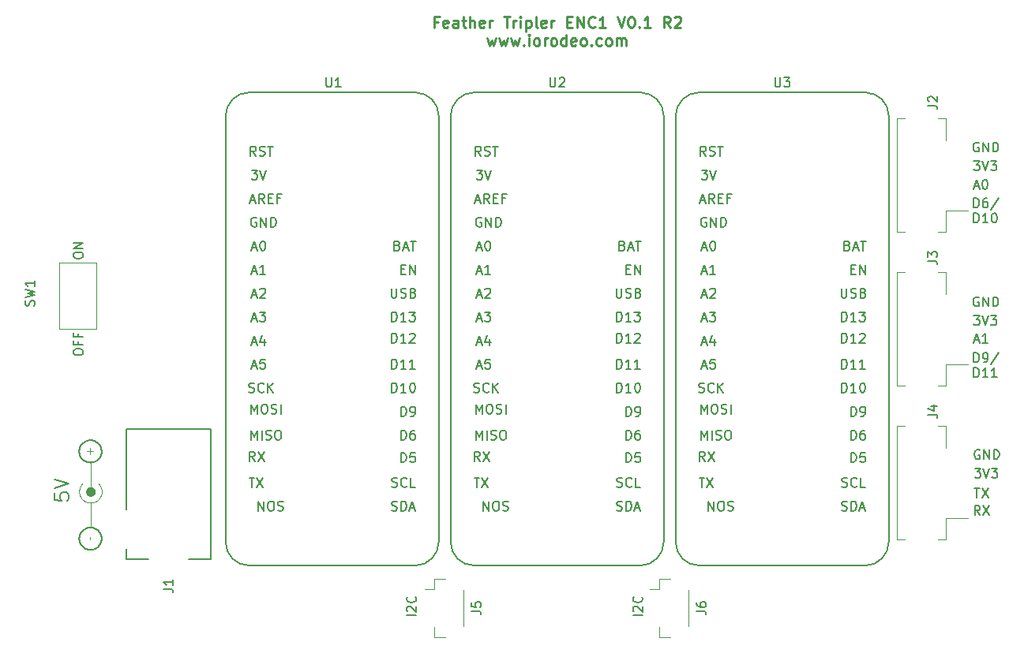
<source format=gbr>
%TF.GenerationSoftware,KiCad,Pcbnew,7.0.10-7.0.10~ubuntu22.04.1*%
%TF.CreationDate,2024-09-09T09:26:16-07:00*%
%TF.ProjectId,iorodeo_feather_tripler_enc1,696f726f-6465-46f5-9f66-656174686572,rev?*%
%TF.SameCoordinates,Original*%
%TF.FileFunction,Legend,Top*%
%TF.FilePolarity,Positive*%
%FSLAX46Y46*%
G04 Gerber Fmt 4.6, Leading zero omitted, Abs format (unit mm)*
G04 Created by KiCad (PCBNEW 7.0.10-7.0.10~ubuntu22.04.1) date 2024-09-09 09:26:16*
%MOMM*%
%LPD*%
G01*
G04 APERTURE LIST*
%ADD10C,0.116153*%
%ADD11C,0.134716*%
%ADD12C,0.126579*%
%ADD13C,0.000000*%
%ADD14C,0.094402*%
%ADD15C,0.150000*%
%ADD16C,0.200000*%
%ADD17C,0.250000*%
%ADD18C,0.203200*%
%ADD19C,0.100000*%
%ADD20C,0.127000*%
%ADD21C,0.120000*%
G04 APERTURE END LIST*
D10*
X52731529Y-98961167D02*
X52696985Y-98911602D01*
D11*
X53828272Y-95131737D02*
X53767410Y-95136365D01*
X53947265Y-92765399D02*
X54005246Y-92778781D01*
X54592837Y-102499535D02*
X54630504Y-102543019D01*
D10*
X52768838Y-97484813D02*
X52808910Y-97438147D01*
X52586441Y-97792610D02*
X52609932Y-97738538D01*
D11*
X53239251Y-104409594D02*
X53186165Y-104385594D01*
D10*
X52665203Y-98860750D02*
X52636186Y-98808718D01*
X53041199Y-99255818D02*
X52991636Y-99221274D01*
D11*
X53186165Y-104385594D02*
X53134490Y-104359128D01*
D10*
X52547751Y-98590929D02*
X52532551Y-98534604D01*
X54901011Y-98073699D02*
X54907920Y-98131312D01*
D11*
X54630504Y-104067653D02*
X54592837Y-104111138D01*
X54375793Y-104299099D02*
X54327169Y-104330271D01*
D10*
X54049582Y-99405049D02*
X53993257Y-99420248D01*
D11*
X53705739Y-104503773D02*
X53644068Y-104502213D01*
X54890355Y-93756978D02*
X54897977Y-93816955D01*
X54809987Y-94405973D02*
X54785987Y-94459059D01*
X52521099Y-94121998D02*
X52513477Y-94062021D01*
D10*
X53475059Y-99432684D02*
X53418197Y-99420248D01*
D11*
X54553156Y-93092065D02*
X54592837Y-93133686D01*
X52531637Y-93697961D02*
X52545019Y-93639980D01*
D10*
X54863703Y-98590929D02*
X54845739Y-98646610D01*
D11*
X53644068Y-95136365D02*
X53583206Y-95131737D01*
D10*
X52498006Y-98247075D02*
X52499388Y-98189140D01*
D11*
X53947265Y-95113577D02*
X53888249Y-95124116D01*
X52680795Y-94560921D02*
X52651938Y-94510734D01*
X52507290Y-93939488D02*
X52508849Y-93877816D01*
X52521098Y-103122826D02*
X52531637Y-103063810D01*
X54831444Y-103717399D02*
X54809987Y-103771822D01*
D10*
X54891339Y-98477742D02*
X54878902Y-98534603D01*
D11*
X52508849Y-93877816D02*
X52513477Y-93816955D01*
D10*
X54913447Y-98247075D02*
X54912065Y-98305010D01*
D11*
X54005246Y-95100195D02*
X53947265Y-95113577D01*
X54730665Y-94560921D02*
X54699493Y-94609545D01*
X54592837Y-104111138D02*
X54553156Y-104152759D01*
D10*
X54602544Y-99056003D02*
X54559708Y-99101060D01*
D11*
X54831444Y-94351550D02*
X54809987Y-94405973D01*
X53134479Y-102251545D02*
X53186154Y-102225079D01*
X54699493Y-102635279D02*
X54730665Y-102683903D01*
D12*
X53705739Y-97761252D02*
X53705739Y-95192683D01*
D10*
X52665203Y-97633399D02*
X52696985Y-97582547D01*
X54825012Y-97792609D02*
X54845739Y-97847539D01*
D11*
X53644068Y-104502213D02*
X53583206Y-104497585D01*
D13*
G36*
X53755155Y-93888190D02*
G01*
X54092004Y-93888190D01*
X54092004Y-93990789D01*
X53755155Y-93990789D01*
X53755155Y-94327633D01*
X53656275Y-94327633D01*
X53656275Y-93990789D01*
X53319425Y-93990789D01*
X53319425Y-93888190D01*
X53656275Y-93888190D01*
X53656275Y-93551344D01*
X53755155Y-93551344D01*
X53755155Y-93888190D01*
G37*
D11*
X54890355Y-103487846D02*
X54879816Y-103546863D01*
X54117800Y-104431052D02*
X54062116Y-104449893D01*
D10*
X52586441Y-98701540D02*
X52565714Y-98646610D01*
D11*
X53293675Y-104431052D02*
X53239251Y-104409594D01*
X54005246Y-102144630D02*
X54062116Y-102160779D01*
X53134490Y-104359128D02*
X53084303Y-104330271D01*
X54375793Y-92945725D02*
X54422778Y-92979138D01*
X53767410Y-92742610D02*
X53828272Y-92747238D01*
X54468051Y-93014716D02*
X54511535Y-93052383D01*
X52531638Y-94181014D02*
X52521099Y-94121998D01*
D10*
X54775268Y-97685432D02*
X54801522Y-97738538D01*
D11*
X54327169Y-102280401D02*
X54375793Y-102311574D01*
X52988680Y-102344987D02*
X53035667Y-102311574D01*
X52745381Y-94656531D02*
X52711968Y-94609545D01*
D10*
X52532551Y-97959546D02*
X52547751Y-97903221D01*
D11*
X52625471Y-103824908D02*
X52601471Y-103771822D01*
D10*
X53418197Y-99420248D02*
X53361871Y-99405049D01*
D11*
X54172223Y-95043745D02*
X54117800Y-95065204D01*
D10*
X53092051Y-99287599D02*
X53041199Y-99255818D01*
D11*
X52580009Y-93527425D02*
X52601467Y-93473002D01*
X54785987Y-102785765D02*
X54809987Y-102838851D01*
D10*
X54679924Y-97532983D02*
X54714469Y-97582547D01*
D11*
X54699493Y-94609545D02*
X54666081Y-94656531D01*
X54785987Y-103824908D02*
X54759522Y-103876582D01*
X54062116Y-95084045D02*
X54005246Y-95100195D01*
X54666081Y-104022380D02*
X54630504Y-104067653D01*
X53406222Y-92778781D02*
X53464205Y-92765399D01*
X54730665Y-93318055D02*
X54759522Y-93368242D01*
X54117800Y-92813772D02*
X54172223Y-92835230D01*
X54897977Y-103182803D02*
X54902605Y-103243665D01*
D10*
X54907920Y-98362837D02*
X54901011Y-98420450D01*
D11*
X52651933Y-102734090D02*
X52680789Y-102683903D01*
D10*
X52636186Y-97685432D02*
X52665203Y-97633399D01*
X54679924Y-98961167D02*
X54642616Y-99009336D01*
D11*
X54850286Y-94295866D02*
X54831444Y-94351550D01*
X54005246Y-104466043D02*
X53947265Y-104479425D01*
D10*
X54642616Y-97484813D02*
X54679924Y-97532983D01*
D11*
X53705739Y-92741051D02*
X53767410Y-92742610D01*
X53464212Y-95113577D02*
X53406230Y-95100195D01*
D10*
X53879103Y-99442357D02*
X53821490Y-99449265D01*
D11*
X53406230Y-104466043D02*
X53349359Y-104449893D01*
X52625467Y-102785765D02*
X52651933Y-102734090D01*
X54759522Y-94510734D02*
X54730665Y-94560921D01*
X54225308Y-104385594D02*
X54172223Y-104409594D01*
X53464205Y-102131248D02*
X53523223Y-102120708D01*
D10*
X52499388Y-98189140D02*
X52503533Y-98131312D01*
D11*
X52507290Y-103305336D02*
X52508849Y-103243665D01*
X53349350Y-92794930D02*
X53406222Y-92778781D01*
X52680789Y-102683903D02*
X52711962Y-102635279D01*
X53349350Y-102160779D02*
X53406222Y-102144630D01*
X52745374Y-93222444D02*
X52780952Y-93177171D01*
X52561170Y-94295866D02*
X52545021Y-94238996D01*
X54172223Y-102201079D02*
X54225308Y-102225079D01*
X54422778Y-104265686D02*
X54375793Y-104299099D01*
X52943407Y-93014716D02*
X52988680Y-92979138D01*
X53947265Y-102131248D02*
X54005246Y-102144630D01*
X54327169Y-92914553D02*
X54375793Y-92945725D01*
X54809987Y-103771822D02*
X54785987Y-103824908D01*
X53293665Y-102179621D02*
X53349350Y-102160779D01*
X54511535Y-94826592D02*
X54468051Y-94864260D01*
D13*
G36*
X53761646Y-103498172D02*
G01*
X53649783Y-103498172D01*
X53649783Y-103112500D01*
X53761646Y-103112500D01*
X53761646Y-103498172D01*
G37*
D11*
X53947265Y-104479425D02*
X53888249Y-104489964D01*
X54327169Y-104330271D02*
X54276982Y-104359128D01*
X52680789Y-93318055D02*
X52711962Y-93269431D01*
D10*
X54878902Y-97959546D02*
X54891339Y-98016408D01*
D11*
X53186165Y-95019746D02*
X53134490Y-94993280D01*
D10*
X54514652Y-99143895D02*
X54467986Y-99183966D01*
X53532350Y-99442357D02*
X53475059Y-99432684D01*
D11*
X53084292Y-92914553D02*
X53134479Y-92885696D01*
X52858301Y-102457914D02*
X52899922Y-102418232D01*
X54468051Y-94864260D02*
X54422778Y-94899837D01*
D10*
X54746250Y-97633399D02*
X54775268Y-97685432D01*
D11*
X52508849Y-103243665D02*
X52513477Y-103182803D01*
X54422778Y-94899837D02*
X54375793Y-94933250D01*
X54850286Y-103661715D02*
X54831444Y-103717399D01*
X54225308Y-95019746D02*
X54172223Y-95043745D01*
X54890355Y-94121998D02*
X54879816Y-94181014D01*
X52580012Y-103717399D02*
X52561170Y-103661715D01*
X52545021Y-103604844D02*
X52531638Y-103546863D01*
X54866435Y-94238996D02*
X54850286Y-94295866D01*
X52943417Y-94864260D02*
X52899932Y-94826592D01*
X52513477Y-94062021D02*
X52508849Y-94001159D01*
D10*
X52499388Y-98305010D02*
X52498006Y-98247075D01*
D11*
X54850286Y-102948958D02*
X54866435Y-103005828D01*
X53644065Y-102108459D02*
X53705739Y-102106900D01*
X53767410Y-102108459D02*
X53828272Y-102113087D01*
X53349359Y-95084045D02*
X53293675Y-95065204D01*
X54785987Y-94459059D02*
X54759522Y-94510734D01*
X54890355Y-103122826D02*
X54897977Y-103182803D01*
X52745381Y-104022380D02*
X52711968Y-103975394D01*
X54630504Y-102543019D02*
X54666081Y-102588293D01*
X52711968Y-94609545D02*
X52680795Y-94560921D01*
X54831444Y-93527425D02*
X54850286Y-93583110D01*
D10*
X54642616Y-99009336D02*
X54602544Y-99056003D01*
X52547751Y-97903221D02*
X52565714Y-97847540D01*
X54878902Y-98534603D02*
X54863703Y-98590929D01*
D11*
X53186154Y-102225079D02*
X53239241Y-102201079D01*
X53583206Y-95131737D02*
X53523229Y-95124116D01*
X54375793Y-94933250D02*
X54327169Y-94964423D01*
D10*
X52991636Y-99221274D02*
X52943467Y-99183966D01*
D11*
X54511535Y-102418232D02*
X54553156Y-102457914D01*
X53406230Y-95100195D02*
X53349359Y-95084045D01*
D10*
X53993257Y-99420248D02*
X53936395Y-99432684D01*
D11*
X52625471Y-94459059D02*
X52601471Y-94405973D01*
X54730665Y-103926769D02*
X54699493Y-103975394D01*
X54062116Y-104449893D02*
X54005246Y-104466043D01*
D10*
X54907920Y-98131312D02*
X54912065Y-98189140D01*
D11*
X54511535Y-93052383D02*
X54553156Y-93092065D01*
D10*
X52943467Y-99183966D02*
X52896801Y-99143895D01*
X52768838Y-99009336D02*
X52731529Y-98961167D01*
X53306190Y-99387086D02*
X53251260Y-99366359D01*
D11*
X52521098Y-93756978D02*
X52531637Y-93697961D01*
D10*
X54467986Y-99183966D02*
X54419818Y-99221274D01*
D11*
X54062116Y-102160779D02*
X54117800Y-102179621D01*
X52780952Y-102543019D02*
X52818619Y-102499535D01*
X52780952Y-93177171D02*
X52818619Y-93133686D01*
X52561168Y-93583110D02*
X52580009Y-93527425D01*
X54225308Y-102225079D02*
X54276982Y-102251545D01*
X54785987Y-93419916D02*
X54809987Y-93473002D01*
X52545019Y-103005828D02*
X52561168Y-102948958D01*
D10*
X53361871Y-99405049D02*
X53306190Y-99387086D01*
D11*
X54902605Y-103367008D02*
X54897977Y-103427870D01*
D14*
X53729366Y-97806329D02*
X53752682Y-97808102D01*
X53775659Y-97811021D01*
X53798268Y-97815059D01*
X53820481Y-97820185D01*
X53842268Y-97826372D01*
X53863600Y-97833590D01*
X53884449Y-97841811D01*
X53904786Y-97851005D01*
X53924581Y-97861144D01*
X53943807Y-97872199D01*
X53962435Y-97884141D01*
X53980434Y-97896941D01*
X53997778Y-97910571D01*
X54014436Y-97925001D01*
X54030380Y-97940203D01*
X54045581Y-97956148D01*
X54060011Y-97972807D01*
X54073640Y-97990151D01*
X54086439Y-98008151D01*
X54098381Y-98026779D01*
X54109435Y-98046005D01*
X54119573Y-98065802D01*
X54128767Y-98086139D01*
X54136987Y-98106988D01*
X54144204Y-98128321D01*
X54150391Y-98150107D01*
X54155517Y-98172320D01*
X54159554Y-98194929D01*
X54162473Y-98217906D01*
X54164246Y-98241222D01*
X54164844Y-98264848D01*
X54164246Y-98288474D01*
X54162473Y-98311790D01*
X54159554Y-98334767D01*
X54155517Y-98357376D01*
X54150391Y-98379588D01*
X54144204Y-98401375D01*
X54136987Y-98422708D01*
X54128767Y-98443557D01*
X54119573Y-98463894D01*
X54109435Y-98483690D01*
X54098381Y-98502917D01*
X54086439Y-98521544D01*
X54073640Y-98539545D01*
X54060011Y-98556889D01*
X54045581Y-98573548D01*
X54030380Y-98589492D01*
X54014436Y-98604694D01*
X53997778Y-98619125D01*
X53980434Y-98632754D01*
X53962435Y-98645555D01*
X53943807Y-98657497D01*
X53924581Y-98668552D01*
X53904786Y-98678691D01*
X53884449Y-98687885D01*
X53863600Y-98696105D01*
X53842268Y-98703323D01*
X53820481Y-98709510D01*
X53798268Y-98714637D01*
X53775659Y-98718674D01*
X53752682Y-98721594D01*
X53729366Y-98723367D01*
X53705739Y-98723964D01*
X53682112Y-98723367D01*
X53658796Y-98721594D01*
X53635818Y-98718674D01*
X53613208Y-98714637D01*
X53590996Y-98709510D01*
X53569208Y-98703323D01*
X53547875Y-98696105D01*
X53527025Y-98687885D01*
X53506688Y-98678691D01*
X53486891Y-98668552D01*
X53467664Y-98657497D01*
X53449036Y-98645555D01*
X53431035Y-98632754D01*
X53413690Y-98619125D01*
X53397031Y-98604694D01*
X53381086Y-98589492D01*
X53365883Y-98573548D01*
X53351453Y-98556889D01*
X53337823Y-98539545D01*
X53325022Y-98521544D01*
X53313080Y-98502917D01*
X53302024Y-98483690D01*
X53291885Y-98463894D01*
X53282691Y-98443557D01*
X53274470Y-98422708D01*
X53267252Y-98401375D01*
X53261065Y-98379588D01*
X53255938Y-98357376D01*
X53251900Y-98334767D01*
X53248980Y-98311790D01*
X53247207Y-98288474D01*
X53246610Y-98264848D01*
X53247207Y-98241222D01*
X53248980Y-98217906D01*
X53251900Y-98194929D01*
X53255938Y-98172320D01*
X53261065Y-98150107D01*
X53267252Y-98128321D01*
X53274470Y-98106988D01*
X53282691Y-98086139D01*
X53291885Y-98065802D01*
X53302024Y-98046005D01*
X53313080Y-98026779D01*
X53325022Y-98008151D01*
X53337823Y-97990151D01*
X53351453Y-97972807D01*
X53365883Y-97956148D01*
X53381086Y-97940203D01*
X53397031Y-97925001D01*
X53413690Y-97910571D01*
X53431035Y-97896941D01*
X53449036Y-97884141D01*
X53467664Y-97872199D01*
X53486891Y-97861144D01*
X53506688Y-97851005D01*
X53527025Y-97841811D01*
X53547875Y-97833590D01*
X53569208Y-97826372D01*
X53590996Y-97820185D01*
X53613208Y-97815059D01*
X53635818Y-97811021D01*
X53658796Y-97808102D01*
X53682112Y-97806329D01*
X53705739Y-97805731D01*
X53729366Y-97806329D01*
G36*
X53729366Y-97806329D02*
G01*
X53752682Y-97808102D01*
X53775659Y-97811021D01*
X53798268Y-97815059D01*
X53820481Y-97820185D01*
X53842268Y-97826372D01*
X53863600Y-97833590D01*
X53884449Y-97841811D01*
X53904786Y-97851005D01*
X53924581Y-97861144D01*
X53943807Y-97872199D01*
X53962435Y-97884141D01*
X53980434Y-97896941D01*
X53997778Y-97910571D01*
X54014436Y-97925001D01*
X54030380Y-97940203D01*
X54045581Y-97956148D01*
X54060011Y-97972807D01*
X54073640Y-97990151D01*
X54086439Y-98008151D01*
X54098381Y-98026779D01*
X54109435Y-98046005D01*
X54119573Y-98065802D01*
X54128767Y-98086139D01*
X54136987Y-98106988D01*
X54144204Y-98128321D01*
X54150391Y-98150107D01*
X54155517Y-98172320D01*
X54159554Y-98194929D01*
X54162473Y-98217906D01*
X54164246Y-98241222D01*
X54164844Y-98264848D01*
X54164246Y-98288474D01*
X54162473Y-98311790D01*
X54159554Y-98334767D01*
X54155517Y-98357376D01*
X54150391Y-98379588D01*
X54144204Y-98401375D01*
X54136987Y-98422708D01*
X54128767Y-98443557D01*
X54119573Y-98463894D01*
X54109435Y-98483690D01*
X54098381Y-98502917D01*
X54086439Y-98521544D01*
X54073640Y-98539545D01*
X54060011Y-98556889D01*
X54045581Y-98573548D01*
X54030380Y-98589492D01*
X54014436Y-98604694D01*
X53997778Y-98619125D01*
X53980434Y-98632754D01*
X53962435Y-98645555D01*
X53943807Y-98657497D01*
X53924581Y-98668552D01*
X53904786Y-98678691D01*
X53884449Y-98687885D01*
X53863600Y-98696105D01*
X53842268Y-98703323D01*
X53820481Y-98709510D01*
X53798268Y-98714637D01*
X53775659Y-98718674D01*
X53752682Y-98721594D01*
X53729366Y-98723367D01*
X53705739Y-98723964D01*
X53682112Y-98723367D01*
X53658796Y-98721594D01*
X53635818Y-98718674D01*
X53613208Y-98714637D01*
X53590996Y-98709510D01*
X53569208Y-98703323D01*
X53547875Y-98696105D01*
X53527025Y-98687885D01*
X53506688Y-98678691D01*
X53486891Y-98668552D01*
X53467664Y-98657497D01*
X53449036Y-98645555D01*
X53431035Y-98632754D01*
X53413690Y-98619125D01*
X53397031Y-98604694D01*
X53381086Y-98589492D01*
X53365883Y-98573548D01*
X53351453Y-98556889D01*
X53337823Y-98539545D01*
X53325022Y-98521544D01*
X53313080Y-98502917D01*
X53302024Y-98483690D01*
X53291885Y-98463894D01*
X53282691Y-98443557D01*
X53274470Y-98422708D01*
X53267252Y-98401375D01*
X53261065Y-98379588D01*
X53255938Y-98357376D01*
X53251900Y-98334767D01*
X53248980Y-98311790D01*
X53247207Y-98288474D01*
X53246610Y-98264848D01*
X53247207Y-98241222D01*
X53248980Y-98217906D01*
X53251900Y-98194929D01*
X53255938Y-98172320D01*
X53261065Y-98150107D01*
X53267252Y-98128321D01*
X53274470Y-98106988D01*
X53282691Y-98086139D01*
X53291885Y-98065802D01*
X53302024Y-98046005D01*
X53313080Y-98026779D01*
X53325022Y-98008151D01*
X53337823Y-97990151D01*
X53351453Y-97972807D01*
X53365883Y-97956148D01*
X53381086Y-97940203D01*
X53397031Y-97925001D01*
X53413690Y-97910571D01*
X53431035Y-97896941D01*
X53449036Y-97884141D01*
X53467664Y-97872199D01*
X53486891Y-97861144D01*
X53506688Y-97851005D01*
X53527025Y-97841811D01*
X53547875Y-97833590D01*
X53569208Y-97826372D01*
X53590996Y-97820185D01*
X53613208Y-97815059D01*
X53635818Y-97811021D01*
X53658796Y-97808102D01*
X53682112Y-97806329D01*
X53705739Y-97805731D01*
X53729366Y-97806329D01*
G37*
D10*
X52896801Y-99143895D02*
X52851745Y-99101060D01*
D11*
X54327169Y-94964423D02*
X54276982Y-94993280D01*
X52508849Y-94001159D02*
X52507290Y-93939488D01*
X52988691Y-94899837D02*
X52943417Y-94864260D01*
D10*
X52503533Y-98131312D02*
X52510442Y-98073699D01*
D11*
X54375793Y-102311574D02*
X54422778Y-102344987D01*
X52580012Y-94351550D02*
X52561170Y-94295866D01*
X53134490Y-94993280D02*
X53084303Y-94964423D01*
X54666081Y-94656531D02*
X54630504Y-94701805D01*
X52531637Y-103063810D02*
X52545019Y-103005828D01*
X53464212Y-104479425D02*
X53406230Y-104466043D01*
D10*
X52696985Y-97582547D02*
X52731529Y-97532983D01*
D11*
X52858310Y-104152759D02*
X52818628Y-104111138D01*
D10*
X54267370Y-99316616D02*
X54214265Y-99342869D01*
D11*
X53583202Y-92747238D02*
X53644065Y-92742610D01*
X53828272Y-92747238D02*
X53888249Y-92754860D01*
X54897977Y-103427870D02*
X54890355Y-103487846D01*
X54866435Y-103005828D02*
X54879816Y-103063810D01*
D10*
X52636186Y-98808718D02*
X52609932Y-98755612D01*
D11*
X52899932Y-104192441D02*
X52858310Y-104152759D01*
D10*
X52808910Y-99056003D02*
X52768838Y-99009336D01*
D11*
X53035678Y-94933250D02*
X52988691Y-94899837D01*
X52943417Y-104230108D02*
X52899932Y-104192441D01*
X52943407Y-102380564D02*
X52988680Y-102344987D01*
X53583206Y-104497585D02*
X53523229Y-104489964D01*
X52601467Y-93473002D02*
X52625467Y-93419916D01*
X52545019Y-93639980D02*
X52561168Y-93583110D01*
X54117800Y-95065204D02*
X54062116Y-95084045D01*
X53888249Y-102120708D02*
X53947265Y-102131248D01*
X54630504Y-93177171D02*
X54666081Y-93222444D01*
X52580009Y-102893274D02*
X52601467Y-102838851D01*
D10*
X53763662Y-99453411D02*
X53705727Y-99454792D01*
X54801522Y-98755612D02*
X54775268Y-98808718D01*
X54714469Y-98911602D02*
X54679924Y-98961167D01*
D11*
X54468051Y-104230108D02*
X54422778Y-104265686D01*
D10*
X53705727Y-99454792D02*
X53647791Y-99453411D01*
D11*
X52818619Y-102499535D02*
X52858301Y-102457914D01*
D10*
X54775268Y-98808718D02*
X54746250Y-98860750D01*
D11*
X53035667Y-92945725D02*
X53084292Y-92914553D01*
D10*
X52609932Y-98755612D02*
X52586441Y-98701540D01*
D11*
X54904164Y-93939488D02*
X54902605Y-94001159D01*
X52680795Y-103926769D02*
X52651938Y-103876582D01*
X53523229Y-104489964D02*
X53464212Y-104479425D01*
X53084303Y-94964423D02*
X53035678Y-94933250D01*
X54592837Y-94745289D02*
X54553156Y-94786910D01*
X54897977Y-94062021D02*
X54890355Y-94121998D01*
X53084292Y-102280401D02*
X53134479Y-102251545D01*
X53767410Y-104502213D02*
X53705739Y-104503773D01*
X52711962Y-102635279D02*
X52745374Y-102588293D01*
D10*
X54105263Y-99387086D02*
X54049582Y-99405049D01*
D11*
X54276982Y-92885696D02*
X54327169Y-92914553D01*
X52988680Y-92979138D02*
X53035667Y-92945725D01*
D10*
X54746250Y-98860750D02*
X54714469Y-98911602D01*
D11*
X52711968Y-103975394D02*
X52680795Y-103926769D01*
D10*
X52609932Y-97738538D02*
X52636186Y-97685432D01*
D11*
X54468051Y-102380564D02*
X54511535Y-102418232D01*
D10*
X54160193Y-99366359D02*
X54105263Y-99387086D01*
D11*
X54902605Y-94001159D02*
X54897977Y-94062021D01*
X54879816Y-94181014D02*
X54866435Y-94238996D01*
D10*
X52731529Y-97532983D02*
X52768838Y-97484813D01*
D11*
X54759522Y-93368242D02*
X54785987Y-93419916D01*
X53035678Y-104299099D02*
X52988691Y-104265686D01*
X52651933Y-93368242D02*
X52680789Y-93318055D01*
X54553156Y-104152759D02*
X54511535Y-104192441D01*
X53084303Y-104330271D02*
X53035678Y-104299099D01*
D10*
X53589963Y-99449265D02*
X53532350Y-99442357D01*
D11*
X53828272Y-104497585D02*
X53767410Y-104502213D01*
X54276982Y-94993280D02*
X54225308Y-95019746D01*
D10*
X52503533Y-98362838D02*
X52499388Y-98305010D01*
D11*
X54904164Y-103305336D02*
X54902605Y-103367008D01*
D10*
X54370254Y-99255818D02*
X54319403Y-99287599D01*
X54559708Y-99101060D02*
X54514652Y-99143895D01*
D11*
X54879816Y-103546863D02*
X54866435Y-103604844D01*
D10*
X54845739Y-98646610D02*
X54825012Y-98701540D01*
D11*
X52625467Y-93419916D02*
X52651933Y-93368242D01*
D10*
X52851745Y-99101060D02*
X52808910Y-99056003D01*
D11*
X52513477Y-93816955D02*
X52521098Y-93756978D01*
X54809987Y-93473002D02*
X54831444Y-93527425D01*
D10*
X54419818Y-99221274D02*
X54370254Y-99255818D01*
D11*
X53134479Y-92885696D02*
X53186154Y-92859230D01*
X54005246Y-92778781D02*
X54062116Y-92794930D01*
D10*
X53197189Y-99342869D02*
X53144083Y-99316616D01*
D11*
X53523229Y-95124116D02*
X53464212Y-95113577D01*
X54511535Y-104192441D02*
X54468051Y-104230108D01*
X54666081Y-93222444D02*
X54699493Y-93269431D01*
X53523223Y-102120708D02*
X53583202Y-102113087D01*
D10*
X54863703Y-97903221D02*
X54878902Y-97959546D01*
D11*
X54902605Y-93877816D02*
X54904164Y-93939488D01*
D10*
X52510442Y-98420451D02*
X52503533Y-98362838D01*
D11*
X52780960Y-94701805D02*
X52745381Y-94656531D01*
X54866435Y-103604844D02*
X54850286Y-103661715D01*
D10*
X52808910Y-97438147D02*
X52851745Y-97393089D01*
D11*
X52899932Y-94826592D02*
X52858310Y-94786910D01*
D10*
X52565714Y-98646610D02*
X52547751Y-98590929D01*
X53251260Y-99366359D02*
X53197189Y-99342869D01*
D11*
X53035667Y-102311574D02*
X53084292Y-102280401D01*
X52818628Y-104111138D02*
X52780960Y-104067653D01*
X54699493Y-93269431D02*
X54730665Y-93318055D01*
X54759522Y-103876582D02*
X54730665Y-103926769D01*
X52531638Y-103546863D02*
X52521099Y-103487846D01*
X53349359Y-104449893D02*
X53293675Y-104431052D01*
D10*
X54214265Y-99342869D02*
X54160193Y-99366359D01*
D11*
X53828272Y-102113087D02*
X53888249Y-102120708D01*
D10*
X54891339Y-98016408D02*
X54901011Y-98073699D01*
D11*
X54225308Y-92859230D02*
X54276982Y-92885696D01*
X53186154Y-92859230D02*
X53239241Y-92835230D01*
X53888249Y-104489964D02*
X53828272Y-104497585D01*
X52858301Y-93092065D02*
X52899922Y-93052383D01*
X54276982Y-104359128D02*
X54225308Y-104385594D01*
X54759522Y-102734090D02*
X54785987Y-102785765D01*
X52513477Y-103427870D02*
X52508849Y-103367008D01*
X52561170Y-103661715D02*
X52545021Y-103604844D01*
X53705739Y-95137925D02*
X53644068Y-95136365D01*
D10*
X54559708Y-97393089D02*
X54602544Y-97438147D01*
X52696985Y-98911602D02*
X52665203Y-98860750D01*
X53647791Y-99453411D02*
X53589963Y-99449265D01*
X54845739Y-97847539D02*
X54863703Y-97903221D01*
D11*
X54630504Y-94701805D02*
X54592837Y-94745289D01*
X54422778Y-92979138D02*
X54468051Y-93014716D01*
X54831444Y-102893274D02*
X54850286Y-102948958D01*
X52651938Y-103876582D02*
X52625471Y-103824908D01*
X52545021Y-94238996D02*
X52531638Y-94181014D01*
X54172223Y-92835230D02*
X54225308Y-92859230D01*
X53705739Y-102106900D02*
X53767410Y-102108459D01*
X52745374Y-102588293D02*
X52780952Y-102543019D01*
X53239241Y-92835230D02*
X53293665Y-92813772D01*
X54062116Y-92794930D02*
X54117800Y-92813772D01*
X53239241Y-102201079D02*
X53293665Y-102179621D01*
X53293665Y-92813772D02*
X53349350Y-92794930D01*
X52711962Y-93269431D02*
X52745374Y-93222444D01*
X52601467Y-102838851D02*
X52625467Y-102785765D01*
X53406222Y-102144630D02*
X53464205Y-102131248D01*
D10*
X54714469Y-97582547D02*
X54746250Y-97633399D01*
D11*
X54850286Y-93583110D02*
X54866435Y-93639980D01*
X53293675Y-95065204D02*
X53239251Y-95043745D01*
X52818619Y-93133686D02*
X52858301Y-93092065D01*
X54276982Y-102251545D02*
X54327169Y-102280401D01*
X52601471Y-94405973D02*
X52580012Y-94351550D01*
D10*
X54801522Y-97738538D02*
X54825012Y-97792609D01*
D11*
X53464205Y-92765399D02*
X53523223Y-92754860D01*
D10*
X52520115Y-98477742D02*
X52510442Y-98420451D01*
X54901011Y-98420450D02*
X54891339Y-98477742D01*
D11*
X54866435Y-93639980D02*
X54879816Y-93697961D01*
X52601471Y-103771822D02*
X52580012Y-103717399D01*
X54117800Y-102179621D02*
X54172223Y-102201079D01*
X54879816Y-93697961D02*
X54890355Y-93756978D01*
X54809987Y-102838851D02*
X54831444Y-102893274D01*
D10*
X53821490Y-99449265D02*
X53763662Y-99453411D01*
D11*
X54902605Y-103243665D02*
X54904164Y-103305336D01*
X54553156Y-94786910D02*
X54511535Y-94826592D01*
D10*
X54912065Y-98189140D02*
X54913447Y-98247075D01*
X54912065Y-98305010D02*
X54907920Y-98362837D01*
D11*
X54666081Y-102588293D02*
X54699493Y-102635279D01*
X52561168Y-102948958D02*
X52580009Y-102893274D01*
D10*
X54602544Y-97438147D02*
X54642616Y-97484813D01*
D11*
X52780960Y-104067653D02*
X52745381Y-104022380D01*
X52513477Y-103182803D02*
X52521098Y-103122826D01*
X53239251Y-95043745D02*
X53186165Y-95019746D01*
X53644065Y-92742610D02*
X53705739Y-92741051D01*
D10*
X54825012Y-98701540D02*
X54801522Y-98755612D01*
D11*
X52899922Y-93052383D02*
X52943407Y-93014716D01*
X52858310Y-94786910D02*
X52818628Y-94745289D01*
D10*
X53936395Y-99432684D02*
X53879103Y-99442357D01*
X54319403Y-99287599D02*
X54267370Y-99316616D01*
D11*
X54422778Y-102344987D02*
X54468051Y-102380564D01*
X54592837Y-93133686D02*
X54630504Y-93177171D01*
D10*
X52510442Y-98073699D02*
X52520115Y-98016408D01*
D11*
X54879816Y-103063810D02*
X54890355Y-103122826D01*
X53767410Y-95136365D02*
X53705739Y-95137925D01*
X52651938Y-94510734D02*
X52625471Y-94459059D01*
X52899922Y-102418232D02*
X52943407Y-102380564D01*
X54699493Y-103975394D02*
X54666081Y-104022380D01*
X52818628Y-94745289D02*
X52780960Y-94701805D01*
X53523223Y-92754860D02*
X53583202Y-92747238D01*
X53583202Y-102113087D02*
X53644065Y-102108459D01*
X54553156Y-102457914D02*
X54592837Y-102499535D01*
X52521099Y-103487846D02*
X52513477Y-103427870D01*
D10*
X52565714Y-97847540D02*
X52586441Y-97792610D01*
D11*
X54172223Y-104409594D02*
X54117800Y-104431052D01*
X54897977Y-93816955D02*
X54902605Y-93877816D01*
D12*
X53705739Y-102060604D02*
X53705739Y-99492035D01*
D10*
X52532551Y-98534604D02*
X52520115Y-98477742D01*
D11*
X52508849Y-103367008D02*
X52507290Y-103305336D01*
X54730665Y-102683903D02*
X54759522Y-102734090D01*
X52988691Y-104265686D02*
X52943417Y-104230108D01*
X53888249Y-95124116D02*
X53828272Y-95131737D01*
X53888249Y-92754860D02*
X53947265Y-92765399D01*
D10*
X52520115Y-98016408D02*
X52532551Y-97959546D01*
X53144083Y-99316616D02*
X53092051Y-99287599D01*
D15*
X148493922Y-97869819D02*
X149065350Y-97869819D01*
X148779636Y-98869819D02*
X148779636Y-97869819D01*
X149303446Y-97869819D02*
X149970112Y-98869819D01*
X149970112Y-97869819D02*
X149303446Y-98869819D01*
D16*
X49877278Y-98419743D02*
X49877278Y-99134029D01*
X49877278Y-99134029D02*
X50591564Y-99205457D01*
X50591564Y-99205457D02*
X50520135Y-99134029D01*
X50520135Y-99134029D02*
X50448707Y-98991172D01*
X50448707Y-98991172D02*
X50448707Y-98634029D01*
X50448707Y-98634029D02*
X50520135Y-98491172D01*
X50520135Y-98491172D02*
X50591564Y-98419743D01*
X50591564Y-98419743D02*
X50734421Y-98348314D01*
X50734421Y-98348314D02*
X51091564Y-98348314D01*
X51091564Y-98348314D02*
X51234421Y-98419743D01*
X51234421Y-98419743D02*
X51305850Y-98491172D01*
X51305850Y-98491172D02*
X51377278Y-98634029D01*
X51377278Y-98634029D02*
X51377278Y-98991172D01*
X51377278Y-98991172D02*
X51305850Y-99134029D01*
X51305850Y-99134029D02*
X51234421Y-99205457D01*
X49877278Y-97919743D02*
X51377278Y-97419743D01*
X51377278Y-97419743D02*
X49877278Y-96919743D01*
D15*
X148436779Y-84359819D02*
X148436779Y-83359819D01*
X148436779Y-83359819D02*
X148674874Y-83359819D01*
X148674874Y-83359819D02*
X148817731Y-83407438D01*
X148817731Y-83407438D02*
X148912969Y-83502676D01*
X148912969Y-83502676D02*
X148960588Y-83597914D01*
X148960588Y-83597914D02*
X149008207Y-83788390D01*
X149008207Y-83788390D02*
X149008207Y-83931247D01*
X149008207Y-83931247D02*
X148960588Y-84121723D01*
X148960588Y-84121723D02*
X148912969Y-84216961D01*
X148912969Y-84216961D02*
X148817731Y-84312200D01*
X148817731Y-84312200D02*
X148674874Y-84359819D01*
X148674874Y-84359819D02*
X148436779Y-84359819D01*
X149484398Y-84359819D02*
X149674874Y-84359819D01*
X149674874Y-84359819D02*
X149770112Y-84312200D01*
X149770112Y-84312200D02*
X149817731Y-84264580D01*
X149817731Y-84264580D02*
X149912969Y-84121723D01*
X149912969Y-84121723D02*
X149960588Y-83931247D01*
X149960588Y-83931247D02*
X149960588Y-83550295D01*
X149960588Y-83550295D02*
X149912969Y-83455057D01*
X149912969Y-83455057D02*
X149865350Y-83407438D01*
X149865350Y-83407438D02*
X149770112Y-83359819D01*
X149770112Y-83359819D02*
X149579636Y-83359819D01*
X149579636Y-83359819D02*
X149484398Y-83407438D01*
X149484398Y-83407438D02*
X149436779Y-83455057D01*
X149436779Y-83455057D02*
X149389160Y-83550295D01*
X149389160Y-83550295D02*
X149389160Y-83788390D01*
X149389160Y-83788390D02*
X149436779Y-83883628D01*
X149436779Y-83883628D02*
X149484398Y-83931247D01*
X149484398Y-83931247D02*
X149579636Y-83978866D01*
X149579636Y-83978866D02*
X149770112Y-83978866D01*
X149770112Y-83978866D02*
X149865350Y-83931247D01*
X149865350Y-83931247D02*
X149912969Y-83883628D01*
X149912969Y-83883628D02*
X149960588Y-83788390D01*
X151103445Y-83312200D02*
X150246303Y-84597914D01*
X148436779Y-85969819D02*
X148436779Y-84969819D01*
X148436779Y-84969819D02*
X148674874Y-84969819D01*
X148674874Y-84969819D02*
X148817731Y-85017438D01*
X148817731Y-85017438D02*
X148912969Y-85112676D01*
X148912969Y-85112676D02*
X148960588Y-85207914D01*
X148960588Y-85207914D02*
X149008207Y-85398390D01*
X149008207Y-85398390D02*
X149008207Y-85541247D01*
X149008207Y-85541247D02*
X148960588Y-85731723D01*
X148960588Y-85731723D02*
X148912969Y-85826961D01*
X148912969Y-85826961D02*
X148817731Y-85922200D01*
X148817731Y-85922200D02*
X148674874Y-85969819D01*
X148674874Y-85969819D02*
X148436779Y-85969819D01*
X149960588Y-85969819D02*
X149389160Y-85969819D01*
X149674874Y-85969819D02*
X149674874Y-84969819D01*
X149674874Y-84969819D02*
X149579636Y-85112676D01*
X149579636Y-85112676D02*
X149484398Y-85207914D01*
X149484398Y-85207914D02*
X149389160Y-85255533D01*
X150912969Y-85969819D02*
X150341541Y-85969819D01*
X150627255Y-85969819D02*
X150627255Y-84969819D01*
X150627255Y-84969819D02*
X150532017Y-85112676D01*
X150532017Y-85112676D02*
X150436779Y-85207914D01*
X150436779Y-85207914D02*
X150341541Y-85255533D01*
X148441541Y-62769819D02*
X149060588Y-62769819D01*
X149060588Y-62769819D02*
X148727255Y-63150771D01*
X148727255Y-63150771D02*
X148870112Y-63150771D01*
X148870112Y-63150771D02*
X148965350Y-63198390D01*
X148965350Y-63198390D02*
X149012969Y-63246009D01*
X149012969Y-63246009D02*
X149060588Y-63341247D01*
X149060588Y-63341247D02*
X149060588Y-63579342D01*
X149060588Y-63579342D02*
X149012969Y-63674580D01*
X149012969Y-63674580D02*
X148965350Y-63722200D01*
X148965350Y-63722200D02*
X148870112Y-63769819D01*
X148870112Y-63769819D02*
X148584398Y-63769819D01*
X148584398Y-63769819D02*
X148489160Y-63722200D01*
X148489160Y-63722200D02*
X148441541Y-63674580D01*
X149346303Y-62769819D02*
X149679636Y-63769819D01*
X149679636Y-63769819D02*
X150012969Y-62769819D01*
X150251065Y-62769819D02*
X150870112Y-62769819D01*
X150870112Y-62769819D02*
X150536779Y-63150771D01*
X150536779Y-63150771D02*
X150679636Y-63150771D01*
X150679636Y-63150771D02*
X150774874Y-63198390D01*
X150774874Y-63198390D02*
X150822493Y-63246009D01*
X150822493Y-63246009D02*
X150870112Y-63341247D01*
X150870112Y-63341247D02*
X150870112Y-63579342D01*
X150870112Y-63579342D02*
X150822493Y-63674580D01*
X150822493Y-63674580D02*
X150774874Y-63722200D01*
X150774874Y-63722200D02*
X150679636Y-63769819D01*
X150679636Y-63769819D02*
X150393922Y-63769819D01*
X150393922Y-63769819D02*
X150298684Y-63722200D01*
X150298684Y-63722200D02*
X150251065Y-63674580D01*
X149060588Y-93817438D02*
X148965350Y-93769819D01*
X148965350Y-93769819D02*
X148822493Y-93769819D01*
X148822493Y-93769819D02*
X148679636Y-93817438D01*
X148679636Y-93817438D02*
X148584398Y-93912676D01*
X148584398Y-93912676D02*
X148536779Y-94007914D01*
X148536779Y-94007914D02*
X148489160Y-94198390D01*
X148489160Y-94198390D02*
X148489160Y-94341247D01*
X148489160Y-94341247D02*
X148536779Y-94531723D01*
X148536779Y-94531723D02*
X148584398Y-94626961D01*
X148584398Y-94626961D02*
X148679636Y-94722200D01*
X148679636Y-94722200D02*
X148822493Y-94769819D01*
X148822493Y-94769819D02*
X148917731Y-94769819D01*
X148917731Y-94769819D02*
X149060588Y-94722200D01*
X149060588Y-94722200D02*
X149108207Y-94674580D01*
X149108207Y-94674580D02*
X149108207Y-94341247D01*
X149108207Y-94341247D02*
X148917731Y-94341247D01*
X149536779Y-94769819D02*
X149536779Y-93769819D01*
X149536779Y-93769819D02*
X150108207Y-94769819D01*
X150108207Y-94769819D02*
X150108207Y-93769819D01*
X150584398Y-94769819D02*
X150584398Y-93769819D01*
X150584398Y-93769819D02*
X150822493Y-93769819D01*
X150822493Y-93769819D02*
X150965350Y-93817438D01*
X150965350Y-93817438D02*
X151060588Y-93912676D01*
X151060588Y-93912676D02*
X151108207Y-94007914D01*
X151108207Y-94007914D02*
X151155826Y-94198390D01*
X151155826Y-94198390D02*
X151155826Y-94341247D01*
X151155826Y-94341247D02*
X151108207Y-94531723D01*
X151108207Y-94531723D02*
X151060588Y-94626961D01*
X151060588Y-94626961D02*
X150965350Y-94722200D01*
X150965350Y-94722200D02*
X150822493Y-94769819D01*
X150822493Y-94769819D02*
X150584398Y-94769819D01*
X112899819Y-111550220D02*
X111899819Y-111550220D01*
X111995057Y-111121649D02*
X111947438Y-111074030D01*
X111947438Y-111074030D02*
X111899819Y-110978792D01*
X111899819Y-110978792D02*
X111899819Y-110740697D01*
X111899819Y-110740697D02*
X111947438Y-110645459D01*
X111947438Y-110645459D02*
X111995057Y-110597840D01*
X111995057Y-110597840D02*
X112090295Y-110550221D01*
X112090295Y-110550221D02*
X112185533Y-110550221D01*
X112185533Y-110550221D02*
X112328390Y-110597840D01*
X112328390Y-110597840D02*
X112899819Y-111169268D01*
X112899819Y-111169268D02*
X112899819Y-110550221D01*
X112804580Y-109550221D02*
X112852200Y-109597840D01*
X112852200Y-109597840D02*
X112899819Y-109740697D01*
X112899819Y-109740697D02*
X112899819Y-109835935D01*
X112899819Y-109835935D02*
X112852200Y-109978792D01*
X112852200Y-109978792D02*
X112756961Y-110074030D01*
X112756961Y-110074030D02*
X112661723Y-110121649D01*
X112661723Y-110121649D02*
X112471247Y-110169268D01*
X112471247Y-110169268D02*
X112328390Y-110169268D01*
X112328390Y-110169268D02*
X112137914Y-110121649D01*
X112137914Y-110121649D02*
X112042676Y-110074030D01*
X112042676Y-110074030D02*
X111947438Y-109978792D01*
X111947438Y-109978792D02*
X111899819Y-109835935D01*
X111899819Y-109835935D02*
X111899819Y-109740697D01*
X111899819Y-109740697D02*
X111947438Y-109597840D01*
X111947438Y-109597840D02*
X111995057Y-109550221D01*
X51905019Y-83372744D02*
X51905019Y-83182268D01*
X51905019Y-83182268D02*
X51952638Y-83087030D01*
X51952638Y-83087030D02*
X52047876Y-82991792D01*
X52047876Y-82991792D02*
X52238352Y-82944173D01*
X52238352Y-82944173D02*
X52571685Y-82944173D01*
X52571685Y-82944173D02*
X52762161Y-82991792D01*
X52762161Y-82991792D02*
X52857400Y-83087030D01*
X52857400Y-83087030D02*
X52905019Y-83182268D01*
X52905019Y-83182268D02*
X52905019Y-83372744D01*
X52905019Y-83372744D02*
X52857400Y-83467982D01*
X52857400Y-83467982D02*
X52762161Y-83563220D01*
X52762161Y-83563220D02*
X52571685Y-83610839D01*
X52571685Y-83610839D02*
X52238352Y-83610839D01*
X52238352Y-83610839D02*
X52047876Y-83563220D01*
X52047876Y-83563220D02*
X51952638Y-83467982D01*
X51952638Y-83467982D02*
X51905019Y-83372744D01*
X52381209Y-82182268D02*
X52381209Y-82515601D01*
X52905019Y-82515601D02*
X51905019Y-82515601D01*
X51905019Y-82515601D02*
X51905019Y-82039411D01*
X52381209Y-81325125D02*
X52381209Y-81658458D01*
X52905019Y-81658458D02*
X51905019Y-81658458D01*
X51905019Y-81658458D02*
X51905019Y-81182268D01*
X51905019Y-72972744D02*
X51905019Y-72782268D01*
X51905019Y-72782268D02*
X51952638Y-72687030D01*
X51952638Y-72687030D02*
X52047876Y-72591792D01*
X52047876Y-72591792D02*
X52238352Y-72544173D01*
X52238352Y-72544173D02*
X52571685Y-72544173D01*
X52571685Y-72544173D02*
X52762161Y-72591792D01*
X52762161Y-72591792D02*
X52857400Y-72687030D01*
X52857400Y-72687030D02*
X52905019Y-72782268D01*
X52905019Y-72782268D02*
X52905019Y-72972744D01*
X52905019Y-72972744D02*
X52857400Y-73067982D01*
X52857400Y-73067982D02*
X52762161Y-73163220D01*
X52762161Y-73163220D02*
X52571685Y-73210839D01*
X52571685Y-73210839D02*
X52238352Y-73210839D01*
X52238352Y-73210839D02*
X52047876Y-73163220D01*
X52047876Y-73163220D02*
X51952638Y-73067982D01*
X51952638Y-73067982D02*
X51905019Y-72972744D01*
X52905019Y-72115601D02*
X51905019Y-72115601D01*
X51905019Y-72115601D02*
X52905019Y-71544173D01*
X52905019Y-71544173D02*
X51905019Y-71544173D01*
X148436779Y-67759819D02*
X148436779Y-66759819D01*
X148436779Y-66759819D02*
X148674874Y-66759819D01*
X148674874Y-66759819D02*
X148817731Y-66807438D01*
X148817731Y-66807438D02*
X148912969Y-66902676D01*
X148912969Y-66902676D02*
X148960588Y-66997914D01*
X148960588Y-66997914D02*
X149008207Y-67188390D01*
X149008207Y-67188390D02*
X149008207Y-67331247D01*
X149008207Y-67331247D02*
X148960588Y-67521723D01*
X148960588Y-67521723D02*
X148912969Y-67616961D01*
X148912969Y-67616961D02*
X148817731Y-67712200D01*
X148817731Y-67712200D02*
X148674874Y-67759819D01*
X148674874Y-67759819D02*
X148436779Y-67759819D01*
X149865350Y-66759819D02*
X149674874Y-66759819D01*
X149674874Y-66759819D02*
X149579636Y-66807438D01*
X149579636Y-66807438D02*
X149532017Y-66855057D01*
X149532017Y-66855057D02*
X149436779Y-66997914D01*
X149436779Y-66997914D02*
X149389160Y-67188390D01*
X149389160Y-67188390D02*
X149389160Y-67569342D01*
X149389160Y-67569342D02*
X149436779Y-67664580D01*
X149436779Y-67664580D02*
X149484398Y-67712200D01*
X149484398Y-67712200D02*
X149579636Y-67759819D01*
X149579636Y-67759819D02*
X149770112Y-67759819D01*
X149770112Y-67759819D02*
X149865350Y-67712200D01*
X149865350Y-67712200D02*
X149912969Y-67664580D01*
X149912969Y-67664580D02*
X149960588Y-67569342D01*
X149960588Y-67569342D02*
X149960588Y-67331247D01*
X149960588Y-67331247D02*
X149912969Y-67236009D01*
X149912969Y-67236009D02*
X149865350Y-67188390D01*
X149865350Y-67188390D02*
X149770112Y-67140771D01*
X149770112Y-67140771D02*
X149579636Y-67140771D01*
X149579636Y-67140771D02*
X149484398Y-67188390D01*
X149484398Y-67188390D02*
X149436779Y-67236009D01*
X149436779Y-67236009D02*
X149389160Y-67331247D01*
X151103445Y-66712200D02*
X150246303Y-67997914D01*
X148436779Y-69369819D02*
X148436779Y-68369819D01*
X148436779Y-68369819D02*
X148674874Y-68369819D01*
X148674874Y-68369819D02*
X148817731Y-68417438D01*
X148817731Y-68417438D02*
X148912969Y-68512676D01*
X148912969Y-68512676D02*
X148960588Y-68607914D01*
X148960588Y-68607914D02*
X149008207Y-68798390D01*
X149008207Y-68798390D02*
X149008207Y-68941247D01*
X149008207Y-68941247D02*
X148960588Y-69131723D01*
X148960588Y-69131723D02*
X148912969Y-69226961D01*
X148912969Y-69226961D02*
X148817731Y-69322200D01*
X148817731Y-69322200D02*
X148674874Y-69369819D01*
X148674874Y-69369819D02*
X148436779Y-69369819D01*
X149960588Y-69369819D02*
X149389160Y-69369819D01*
X149674874Y-69369819D02*
X149674874Y-68369819D01*
X149674874Y-68369819D02*
X149579636Y-68512676D01*
X149579636Y-68512676D02*
X149484398Y-68607914D01*
X149484398Y-68607914D02*
X149389160Y-68655533D01*
X150579636Y-68369819D02*
X150674874Y-68369819D01*
X150674874Y-68369819D02*
X150770112Y-68417438D01*
X150770112Y-68417438D02*
X150817731Y-68465057D01*
X150817731Y-68465057D02*
X150865350Y-68560295D01*
X150865350Y-68560295D02*
X150912969Y-68750771D01*
X150912969Y-68750771D02*
X150912969Y-68988866D01*
X150912969Y-68988866D02*
X150865350Y-69179342D01*
X150865350Y-69179342D02*
X150817731Y-69274580D01*
X150817731Y-69274580D02*
X150770112Y-69322200D01*
X150770112Y-69322200D02*
X150674874Y-69369819D01*
X150674874Y-69369819D02*
X150579636Y-69369819D01*
X150579636Y-69369819D02*
X150484398Y-69322200D01*
X150484398Y-69322200D02*
X150436779Y-69274580D01*
X150436779Y-69274580D02*
X150389160Y-69179342D01*
X150389160Y-69179342D02*
X150341541Y-68988866D01*
X150341541Y-68988866D02*
X150341541Y-68750771D01*
X150341541Y-68750771D02*
X150389160Y-68560295D01*
X150389160Y-68560295D02*
X150436779Y-68465057D01*
X150436779Y-68465057D02*
X150484398Y-68417438D01*
X150484398Y-68417438D02*
X150579636Y-68369819D01*
X149108207Y-100769819D02*
X148774874Y-100293628D01*
X148536779Y-100769819D02*
X148536779Y-99769819D01*
X148536779Y-99769819D02*
X148917731Y-99769819D01*
X148917731Y-99769819D02*
X149012969Y-99817438D01*
X149012969Y-99817438D02*
X149060588Y-99865057D01*
X149060588Y-99865057D02*
X149108207Y-99960295D01*
X149108207Y-99960295D02*
X149108207Y-100103152D01*
X149108207Y-100103152D02*
X149060588Y-100198390D01*
X149060588Y-100198390D02*
X149012969Y-100246009D01*
X149012969Y-100246009D02*
X148917731Y-100293628D01*
X148917731Y-100293628D02*
X148536779Y-100293628D01*
X149441541Y-99769819D02*
X150108207Y-100769819D01*
X150108207Y-99769819D02*
X149441541Y-100769819D01*
X148960588Y-77417438D02*
X148865350Y-77369819D01*
X148865350Y-77369819D02*
X148722493Y-77369819D01*
X148722493Y-77369819D02*
X148579636Y-77417438D01*
X148579636Y-77417438D02*
X148484398Y-77512676D01*
X148484398Y-77512676D02*
X148436779Y-77607914D01*
X148436779Y-77607914D02*
X148389160Y-77798390D01*
X148389160Y-77798390D02*
X148389160Y-77941247D01*
X148389160Y-77941247D02*
X148436779Y-78131723D01*
X148436779Y-78131723D02*
X148484398Y-78226961D01*
X148484398Y-78226961D02*
X148579636Y-78322200D01*
X148579636Y-78322200D02*
X148722493Y-78369819D01*
X148722493Y-78369819D02*
X148817731Y-78369819D01*
X148817731Y-78369819D02*
X148960588Y-78322200D01*
X148960588Y-78322200D02*
X149008207Y-78274580D01*
X149008207Y-78274580D02*
X149008207Y-77941247D01*
X149008207Y-77941247D02*
X148817731Y-77941247D01*
X149436779Y-78369819D02*
X149436779Y-77369819D01*
X149436779Y-77369819D02*
X150008207Y-78369819D01*
X150008207Y-78369819D02*
X150008207Y-77369819D01*
X150484398Y-78369819D02*
X150484398Y-77369819D01*
X150484398Y-77369819D02*
X150722493Y-77369819D01*
X150722493Y-77369819D02*
X150865350Y-77417438D01*
X150865350Y-77417438D02*
X150960588Y-77512676D01*
X150960588Y-77512676D02*
X151008207Y-77607914D01*
X151008207Y-77607914D02*
X151055826Y-77798390D01*
X151055826Y-77798390D02*
X151055826Y-77941247D01*
X151055826Y-77941247D02*
X151008207Y-78131723D01*
X151008207Y-78131723D02*
X150960588Y-78226961D01*
X150960588Y-78226961D02*
X150865350Y-78322200D01*
X150865350Y-78322200D02*
X150722493Y-78369819D01*
X150722493Y-78369819D02*
X150484398Y-78369819D01*
X148960588Y-60817438D02*
X148865350Y-60769819D01*
X148865350Y-60769819D02*
X148722493Y-60769819D01*
X148722493Y-60769819D02*
X148579636Y-60817438D01*
X148579636Y-60817438D02*
X148484398Y-60912676D01*
X148484398Y-60912676D02*
X148436779Y-61007914D01*
X148436779Y-61007914D02*
X148389160Y-61198390D01*
X148389160Y-61198390D02*
X148389160Y-61341247D01*
X148389160Y-61341247D02*
X148436779Y-61531723D01*
X148436779Y-61531723D02*
X148484398Y-61626961D01*
X148484398Y-61626961D02*
X148579636Y-61722200D01*
X148579636Y-61722200D02*
X148722493Y-61769819D01*
X148722493Y-61769819D02*
X148817731Y-61769819D01*
X148817731Y-61769819D02*
X148960588Y-61722200D01*
X148960588Y-61722200D02*
X149008207Y-61674580D01*
X149008207Y-61674580D02*
X149008207Y-61341247D01*
X149008207Y-61341247D02*
X148817731Y-61341247D01*
X149436779Y-61769819D02*
X149436779Y-60769819D01*
X149436779Y-60769819D02*
X150008207Y-61769819D01*
X150008207Y-61769819D02*
X150008207Y-60769819D01*
X150484398Y-61769819D02*
X150484398Y-60769819D01*
X150484398Y-60769819D02*
X150722493Y-60769819D01*
X150722493Y-60769819D02*
X150865350Y-60817438D01*
X150865350Y-60817438D02*
X150960588Y-60912676D01*
X150960588Y-60912676D02*
X151008207Y-61007914D01*
X151008207Y-61007914D02*
X151055826Y-61198390D01*
X151055826Y-61198390D02*
X151055826Y-61341247D01*
X151055826Y-61341247D02*
X151008207Y-61531723D01*
X151008207Y-61531723D02*
X150960588Y-61626961D01*
X150960588Y-61626961D02*
X150865350Y-61722200D01*
X150865350Y-61722200D02*
X150722493Y-61769819D01*
X150722493Y-61769819D02*
X150484398Y-61769819D01*
X148489160Y-81984104D02*
X148965350Y-81984104D01*
X148393922Y-82269819D02*
X148727255Y-81269819D01*
X148727255Y-81269819D02*
X149060588Y-82269819D01*
X149917731Y-82269819D02*
X149346303Y-82269819D01*
X149632017Y-82269819D02*
X149632017Y-81269819D01*
X149632017Y-81269819D02*
X149536779Y-81412676D01*
X149536779Y-81412676D02*
X149441541Y-81507914D01*
X149441541Y-81507914D02*
X149346303Y-81555533D01*
X148441541Y-79369819D02*
X149060588Y-79369819D01*
X149060588Y-79369819D02*
X148727255Y-79750771D01*
X148727255Y-79750771D02*
X148870112Y-79750771D01*
X148870112Y-79750771D02*
X148965350Y-79798390D01*
X148965350Y-79798390D02*
X149012969Y-79846009D01*
X149012969Y-79846009D02*
X149060588Y-79941247D01*
X149060588Y-79941247D02*
X149060588Y-80179342D01*
X149060588Y-80179342D02*
X149012969Y-80274580D01*
X149012969Y-80274580D02*
X148965350Y-80322200D01*
X148965350Y-80322200D02*
X148870112Y-80369819D01*
X148870112Y-80369819D02*
X148584398Y-80369819D01*
X148584398Y-80369819D02*
X148489160Y-80322200D01*
X148489160Y-80322200D02*
X148441541Y-80274580D01*
X149346303Y-79369819D02*
X149679636Y-80369819D01*
X149679636Y-80369819D02*
X150012969Y-79369819D01*
X150251065Y-79369819D02*
X150870112Y-79369819D01*
X150870112Y-79369819D02*
X150536779Y-79750771D01*
X150536779Y-79750771D02*
X150679636Y-79750771D01*
X150679636Y-79750771D02*
X150774874Y-79798390D01*
X150774874Y-79798390D02*
X150822493Y-79846009D01*
X150822493Y-79846009D02*
X150870112Y-79941247D01*
X150870112Y-79941247D02*
X150870112Y-80179342D01*
X150870112Y-80179342D02*
X150822493Y-80274580D01*
X150822493Y-80274580D02*
X150774874Y-80322200D01*
X150774874Y-80322200D02*
X150679636Y-80369819D01*
X150679636Y-80369819D02*
X150393922Y-80369819D01*
X150393922Y-80369819D02*
X150298684Y-80322200D01*
X150298684Y-80322200D02*
X150251065Y-80274580D01*
X88642819Y-111550220D02*
X87642819Y-111550220D01*
X87738057Y-111121649D02*
X87690438Y-111074030D01*
X87690438Y-111074030D02*
X87642819Y-110978792D01*
X87642819Y-110978792D02*
X87642819Y-110740697D01*
X87642819Y-110740697D02*
X87690438Y-110645459D01*
X87690438Y-110645459D02*
X87738057Y-110597840D01*
X87738057Y-110597840D02*
X87833295Y-110550221D01*
X87833295Y-110550221D02*
X87928533Y-110550221D01*
X87928533Y-110550221D02*
X88071390Y-110597840D01*
X88071390Y-110597840D02*
X88642819Y-111169268D01*
X88642819Y-111169268D02*
X88642819Y-110550221D01*
X88547580Y-109550221D02*
X88595200Y-109597840D01*
X88595200Y-109597840D02*
X88642819Y-109740697D01*
X88642819Y-109740697D02*
X88642819Y-109835935D01*
X88642819Y-109835935D02*
X88595200Y-109978792D01*
X88595200Y-109978792D02*
X88499961Y-110074030D01*
X88499961Y-110074030D02*
X88404723Y-110121649D01*
X88404723Y-110121649D02*
X88214247Y-110169268D01*
X88214247Y-110169268D02*
X88071390Y-110169268D01*
X88071390Y-110169268D02*
X87880914Y-110121649D01*
X87880914Y-110121649D02*
X87785676Y-110074030D01*
X87785676Y-110074030D02*
X87690438Y-109978792D01*
X87690438Y-109978792D02*
X87642819Y-109835935D01*
X87642819Y-109835935D02*
X87642819Y-109740697D01*
X87642819Y-109740697D02*
X87690438Y-109597840D01*
X87690438Y-109597840D02*
X87738057Y-109550221D01*
X148489160Y-65484104D02*
X148965350Y-65484104D01*
X148393922Y-65769819D02*
X148727255Y-64769819D01*
X148727255Y-64769819D02*
X149060588Y-65769819D01*
X149584398Y-64769819D02*
X149679636Y-64769819D01*
X149679636Y-64769819D02*
X149774874Y-64817438D01*
X149774874Y-64817438D02*
X149822493Y-64865057D01*
X149822493Y-64865057D02*
X149870112Y-64960295D01*
X149870112Y-64960295D02*
X149917731Y-65150771D01*
X149917731Y-65150771D02*
X149917731Y-65388866D01*
X149917731Y-65388866D02*
X149870112Y-65579342D01*
X149870112Y-65579342D02*
X149822493Y-65674580D01*
X149822493Y-65674580D02*
X149774874Y-65722200D01*
X149774874Y-65722200D02*
X149679636Y-65769819D01*
X149679636Y-65769819D02*
X149584398Y-65769819D01*
X149584398Y-65769819D02*
X149489160Y-65722200D01*
X149489160Y-65722200D02*
X149441541Y-65674580D01*
X149441541Y-65674580D02*
X149393922Y-65579342D01*
X149393922Y-65579342D02*
X149346303Y-65388866D01*
X149346303Y-65388866D02*
X149346303Y-65150771D01*
X149346303Y-65150771D02*
X149393922Y-64960295D01*
X149393922Y-64960295D02*
X149441541Y-64865057D01*
X149441541Y-64865057D02*
X149489160Y-64817438D01*
X149489160Y-64817438D02*
X149584398Y-64769819D01*
D17*
X90959001Y-47825571D02*
X90559001Y-47825571D01*
X90559001Y-48454142D02*
X90559001Y-47254142D01*
X90559001Y-47254142D02*
X91130429Y-47254142D01*
X92044715Y-48397000D02*
X91930429Y-48454142D01*
X91930429Y-48454142D02*
X91701858Y-48454142D01*
X91701858Y-48454142D02*
X91587572Y-48397000D01*
X91587572Y-48397000D02*
X91530429Y-48282714D01*
X91530429Y-48282714D02*
X91530429Y-47825571D01*
X91530429Y-47825571D02*
X91587572Y-47711285D01*
X91587572Y-47711285D02*
X91701858Y-47654142D01*
X91701858Y-47654142D02*
X91930429Y-47654142D01*
X91930429Y-47654142D02*
X92044715Y-47711285D01*
X92044715Y-47711285D02*
X92101858Y-47825571D01*
X92101858Y-47825571D02*
X92101858Y-47939857D01*
X92101858Y-47939857D02*
X91530429Y-48054142D01*
X93130429Y-48454142D02*
X93130429Y-47825571D01*
X93130429Y-47825571D02*
X93073286Y-47711285D01*
X93073286Y-47711285D02*
X92959000Y-47654142D01*
X92959000Y-47654142D02*
X92730429Y-47654142D01*
X92730429Y-47654142D02*
X92616143Y-47711285D01*
X93130429Y-48397000D02*
X93016143Y-48454142D01*
X93016143Y-48454142D02*
X92730429Y-48454142D01*
X92730429Y-48454142D02*
X92616143Y-48397000D01*
X92616143Y-48397000D02*
X92559000Y-48282714D01*
X92559000Y-48282714D02*
X92559000Y-48168428D01*
X92559000Y-48168428D02*
X92616143Y-48054142D01*
X92616143Y-48054142D02*
X92730429Y-47997000D01*
X92730429Y-47997000D02*
X93016143Y-47997000D01*
X93016143Y-47997000D02*
X93130429Y-47939857D01*
X93530428Y-47654142D02*
X93987571Y-47654142D01*
X93701857Y-47254142D02*
X93701857Y-48282714D01*
X93701857Y-48282714D02*
X93759000Y-48397000D01*
X93759000Y-48397000D02*
X93873285Y-48454142D01*
X93873285Y-48454142D02*
X93987571Y-48454142D01*
X94387571Y-48454142D02*
X94387571Y-47254142D01*
X94901857Y-48454142D02*
X94901857Y-47825571D01*
X94901857Y-47825571D02*
X94844714Y-47711285D01*
X94844714Y-47711285D02*
X94730428Y-47654142D01*
X94730428Y-47654142D02*
X94558999Y-47654142D01*
X94558999Y-47654142D02*
X94444714Y-47711285D01*
X94444714Y-47711285D02*
X94387571Y-47768428D01*
X95930428Y-48397000D02*
X95816142Y-48454142D01*
X95816142Y-48454142D02*
X95587571Y-48454142D01*
X95587571Y-48454142D02*
X95473285Y-48397000D01*
X95473285Y-48397000D02*
X95416142Y-48282714D01*
X95416142Y-48282714D02*
X95416142Y-47825571D01*
X95416142Y-47825571D02*
X95473285Y-47711285D01*
X95473285Y-47711285D02*
X95587571Y-47654142D01*
X95587571Y-47654142D02*
X95816142Y-47654142D01*
X95816142Y-47654142D02*
X95930428Y-47711285D01*
X95930428Y-47711285D02*
X95987571Y-47825571D01*
X95987571Y-47825571D02*
X95987571Y-47939857D01*
X95987571Y-47939857D02*
X95416142Y-48054142D01*
X96501856Y-48454142D02*
X96501856Y-47654142D01*
X96501856Y-47882714D02*
X96558999Y-47768428D01*
X96558999Y-47768428D02*
X96616142Y-47711285D01*
X96616142Y-47711285D02*
X96730427Y-47654142D01*
X96730427Y-47654142D02*
X96844713Y-47654142D01*
X97987570Y-47254142D02*
X98673285Y-47254142D01*
X98330427Y-48454142D02*
X98330427Y-47254142D01*
X99073285Y-48454142D02*
X99073285Y-47654142D01*
X99073285Y-47882714D02*
X99130428Y-47768428D01*
X99130428Y-47768428D02*
X99187571Y-47711285D01*
X99187571Y-47711285D02*
X99301856Y-47654142D01*
X99301856Y-47654142D02*
X99416142Y-47654142D01*
X99816142Y-48454142D02*
X99816142Y-47654142D01*
X99816142Y-47254142D02*
X99758999Y-47311285D01*
X99758999Y-47311285D02*
X99816142Y-47368428D01*
X99816142Y-47368428D02*
X99873285Y-47311285D01*
X99873285Y-47311285D02*
X99816142Y-47254142D01*
X99816142Y-47254142D02*
X99816142Y-47368428D01*
X100387571Y-47654142D02*
X100387571Y-48854142D01*
X100387571Y-47711285D02*
X100501857Y-47654142D01*
X100501857Y-47654142D02*
X100730428Y-47654142D01*
X100730428Y-47654142D02*
X100844714Y-47711285D01*
X100844714Y-47711285D02*
X100901857Y-47768428D01*
X100901857Y-47768428D02*
X100958999Y-47882714D01*
X100958999Y-47882714D02*
X100958999Y-48225571D01*
X100958999Y-48225571D02*
X100901857Y-48339857D01*
X100901857Y-48339857D02*
X100844714Y-48397000D01*
X100844714Y-48397000D02*
X100730428Y-48454142D01*
X100730428Y-48454142D02*
X100501857Y-48454142D01*
X100501857Y-48454142D02*
X100387571Y-48397000D01*
X101644713Y-48454142D02*
X101530428Y-48397000D01*
X101530428Y-48397000D02*
X101473285Y-48282714D01*
X101473285Y-48282714D02*
X101473285Y-47254142D01*
X102558999Y-48397000D02*
X102444713Y-48454142D01*
X102444713Y-48454142D02*
X102216142Y-48454142D01*
X102216142Y-48454142D02*
X102101856Y-48397000D01*
X102101856Y-48397000D02*
X102044713Y-48282714D01*
X102044713Y-48282714D02*
X102044713Y-47825571D01*
X102044713Y-47825571D02*
X102101856Y-47711285D01*
X102101856Y-47711285D02*
X102216142Y-47654142D01*
X102216142Y-47654142D02*
X102444713Y-47654142D01*
X102444713Y-47654142D02*
X102558999Y-47711285D01*
X102558999Y-47711285D02*
X102616142Y-47825571D01*
X102616142Y-47825571D02*
X102616142Y-47939857D01*
X102616142Y-47939857D02*
X102044713Y-48054142D01*
X103130427Y-48454142D02*
X103130427Y-47654142D01*
X103130427Y-47882714D02*
X103187570Y-47768428D01*
X103187570Y-47768428D02*
X103244713Y-47711285D01*
X103244713Y-47711285D02*
X103358998Y-47654142D01*
X103358998Y-47654142D02*
X103473284Y-47654142D01*
X104787570Y-47825571D02*
X105187570Y-47825571D01*
X105358998Y-48454142D02*
X104787570Y-48454142D01*
X104787570Y-48454142D02*
X104787570Y-47254142D01*
X104787570Y-47254142D02*
X105358998Y-47254142D01*
X105873284Y-48454142D02*
X105873284Y-47254142D01*
X105873284Y-47254142D02*
X106558998Y-48454142D01*
X106558998Y-48454142D02*
X106558998Y-47254142D01*
X107816141Y-48339857D02*
X107758998Y-48397000D01*
X107758998Y-48397000D02*
X107587570Y-48454142D01*
X107587570Y-48454142D02*
X107473284Y-48454142D01*
X107473284Y-48454142D02*
X107301855Y-48397000D01*
X107301855Y-48397000D02*
X107187570Y-48282714D01*
X107187570Y-48282714D02*
X107130427Y-48168428D01*
X107130427Y-48168428D02*
X107073284Y-47939857D01*
X107073284Y-47939857D02*
X107073284Y-47768428D01*
X107073284Y-47768428D02*
X107130427Y-47539857D01*
X107130427Y-47539857D02*
X107187570Y-47425571D01*
X107187570Y-47425571D02*
X107301855Y-47311285D01*
X107301855Y-47311285D02*
X107473284Y-47254142D01*
X107473284Y-47254142D02*
X107587570Y-47254142D01*
X107587570Y-47254142D02*
X107758998Y-47311285D01*
X107758998Y-47311285D02*
X107816141Y-47368428D01*
X108958998Y-48454142D02*
X108273284Y-48454142D01*
X108616141Y-48454142D02*
X108616141Y-47254142D01*
X108616141Y-47254142D02*
X108501855Y-47425571D01*
X108501855Y-47425571D02*
X108387570Y-47539857D01*
X108387570Y-47539857D02*
X108273284Y-47597000D01*
X110216141Y-47254142D02*
X110616141Y-48454142D01*
X110616141Y-48454142D02*
X111016141Y-47254142D01*
X111644712Y-47254142D02*
X111758998Y-47254142D01*
X111758998Y-47254142D02*
X111873284Y-47311285D01*
X111873284Y-47311285D02*
X111930427Y-47368428D01*
X111930427Y-47368428D02*
X111987569Y-47482714D01*
X111987569Y-47482714D02*
X112044712Y-47711285D01*
X112044712Y-47711285D02*
X112044712Y-47997000D01*
X112044712Y-47997000D02*
X111987569Y-48225571D01*
X111987569Y-48225571D02*
X111930427Y-48339857D01*
X111930427Y-48339857D02*
X111873284Y-48397000D01*
X111873284Y-48397000D02*
X111758998Y-48454142D01*
X111758998Y-48454142D02*
X111644712Y-48454142D01*
X111644712Y-48454142D02*
X111530427Y-48397000D01*
X111530427Y-48397000D02*
X111473284Y-48339857D01*
X111473284Y-48339857D02*
X111416141Y-48225571D01*
X111416141Y-48225571D02*
X111358998Y-47997000D01*
X111358998Y-47997000D02*
X111358998Y-47711285D01*
X111358998Y-47711285D02*
X111416141Y-47482714D01*
X111416141Y-47482714D02*
X111473284Y-47368428D01*
X111473284Y-47368428D02*
X111530427Y-47311285D01*
X111530427Y-47311285D02*
X111644712Y-47254142D01*
X112558998Y-48339857D02*
X112616141Y-48397000D01*
X112616141Y-48397000D02*
X112558998Y-48454142D01*
X112558998Y-48454142D02*
X112501855Y-48397000D01*
X112501855Y-48397000D02*
X112558998Y-48339857D01*
X112558998Y-48339857D02*
X112558998Y-48454142D01*
X113758998Y-48454142D02*
X113073284Y-48454142D01*
X113416141Y-48454142D02*
X113416141Y-47254142D01*
X113416141Y-47254142D02*
X113301855Y-47425571D01*
X113301855Y-47425571D02*
X113187570Y-47539857D01*
X113187570Y-47539857D02*
X113073284Y-47597000D01*
X115873284Y-48454142D02*
X115473284Y-47882714D01*
X115187570Y-48454142D02*
X115187570Y-47254142D01*
X115187570Y-47254142D02*
X115644713Y-47254142D01*
X115644713Y-47254142D02*
X115758998Y-47311285D01*
X115758998Y-47311285D02*
X115816141Y-47368428D01*
X115816141Y-47368428D02*
X115873284Y-47482714D01*
X115873284Y-47482714D02*
X115873284Y-47654142D01*
X115873284Y-47654142D02*
X115816141Y-47768428D01*
X115816141Y-47768428D02*
X115758998Y-47825571D01*
X115758998Y-47825571D02*
X115644713Y-47882714D01*
X115644713Y-47882714D02*
X115187570Y-47882714D01*
X116330427Y-47368428D02*
X116387570Y-47311285D01*
X116387570Y-47311285D02*
X116501856Y-47254142D01*
X116501856Y-47254142D02*
X116787570Y-47254142D01*
X116787570Y-47254142D02*
X116901856Y-47311285D01*
X116901856Y-47311285D02*
X116958998Y-47368428D01*
X116958998Y-47368428D02*
X117016141Y-47482714D01*
X117016141Y-47482714D02*
X117016141Y-47597000D01*
X117016141Y-47597000D02*
X116958998Y-47768428D01*
X116958998Y-47768428D02*
X116273284Y-48454142D01*
X116273284Y-48454142D02*
X117016141Y-48454142D01*
X96273286Y-49586142D02*
X96501858Y-50386142D01*
X96501858Y-50386142D02*
X96730429Y-49814714D01*
X96730429Y-49814714D02*
X96959000Y-50386142D01*
X96959000Y-50386142D02*
X97187572Y-49586142D01*
X97530429Y-49586142D02*
X97759001Y-50386142D01*
X97759001Y-50386142D02*
X97987572Y-49814714D01*
X97987572Y-49814714D02*
X98216143Y-50386142D01*
X98216143Y-50386142D02*
X98444715Y-49586142D01*
X98787572Y-49586142D02*
X99016144Y-50386142D01*
X99016144Y-50386142D02*
X99244715Y-49814714D01*
X99244715Y-49814714D02*
X99473286Y-50386142D01*
X99473286Y-50386142D02*
X99701858Y-49586142D01*
X100159001Y-50271857D02*
X100216144Y-50329000D01*
X100216144Y-50329000D02*
X100159001Y-50386142D01*
X100159001Y-50386142D02*
X100101858Y-50329000D01*
X100101858Y-50329000D02*
X100159001Y-50271857D01*
X100159001Y-50271857D02*
X100159001Y-50386142D01*
X100730430Y-50386142D02*
X100730430Y-49586142D01*
X100730430Y-49186142D02*
X100673287Y-49243285D01*
X100673287Y-49243285D02*
X100730430Y-49300428D01*
X100730430Y-49300428D02*
X100787573Y-49243285D01*
X100787573Y-49243285D02*
X100730430Y-49186142D01*
X100730430Y-49186142D02*
X100730430Y-49300428D01*
X101473287Y-50386142D02*
X101359002Y-50329000D01*
X101359002Y-50329000D02*
X101301859Y-50271857D01*
X101301859Y-50271857D02*
X101244716Y-50157571D01*
X101244716Y-50157571D02*
X101244716Y-49814714D01*
X101244716Y-49814714D02*
X101301859Y-49700428D01*
X101301859Y-49700428D02*
X101359002Y-49643285D01*
X101359002Y-49643285D02*
X101473287Y-49586142D01*
X101473287Y-49586142D02*
X101644716Y-49586142D01*
X101644716Y-49586142D02*
X101759002Y-49643285D01*
X101759002Y-49643285D02*
X101816145Y-49700428D01*
X101816145Y-49700428D02*
X101873287Y-49814714D01*
X101873287Y-49814714D02*
X101873287Y-50157571D01*
X101873287Y-50157571D02*
X101816145Y-50271857D01*
X101816145Y-50271857D02*
X101759002Y-50329000D01*
X101759002Y-50329000D02*
X101644716Y-50386142D01*
X101644716Y-50386142D02*
X101473287Y-50386142D01*
X102387573Y-50386142D02*
X102387573Y-49586142D01*
X102387573Y-49814714D02*
X102444716Y-49700428D01*
X102444716Y-49700428D02*
X102501859Y-49643285D01*
X102501859Y-49643285D02*
X102616144Y-49586142D01*
X102616144Y-49586142D02*
X102730430Y-49586142D01*
X103301858Y-50386142D02*
X103187573Y-50329000D01*
X103187573Y-50329000D02*
X103130430Y-50271857D01*
X103130430Y-50271857D02*
X103073287Y-50157571D01*
X103073287Y-50157571D02*
X103073287Y-49814714D01*
X103073287Y-49814714D02*
X103130430Y-49700428D01*
X103130430Y-49700428D02*
X103187573Y-49643285D01*
X103187573Y-49643285D02*
X103301858Y-49586142D01*
X103301858Y-49586142D02*
X103473287Y-49586142D01*
X103473287Y-49586142D02*
X103587573Y-49643285D01*
X103587573Y-49643285D02*
X103644716Y-49700428D01*
X103644716Y-49700428D02*
X103701858Y-49814714D01*
X103701858Y-49814714D02*
X103701858Y-50157571D01*
X103701858Y-50157571D02*
X103644716Y-50271857D01*
X103644716Y-50271857D02*
X103587573Y-50329000D01*
X103587573Y-50329000D02*
X103473287Y-50386142D01*
X103473287Y-50386142D02*
X103301858Y-50386142D01*
X104730430Y-50386142D02*
X104730430Y-49186142D01*
X104730430Y-50329000D02*
X104616144Y-50386142D01*
X104616144Y-50386142D02*
X104387572Y-50386142D01*
X104387572Y-50386142D02*
X104273287Y-50329000D01*
X104273287Y-50329000D02*
X104216144Y-50271857D01*
X104216144Y-50271857D02*
X104159001Y-50157571D01*
X104159001Y-50157571D02*
X104159001Y-49814714D01*
X104159001Y-49814714D02*
X104216144Y-49700428D01*
X104216144Y-49700428D02*
X104273287Y-49643285D01*
X104273287Y-49643285D02*
X104387572Y-49586142D01*
X104387572Y-49586142D02*
X104616144Y-49586142D01*
X104616144Y-49586142D02*
X104730430Y-49643285D01*
X105759001Y-50329000D02*
X105644715Y-50386142D01*
X105644715Y-50386142D02*
X105416144Y-50386142D01*
X105416144Y-50386142D02*
X105301858Y-50329000D01*
X105301858Y-50329000D02*
X105244715Y-50214714D01*
X105244715Y-50214714D02*
X105244715Y-49757571D01*
X105244715Y-49757571D02*
X105301858Y-49643285D01*
X105301858Y-49643285D02*
X105416144Y-49586142D01*
X105416144Y-49586142D02*
X105644715Y-49586142D01*
X105644715Y-49586142D02*
X105759001Y-49643285D01*
X105759001Y-49643285D02*
X105816144Y-49757571D01*
X105816144Y-49757571D02*
X105816144Y-49871857D01*
X105816144Y-49871857D02*
X105244715Y-49986142D01*
X106501857Y-50386142D02*
X106387572Y-50329000D01*
X106387572Y-50329000D02*
X106330429Y-50271857D01*
X106330429Y-50271857D02*
X106273286Y-50157571D01*
X106273286Y-50157571D02*
X106273286Y-49814714D01*
X106273286Y-49814714D02*
X106330429Y-49700428D01*
X106330429Y-49700428D02*
X106387572Y-49643285D01*
X106387572Y-49643285D02*
X106501857Y-49586142D01*
X106501857Y-49586142D02*
X106673286Y-49586142D01*
X106673286Y-49586142D02*
X106787572Y-49643285D01*
X106787572Y-49643285D02*
X106844715Y-49700428D01*
X106844715Y-49700428D02*
X106901857Y-49814714D01*
X106901857Y-49814714D02*
X106901857Y-50157571D01*
X106901857Y-50157571D02*
X106844715Y-50271857D01*
X106844715Y-50271857D02*
X106787572Y-50329000D01*
X106787572Y-50329000D02*
X106673286Y-50386142D01*
X106673286Y-50386142D02*
X106501857Y-50386142D01*
X107416143Y-50271857D02*
X107473286Y-50329000D01*
X107473286Y-50329000D02*
X107416143Y-50386142D01*
X107416143Y-50386142D02*
X107359000Y-50329000D01*
X107359000Y-50329000D02*
X107416143Y-50271857D01*
X107416143Y-50271857D02*
X107416143Y-50386142D01*
X108501858Y-50329000D02*
X108387572Y-50386142D01*
X108387572Y-50386142D02*
X108159000Y-50386142D01*
X108159000Y-50386142D02*
X108044715Y-50329000D01*
X108044715Y-50329000D02*
X107987572Y-50271857D01*
X107987572Y-50271857D02*
X107930429Y-50157571D01*
X107930429Y-50157571D02*
X107930429Y-49814714D01*
X107930429Y-49814714D02*
X107987572Y-49700428D01*
X107987572Y-49700428D02*
X108044715Y-49643285D01*
X108044715Y-49643285D02*
X108159000Y-49586142D01*
X108159000Y-49586142D02*
X108387572Y-49586142D01*
X108387572Y-49586142D02*
X108501858Y-49643285D01*
X109187571Y-50386142D02*
X109073286Y-50329000D01*
X109073286Y-50329000D02*
X109016143Y-50271857D01*
X109016143Y-50271857D02*
X108959000Y-50157571D01*
X108959000Y-50157571D02*
X108959000Y-49814714D01*
X108959000Y-49814714D02*
X109016143Y-49700428D01*
X109016143Y-49700428D02*
X109073286Y-49643285D01*
X109073286Y-49643285D02*
X109187571Y-49586142D01*
X109187571Y-49586142D02*
X109359000Y-49586142D01*
X109359000Y-49586142D02*
X109473286Y-49643285D01*
X109473286Y-49643285D02*
X109530429Y-49700428D01*
X109530429Y-49700428D02*
X109587571Y-49814714D01*
X109587571Y-49814714D02*
X109587571Y-50157571D01*
X109587571Y-50157571D02*
X109530429Y-50271857D01*
X109530429Y-50271857D02*
X109473286Y-50329000D01*
X109473286Y-50329000D02*
X109359000Y-50386142D01*
X109359000Y-50386142D02*
X109187571Y-50386142D01*
X110101857Y-50386142D02*
X110101857Y-49586142D01*
X110101857Y-49700428D02*
X110159000Y-49643285D01*
X110159000Y-49643285D02*
X110273285Y-49586142D01*
X110273285Y-49586142D02*
X110444714Y-49586142D01*
X110444714Y-49586142D02*
X110559000Y-49643285D01*
X110559000Y-49643285D02*
X110616143Y-49757571D01*
X110616143Y-49757571D02*
X110616143Y-50386142D01*
X110616143Y-49757571D02*
X110673285Y-49643285D01*
X110673285Y-49643285D02*
X110787571Y-49586142D01*
X110787571Y-49586142D02*
X110959000Y-49586142D01*
X110959000Y-49586142D02*
X111073285Y-49643285D01*
X111073285Y-49643285D02*
X111130428Y-49757571D01*
X111130428Y-49757571D02*
X111130428Y-50386142D01*
D15*
X148541541Y-95769819D02*
X149160588Y-95769819D01*
X149160588Y-95769819D02*
X148827255Y-96150771D01*
X148827255Y-96150771D02*
X148970112Y-96150771D01*
X148970112Y-96150771D02*
X149065350Y-96198390D01*
X149065350Y-96198390D02*
X149112969Y-96246009D01*
X149112969Y-96246009D02*
X149160588Y-96341247D01*
X149160588Y-96341247D02*
X149160588Y-96579342D01*
X149160588Y-96579342D02*
X149112969Y-96674580D01*
X149112969Y-96674580D02*
X149065350Y-96722200D01*
X149065350Y-96722200D02*
X148970112Y-96769819D01*
X148970112Y-96769819D02*
X148684398Y-96769819D01*
X148684398Y-96769819D02*
X148589160Y-96722200D01*
X148589160Y-96722200D02*
X148541541Y-96674580D01*
X149446303Y-95769819D02*
X149779636Y-96769819D01*
X149779636Y-96769819D02*
X150112969Y-95769819D01*
X150351065Y-95769819D02*
X150970112Y-95769819D01*
X150970112Y-95769819D02*
X150636779Y-96150771D01*
X150636779Y-96150771D02*
X150779636Y-96150771D01*
X150779636Y-96150771D02*
X150874874Y-96198390D01*
X150874874Y-96198390D02*
X150922493Y-96246009D01*
X150922493Y-96246009D02*
X150970112Y-96341247D01*
X150970112Y-96341247D02*
X150970112Y-96579342D01*
X150970112Y-96579342D02*
X150922493Y-96674580D01*
X150922493Y-96674580D02*
X150874874Y-96722200D01*
X150874874Y-96722200D02*
X150779636Y-96769819D01*
X150779636Y-96769819D02*
X150493922Y-96769819D01*
X150493922Y-96769819D02*
X150398684Y-96722200D01*
X150398684Y-96722200D02*
X150351065Y-96674580D01*
X47651200Y-78295332D02*
X47698819Y-78152475D01*
X47698819Y-78152475D02*
X47698819Y-77914380D01*
X47698819Y-77914380D02*
X47651200Y-77819142D01*
X47651200Y-77819142D02*
X47603580Y-77771523D01*
X47603580Y-77771523D02*
X47508342Y-77723904D01*
X47508342Y-77723904D02*
X47413104Y-77723904D01*
X47413104Y-77723904D02*
X47317866Y-77771523D01*
X47317866Y-77771523D02*
X47270247Y-77819142D01*
X47270247Y-77819142D02*
X47222628Y-77914380D01*
X47222628Y-77914380D02*
X47175009Y-78104856D01*
X47175009Y-78104856D02*
X47127390Y-78200094D01*
X47127390Y-78200094D02*
X47079771Y-78247713D01*
X47079771Y-78247713D02*
X46984533Y-78295332D01*
X46984533Y-78295332D02*
X46889295Y-78295332D01*
X46889295Y-78295332D02*
X46794057Y-78247713D01*
X46794057Y-78247713D02*
X46746438Y-78200094D01*
X46746438Y-78200094D02*
X46698819Y-78104856D01*
X46698819Y-78104856D02*
X46698819Y-77866761D01*
X46698819Y-77866761D02*
X46746438Y-77723904D01*
X46698819Y-77390570D02*
X47698819Y-77152475D01*
X47698819Y-77152475D02*
X46984533Y-76961999D01*
X46984533Y-76961999D02*
X47698819Y-76771523D01*
X47698819Y-76771523D02*
X46698819Y-76533428D01*
X47698819Y-75628666D02*
X47698819Y-76200094D01*
X47698819Y-75914380D02*
X46698819Y-75914380D01*
X46698819Y-75914380D02*
X46841676Y-76009618D01*
X46841676Y-76009618D02*
X46936914Y-76104856D01*
X46936914Y-76104856D02*
X46984533Y-76200094D01*
X61567119Y-108719033D02*
X62281404Y-108719033D01*
X62281404Y-108719033D02*
X62424261Y-108766652D01*
X62424261Y-108766652D02*
X62519500Y-108861890D01*
X62519500Y-108861890D02*
X62567119Y-109004747D01*
X62567119Y-109004747D02*
X62567119Y-109099985D01*
X62567119Y-107719033D02*
X62567119Y-108290461D01*
X62567119Y-108004747D02*
X61567119Y-108004747D01*
X61567119Y-108004747D02*
X61709976Y-108099985D01*
X61709976Y-108099985D02*
X61805214Y-108195223D01*
X61805214Y-108195223D02*
X61852833Y-108290461D01*
X78994095Y-53810819D02*
X78994095Y-54620342D01*
X78994095Y-54620342D02*
X79041714Y-54715580D01*
X79041714Y-54715580D02*
X79089333Y-54763200D01*
X79089333Y-54763200D02*
X79184571Y-54810819D01*
X79184571Y-54810819D02*
X79375047Y-54810819D01*
X79375047Y-54810819D02*
X79470285Y-54763200D01*
X79470285Y-54763200D02*
X79517904Y-54715580D01*
X79517904Y-54715580D02*
X79565523Y-54620342D01*
X79565523Y-54620342D02*
X79565523Y-53810819D01*
X80565523Y-54810819D02*
X79994095Y-54810819D01*
X80279809Y-54810819D02*
X80279809Y-53810819D01*
X80279809Y-53810819D02*
X80184571Y-53953676D01*
X80184571Y-53953676D02*
X80089333Y-54048914D01*
X80089333Y-54048914D02*
X79994095Y-54096533D01*
D18*
X86015285Y-85066853D02*
X86015285Y-84050853D01*
X86015285Y-84050853D02*
X86257190Y-84050853D01*
X86257190Y-84050853D02*
X86402333Y-84099234D01*
X86402333Y-84099234D02*
X86499095Y-84195996D01*
X86499095Y-84195996D02*
X86547476Y-84292758D01*
X86547476Y-84292758D02*
X86595857Y-84486282D01*
X86595857Y-84486282D02*
X86595857Y-84631425D01*
X86595857Y-84631425D02*
X86547476Y-84824949D01*
X86547476Y-84824949D02*
X86499095Y-84921711D01*
X86499095Y-84921711D02*
X86402333Y-85018473D01*
X86402333Y-85018473D02*
X86257190Y-85066853D01*
X86257190Y-85066853D02*
X86015285Y-85066853D01*
X87563476Y-85066853D02*
X86982904Y-85066853D01*
X87273190Y-85066853D02*
X87273190Y-84050853D01*
X87273190Y-84050853D02*
X87176428Y-84195996D01*
X87176428Y-84195996D02*
X87079666Y-84292758D01*
X87079666Y-84292758D02*
X86982904Y-84341139D01*
X88531095Y-85066853D02*
X87950523Y-85066853D01*
X88240809Y-85066853D02*
X88240809Y-84050853D01*
X88240809Y-84050853D02*
X88144047Y-84195996D01*
X88144047Y-84195996D02*
X88047285Y-84292758D01*
X88047285Y-84292758D02*
X87950523Y-84341139D01*
X87007095Y-74374663D02*
X87345762Y-74374663D01*
X87490905Y-74906853D02*
X87007095Y-74906853D01*
X87007095Y-74906853D02*
X87007095Y-73890853D01*
X87007095Y-73890853D02*
X87490905Y-73890853D01*
X87926333Y-74906853D02*
X87926333Y-73890853D01*
X87926333Y-73890853D02*
X88506905Y-74906853D01*
X88506905Y-74906853D02*
X88506905Y-73890853D01*
X71029285Y-74616568D02*
X71513095Y-74616568D01*
X70932523Y-74906853D02*
X71271190Y-73890853D01*
X71271190Y-73890853D02*
X71609857Y-74906853D01*
X72480714Y-74906853D02*
X71900142Y-74906853D01*
X72190428Y-74906853D02*
X72190428Y-73890853D01*
X72190428Y-73890853D02*
X72093666Y-74035996D01*
X72093666Y-74035996D02*
X71996904Y-74132758D01*
X71996904Y-74132758D02*
X71900142Y-74181139D01*
X86039476Y-97718473D02*
X86184619Y-97766853D01*
X86184619Y-97766853D02*
X86426524Y-97766853D01*
X86426524Y-97766853D02*
X86523286Y-97718473D01*
X86523286Y-97718473D02*
X86571667Y-97670092D01*
X86571667Y-97670092D02*
X86620048Y-97573330D01*
X86620048Y-97573330D02*
X86620048Y-97476568D01*
X86620048Y-97476568D02*
X86571667Y-97379806D01*
X86571667Y-97379806D02*
X86523286Y-97331425D01*
X86523286Y-97331425D02*
X86426524Y-97283044D01*
X86426524Y-97283044D02*
X86233000Y-97234663D01*
X86233000Y-97234663D02*
X86136238Y-97186282D01*
X86136238Y-97186282D02*
X86087857Y-97137901D01*
X86087857Y-97137901D02*
X86039476Y-97041139D01*
X86039476Y-97041139D02*
X86039476Y-96944377D01*
X86039476Y-96944377D02*
X86087857Y-96847615D01*
X86087857Y-96847615D02*
X86136238Y-96799234D01*
X86136238Y-96799234D02*
X86233000Y-96750853D01*
X86233000Y-96750853D02*
X86474905Y-96750853D01*
X86474905Y-96750853D02*
X86620048Y-96799234D01*
X87636048Y-97670092D02*
X87587667Y-97718473D01*
X87587667Y-97718473D02*
X87442524Y-97766853D01*
X87442524Y-97766853D02*
X87345762Y-97766853D01*
X87345762Y-97766853D02*
X87200619Y-97718473D01*
X87200619Y-97718473D02*
X87103857Y-97621711D01*
X87103857Y-97621711D02*
X87055476Y-97524949D01*
X87055476Y-97524949D02*
X87007095Y-97331425D01*
X87007095Y-97331425D02*
X87007095Y-97186282D01*
X87007095Y-97186282D02*
X87055476Y-96992758D01*
X87055476Y-96992758D02*
X87103857Y-96895996D01*
X87103857Y-96895996D02*
X87200619Y-96799234D01*
X87200619Y-96799234D02*
X87345762Y-96750853D01*
X87345762Y-96750853D02*
X87442524Y-96750853D01*
X87442524Y-96750853D02*
X87587667Y-96799234D01*
X87587667Y-96799234D02*
X87636048Y-96847615D01*
X88555286Y-97766853D02*
X88071476Y-97766853D01*
X88071476Y-97766853D02*
X88071476Y-96750853D01*
X86626095Y-71834663D02*
X86771238Y-71883044D01*
X86771238Y-71883044D02*
X86819619Y-71931425D01*
X86819619Y-71931425D02*
X86868000Y-72028187D01*
X86868000Y-72028187D02*
X86868000Y-72173330D01*
X86868000Y-72173330D02*
X86819619Y-72270092D01*
X86819619Y-72270092D02*
X86771238Y-72318473D01*
X86771238Y-72318473D02*
X86674476Y-72366853D01*
X86674476Y-72366853D02*
X86287428Y-72366853D01*
X86287428Y-72366853D02*
X86287428Y-71350853D01*
X86287428Y-71350853D02*
X86626095Y-71350853D01*
X86626095Y-71350853D02*
X86722857Y-71399234D01*
X86722857Y-71399234D02*
X86771238Y-71447615D01*
X86771238Y-71447615D02*
X86819619Y-71544377D01*
X86819619Y-71544377D02*
X86819619Y-71641139D01*
X86819619Y-71641139D02*
X86771238Y-71737901D01*
X86771238Y-71737901D02*
X86722857Y-71786282D01*
X86722857Y-71786282D02*
X86626095Y-71834663D01*
X86626095Y-71834663D02*
X86287428Y-71834663D01*
X87255047Y-72076568D02*
X87738857Y-72076568D01*
X87158285Y-72366853D02*
X87496952Y-71350853D01*
X87496952Y-71350853D02*
X87835619Y-72366853D01*
X88029142Y-71350853D02*
X88609714Y-71350853D01*
X88319428Y-72366853D02*
X88319428Y-71350853D01*
X86015285Y-82272853D02*
X86015285Y-81256853D01*
X86015285Y-81256853D02*
X86257190Y-81256853D01*
X86257190Y-81256853D02*
X86402333Y-81305234D01*
X86402333Y-81305234D02*
X86499095Y-81401996D01*
X86499095Y-81401996D02*
X86547476Y-81498758D01*
X86547476Y-81498758D02*
X86595857Y-81692282D01*
X86595857Y-81692282D02*
X86595857Y-81837425D01*
X86595857Y-81837425D02*
X86547476Y-82030949D01*
X86547476Y-82030949D02*
X86499095Y-82127711D01*
X86499095Y-82127711D02*
X86402333Y-82224473D01*
X86402333Y-82224473D02*
X86257190Y-82272853D01*
X86257190Y-82272853D02*
X86015285Y-82272853D01*
X87563476Y-82272853D02*
X86982904Y-82272853D01*
X87273190Y-82272853D02*
X87273190Y-81256853D01*
X87273190Y-81256853D02*
X87176428Y-81401996D01*
X87176428Y-81401996D02*
X87079666Y-81498758D01*
X87079666Y-81498758D02*
X86982904Y-81547139D01*
X87950523Y-81353615D02*
X87998904Y-81305234D01*
X87998904Y-81305234D02*
X88095666Y-81256853D01*
X88095666Y-81256853D02*
X88337571Y-81256853D01*
X88337571Y-81256853D02*
X88434333Y-81305234D01*
X88434333Y-81305234D02*
X88482714Y-81353615D01*
X88482714Y-81353615D02*
X88531095Y-81450377D01*
X88531095Y-81450377D02*
X88531095Y-81547139D01*
X88531095Y-81547139D02*
X88482714Y-81692282D01*
X88482714Y-81692282D02*
X87902142Y-82272853D01*
X87902142Y-82272853D02*
X88531095Y-82272853D01*
X71029285Y-77156568D02*
X71513095Y-77156568D01*
X70932523Y-77446853D02*
X71271190Y-76430853D01*
X71271190Y-76430853D02*
X71609857Y-77446853D01*
X71900142Y-76527615D02*
X71948523Y-76479234D01*
X71948523Y-76479234D02*
X72045285Y-76430853D01*
X72045285Y-76430853D02*
X72287190Y-76430853D01*
X72287190Y-76430853D02*
X72383952Y-76479234D01*
X72383952Y-76479234D02*
X72432333Y-76527615D01*
X72432333Y-76527615D02*
X72480714Y-76624377D01*
X72480714Y-76624377D02*
X72480714Y-76721139D01*
X72480714Y-76721139D02*
X72432333Y-76866282D01*
X72432333Y-76866282D02*
X71851761Y-77446853D01*
X71851761Y-77446853D02*
X72480714Y-77446853D01*
X87007095Y-92686853D02*
X87007095Y-91670853D01*
X87007095Y-91670853D02*
X87249000Y-91670853D01*
X87249000Y-91670853D02*
X87394143Y-91719234D01*
X87394143Y-91719234D02*
X87490905Y-91815996D01*
X87490905Y-91815996D02*
X87539286Y-91912758D01*
X87539286Y-91912758D02*
X87587667Y-92106282D01*
X87587667Y-92106282D02*
X87587667Y-92251425D01*
X87587667Y-92251425D02*
X87539286Y-92444949D01*
X87539286Y-92444949D02*
X87490905Y-92541711D01*
X87490905Y-92541711D02*
X87394143Y-92638473D01*
X87394143Y-92638473D02*
X87249000Y-92686853D01*
X87249000Y-92686853D02*
X87007095Y-92686853D01*
X88458524Y-91670853D02*
X88265000Y-91670853D01*
X88265000Y-91670853D02*
X88168238Y-91719234D01*
X88168238Y-91719234D02*
X88119857Y-91767615D01*
X88119857Y-91767615D02*
X88023095Y-91912758D01*
X88023095Y-91912758D02*
X87974714Y-92106282D01*
X87974714Y-92106282D02*
X87974714Y-92493330D01*
X87974714Y-92493330D02*
X88023095Y-92590092D01*
X88023095Y-92590092D02*
X88071476Y-92638473D01*
X88071476Y-92638473D02*
X88168238Y-92686853D01*
X88168238Y-92686853D02*
X88361762Y-92686853D01*
X88361762Y-92686853D02*
X88458524Y-92638473D01*
X88458524Y-92638473D02*
X88506905Y-92590092D01*
X88506905Y-92590092D02*
X88555286Y-92493330D01*
X88555286Y-92493330D02*
X88555286Y-92251425D01*
X88555286Y-92251425D02*
X88506905Y-92154663D01*
X88506905Y-92154663D02*
X88458524Y-92106282D01*
X88458524Y-92106282D02*
X88361762Y-92057901D01*
X88361762Y-92057901D02*
X88168238Y-92057901D01*
X88168238Y-92057901D02*
X88071476Y-92106282D01*
X88071476Y-92106282D02*
X88023095Y-92154663D01*
X88023095Y-92154663D02*
X87974714Y-92251425D01*
X71331667Y-94972853D02*
X70993000Y-94489044D01*
X70751095Y-94972853D02*
X70751095Y-93956853D01*
X70751095Y-93956853D02*
X71138143Y-93956853D01*
X71138143Y-93956853D02*
X71234905Y-94005234D01*
X71234905Y-94005234D02*
X71283286Y-94053615D01*
X71283286Y-94053615D02*
X71331667Y-94150377D01*
X71331667Y-94150377D02*
X71331667Y-94295520D01*
X71331667Y-94295520D02*
X71283286Y-94392282D01*
X71283286Y-94392282D02*
X71234905Y-94440663D01*
X71234905Y-94440663D02*
X71138143Y-94489044D01*
X71138143Y-94489044D02*
X70751095Y-94489044D01*
X71670333Y-93956853D02*
X72347667Y-94972853D01*
X72347667Y-93956853D02*
X71670333Y-94972853D01*
X70920428Y-92686853D02*
X70920428Y-91670853D01*
X70920428Y-91670853D02*
X71259095Y-92396568D01*
X71259095Y-92396568D02*
X71597762Y-91670853D01*
X71597762Y-91670853D02*
X71597762Y-92686853D01*
X72081571Y-92686853D02*
X72081571Y-91670853D01*
X72517000Y-92638473D02*
X72662143Y-92686853D01*
X72662143Y-92686853D02*
X72904048Y-92686853D01*
X72904048Y-92686853D02*
X73000810Y-92638473D01*
X73000810Y-92638473D02*
X73049191Y-92590092D01*
X73049191Y-92590092D02*
X73097572Y-92493330D01*
X73097572Y-92493330D02*
X73097572Y-92396568D01*
X73097572Y-92396568D02*
X73049191Y-92299806D01*
X73049191Y-92299806D02*
X73000810Y-92251425D01*
X73000810Y-92251425D02*
X72904048Y-92203044D01*
X72904048Y-92203044D02*
X72710524Y-92154663D01*
X72710524Y-92154663D02*
X72613762Y-92106282D01*
X72613762Y-92106282D02*
X72565381Y-92057901D01*
X72565381Y-92057901D02*
X72517000Y-91961139D01*
X72517000Y-91961139D02*
X72517000Y-91864377D01*
X72517000Y-91864377D02*
X72565381Y-91767615D01*
X72565381Y-91767615D02*
X72613762Y-91719234D01*
X72613762Y-91719234D02*
X72710524Y-91670853D01*
X72710524Y-91670853D02*
X72952429Y-91670853D01*
X72952429Y-91670853D02*
X73097572Y-91719234D01*
X73726524Y-91670853D02*
X73920048Y-91670853D01*
X73920048Y-91670853D02*
X74016810Y-91719234D01*
X74016810Y-91719234D02*
X74113572Y-91815996D01*
X74113572Y-91815996D02*
X74161953Y-92009520D01*
X74161953Y-92009520D02*
X74161953Y-92348187D01*
X74161953Y-92348187D02*
X74113572Y-92541711D01*
X74113572Y-92541711D02*
X74016810Y-92638473D01*
X74016810Y-92638473D02*
X73920048Y-92686853D01*
X73920048Y-92686853D02*
X73726524Y-92686853D01*
X73726524Y-92686853D02*
X73629762Y-92638473D01*
X73629762Y-92638473D02*
X73533000Y-92541711D01*
X73533000Y-92541711D02*
X73484619Y-92348187D01*
X73484619Y-92348187D02*
X73484619Y-92009520D01*
X73484619Y-92009520D02*
X73533000Y-91815996D01*
X73533000Y-91815996D02*
X73629762Y-91719234D01*
X73629762Y-91719234D02*
X73726524Y-91670853D01*
X86015285Y-87606853D02*
X86015285Y-86590853D01*
X86015285Y-86590853D02*
X86257190Y-86590853D01*
X86257190Y-86590853D02*
X86402333Y-86639234D01*
X86402333Y-86639234D02*
X86499095Y-86735996D01*
X86499095Y-86735996D02*
X86547476Y-86832758D01*
X86547476Y-86832758D02*
X86595857Y-87026282D01*
X86595857Y-87026282D02*
X86595857Y-87171425D01*
X86595857Y-87171425D02*
X86547476Y-87364949D01*
X86547476Y-87364949D02*
X86499095Y-87461711D01*
X86499095Y-87461711D02*
X86402333Y-87558473D01*
X86402333Y-87558473D02*
X86257190Y-87606853D01*
X86257190Y-87606853D02*
X86015285Y-87606853D01*
X87563476Y-87606853D02*
X86982904Y-87606853D01*
X87273190Y-87606853D02*
X87273190Y-86590853D01*
X87273190Y-86590853D02*
X87176428Y-86735996D01*
X87176428Y-86735996D02*
X87079666Y-86832758D01*
X87079666Y-86832758D02*
X86982904Y-86881139D01*
X88192428Y-86590853D02*
X88289190Y-86590853D01*
X88289190Y-86590853D02*
X88385952Y-86639234D01*
X88385952Y-86639234D02*
X88434333Y-86687615D01*
X88434333Y-86687615D02*
X88482714Y-86784377D01*
X88482714Y-86784377D02*
X88531095Y-86977901D01*
X88531095Y-86977901D02*
X88531095Y-87219806D01*
X88531095Y-87219806D02*
X88482714Y-87413330D01*
X88482714Y-87413330D02*
X88434333Y-87510092D01*
X88434333Y-87510092D02*
X88385952Y-87558473D01*
X88385952Y-87558473D02*
X88289190Y-87606853D01*
X88289190Y-87606853D02*
X88192428Y-87606853D01*
X88192428Y-87606853D02*
X88095666Y-87558473D01*
X88095666Y-87558473D02*
X88047285Y-87510092D01*
X88047285Y-87510092D02*
X87998904Y-87413330D01*
X87998904Y-87413330D02*
X87950523Y-87219806D01*
X87950523Y-87219806D02*
X87950523Y-86977901D01*
X87950523Y-86977901D02*
X87998904Y-86784377D01*
X87998904Y-86784377D02*
X88047285Y-86687615D01*
X88047285Y-86687615D02*
X88095666Y-86639234D01*
X88095666Y-86639234D02*
X88192428Y-86590853D01*
X71029285Y-84776568D02*
X71513095Y-84776568D01*
X70932523Y-85066853D02*
X71271190Y-84050853D01*
X71271190Y-84050853D02*
X71609857Y-85066853D01*
X72432333Y-84050853D02*
X71948523Y-84050853D01*
X71948523Y-84050853D02*
X71900142Y-84534663D01*
X71900142Y-84534663D02*
X71948523Y-84486282D01*
X71948523Y-84486282D02*
X72045285Y-84437901D01*
X72045285Y-84437901D02*
X72287190Y-84437901D01*
X72287190Y-84437901D02*
X72383952Y-84486282D01*
X72383952Y-84486282D02*
X72432333Y-84534663D01*
X72432333Y-84534663D02*
X72480714Y-84631425D01*
X72480714Y-84631425D02*
X72480714Y-84873330D01*
X72480714Y-84873330D02*
X72432333Y-84970092D01*
X72432333Y-84970092D02*
X72383952Y-85018473D01*
X72383952Y-85018473D02*
X72287190Y-85066853D01*
X72287190Y-85066853D02*
X72045285Y-85066853D01*
X72045285Y-85066853D02*
X71948523Y-85018473D01*
X71948523Y-85018473D02*
X71900142Y-84970092D01*
X71029285Y-82236568D02*
X71513095Y-82236568D01*
X70932523Y-82526853D02*
X71271190Y-81510853D01*
X71271190Y-81510853D02*
X71609857Y-82526853D01*
X72383952Y-81849520D02*
X72383952Y-82526853D01*
X72142047Y-81462473D02*
X71900142Y-82188187D01*
X71900142Y-82188187D02*
X72529095Y-82188187D01*
X70726904Y-96750853D02*
X71307476Y-96750853D01*
X71017190Y-97766853D02*
X71017190Y-96750853D01*
X71549380Y-96750853D02*
X72226714Y-97766853D01*
X72226714Y-96750853D02*
X71549380Y-97766853D01*
X86015285Y-100258473D02*
X86160428Y-100306853D01*
X86160428Y-100306853D02*
X86402333Y-100306853D01*
X86402333Y-100306853D02*
X86499095Y-100258473D01*
X86499095Y-100258473D02*
X86547476Y-100210092D01*
X86547476Y-100210092D02*
X86595857Y-100113330D01*
X86595857Y-100113330D02*
X86595857Y-100016568D01*
X86595857Y-100016568D02*
X86547476Y-99919806D01*
X86547476Y-99919806D02*
X86499095Y-99871425D01*
X86499095Y-99871425D02*
X86402333Y-99823044D01*
X86402333Y-99823044D02*
X86208809Y-99774663D01*
X86208809Y-99774663D02*
X86112047Y-99726282D01*
X86112047Y-99726282D02*
X86063666Y-99677901D01*
X86063666Y-99677901D02*
X86015285Y-99581139D01*
X86015285Y-99581139D02*
X86015285Y-99484377D01*
X86015285Y-99484377D02*
X86063666Y-99387615D01*
X86063666Y-99387615D02*
X86112047Y-99339234D01*
X86112047Y-99339234D02*
X86208809Y-99290853D01*
X86208809Y-99290853D02*
X86450714Y-99290853D01*
X86450714Y-99290853D02*
X86595857Y-99339234D01*
X87031285Y-100306853D02*
X87031285Y-99290853D01*
X87031285Y-99290853D02*
X87273190Y-99290853D01*
X87273190Y-99290853D02*
X87418333Y-99339234D01*
X87418333Y-99339234D02*
X87515095Y-99435996D01*
X87515095Y-99435996D02*
X87563476Y-99532758D01*
X87563476Y-99532758D02*
X87611857Y-99726282D01*
X87611857Y-99726282D02*
X87611857Y-99871425D01*
X87611857Y-99871425D02*
X87563476Y-100064949D01*
X87563476Y-100064949D02*
X87515095Y-100161711D01*
X87515095Y-100161711D02*
X87418333Y-100258473D01*
X87418333Y-100258473D02*
X87273190Y-100306853D01*
X87273190Y-100306853D02*
X87031285Y-100306853D01*
X87998904Y-100016568D02*
X88482714Y-100016568D01*
X87902142Y-100306853D02*
X88240809Y-99290853D01*
X88240809Y-99290853D02*
X88579476Y-100306853D01*
X70702714Y-87558473D02*
X70847857Y-87606853D01*
X70847857Y-87606853D02*
X71089762Y-87606853D01*
X71089762Y-87606853D02*
X71186524Y-87558473D01*
X71186524Y-87558473D02*
X71234905Y-87510092D01*
X71234905Y-87510092D02*
X71283286Y-87413330D01*
X71283286Y-87413330D02*
X71283286Y-87316568D01*
X71283286Y-87316568D02*
X71234905Y-87219806D01*
X71234905Y-87219806D02*
X71186524Y-87171425D01*
X71186524Y-87171425D02*
X71089762Y-87123044D01*
X71089762Y-87123044D02*
X70896238Y-87074663D01*
X70896238Y-87074663D02*
X70799476Y-87026282D01*
X70799476Y-87026282D02*
X70751095Y-86977901D01*
X70751095Y-86977901D02*
X70702714Y-86881139D01*
X70702714Y-86881139D02*
X70702714Y-86784377D01*
X70702714Y-86784377D02*
X70751095Y-86687615D01*
X70751095Y-86687615D02*
X70799476Y-86639234D01*
X70799476Y-86639234D02*
X70896238Y-86590853D01*
X70896238Y-86590853D02*
X71138143Y-86590853D01*
X71138143Y-86590853D02*
X71283286Y-86639234D01*
X72299286Y-87510092D02*
X72250905Y-87558473D01*
X72250905Y-87558473D02*
X72105762Y-87606853D01*
X72105762Y-87606853D02*
X72009000Y-87606853D01*
X72009000Y-87606853D02*
X71863857Y-87558473D01*
X71863857Y-87558473D02*
X71767095Y-87461711D01*
X71767095Y-87461711D02*
X71718714Y-87364949D01*
X71718714Y-87364949D02*
X71670333Y-87171425D01*
X71670333Y-87171425D02*
X71670333Y-87026282D01*
X71670333Y-87026282D02*
X71718714Y-86832758D01*
X71718714Y-86832758D02*
X71767095Y-86735996D01*
X71767095Y-86735996D02*
X71863857Y-86639234D01*
X71863857Y-86639234D02*
X72009000Y-86590853D01*
X72009000Y-86590853D02*
X72105762Y-86590853D01*
X72105762Y-86590853D02*
X72250905Y-86639234D01*
X72250905Y-86639234D02*
X72299286Y-86687615D01*
X72734714Y-87606853D02*
X72734714Y-86590853D01*
X73315286Y-87606853D02*
X72879857Y-87026282D01*
X73315286Y-86590853D02*
X72734714Y-87171425D01*
X70920428Y-89892853D02*
X70920428Y-88876853D01*
X70920428Y-88876853D02*
X71259095Y-89602568D01*
X71259095Y-89602568D02*
X71597762Y-88876853D01*
X71597762Y-88876853D02*
X71597762Y-89892853D01*
X72275095Y-88876853D02*
X72468619Y-88876853D01*
X72468619Y-88876853D02*
X72565381Y-88925234D01*
X72565381Y-88925234D02*
X72662143Y-89021996D01*
X72662143Y-89021996D02*
X72710524Y-89215520D01*
X72710524Y-89215520D02*
X72710524Y-89554187D01*
X72710524Y-89554187D02*
X72662143Y-89747711D01*
X72662143Y-89747711D02*
X72565381Y-89844473D01*
X72565381Y-89844473D02*
X72468619Y-89892853D01*
X72468619Y-89892853D02*
X72275095Y-89892853D01*
X72275095Y-89892853D02*
X72178333Y-89844473D01*
X72178333Y-89844473D02*
X72081571Y-89747711D01*
X72081571Y-89747711D02*
X72033190Y-89554187D01*
X72033190Y-89554187D02*
X72033190Y-89215520D01*
X72033190Y-89215520D02*
X72081571Y-89021996D01*
X72081571Y-89021996D02*
X72178333Y-88925234D01*
X72178333Y-88925234D02*
X72275095Y-88876853D01*
X73097571Y-89844473D02*
X73242714Y-89892853D01*
X73242714Y-89892853D02*
X73484619Y-89892853D01*
X73484619Y-89892853D02*
X73581381Y-89844473D01*
X73581381Y-89844473D02*
X73629762Y-89796092D01*
X73629762Y-89796092D02*
X73678143Y-89699330D01*
X73678143Y-89699330D02*
X73678143Y-89602568D01*
X73678143Y-89602568D02*
X73629762Y-89505806D01*
X73629762Y-89505806D02*
X73581381Y-89457425D01*
X73581381Y-89457425D02*
X73484619Y-89409044D01*
X73484619Y-89409044D02*
X73291095Y-89360663D01*
X73291095Y-89360663D02*
X73194333Y-89312282D01*
X73194333Y-89312282D02*
X73145952Y-89263901D01*
X73145952Y-89263901D02*
X73097571Y-89167139D01*
X73097571Y-89167139D02*
X73097571Y-89070377D01*
X73097571Y-89070377D02*
X73145952Y-88973615D01*
X73145952Y-88973615D02*
X73194333Y-88925234D01*
X73194333Y-88925234D02*
X73291095Y-88876853D01*
X73291095Y-88876853D02*
X73533000Y-88876853D01*
X73533000Y-88876853D02*
X73678143Y-88925234D01*
X74113571Y-89892853D02*
X74113571Y-88876853D01*
X71718714Y-100306853D02*
X71718714Y-99290853D01*
X71718714Y-99290853D02*
X72299286Y-100306853D01*
X72299286Y-100306853D02*
X72299286Y-99290853D01*
X72976619Y-99290853D02*
X73170143Y-99290853D01*
X73170143Y-99290853D02*
X73266905Y-99339234D01*
X73266905Y-99339234D02*
X73363667Y-99435996D01*
X73363667Y-99435996D02*
X73412048Y-99629520D01*
X73412048Y-99629520D02*
X73412048Y-99968187D01*
X73412048Y-99968187D02*
X73363667Y-100161711D01*
X73363667Y-100161711D02*
X73266905Y-100258473D01*
X73266905Y-100258473D02*
X73170143Y-100306853D01*
X73170143Y-100306853D02*
X72976619Y-100306853D01*
X72976619Y-100306853D02*
X72879857Y-100258473D01*
X72879857Y-100258473D02*
X72783095Y-100161711D01*
X72783095Y-100161711D02*
X72734714Y-99968187D01*
X72734714Y-99968187D02*
X72734714Y-99629520D01*
X72734714Y-99629520D02*
X72783095Y-99435996D01*
X72783095Y-99435996D02*
X72879857Y-99339234D01*
X72879857Y-99339234D02*
X72976619Y-99290853D01*
X73799095Y-100258473D02*
X73944238Y-100306853D01*
X73944238Y-100306853D02*
X74186143Y-100306853D01*
X74186143Y-100306853D02*
X74282905Y-100258473D01*
X74282905Y-100258473D02*
X74331286Y-100210092D01*
X74331286Y-100210092D02*
X74379667Y-100113330D01*
X74379667Y-100113330D02*
X74379667Y-100016568D01*
X74379667Y-100016568D02*
X74331286Y-99919806D01*
X74331286Y-99919806D02*
X74282905Y-99871425D01*
X74282905Y-99871425D02*
X74186143Y-99823044D01*
X74186143Y-99823044D02*
X73992619Y-99774663D01*
X73992619Y-99774663D02*
X73895857Y-99726282D01*
X73895857Y-99726282D02*
X73847476Y-99677901D01*
X73847476Y-99677901D02*
X73799095Y-99581139D01*
X73799095Y-99581139D02*
X73799095Y-99484377D01*
X73799095Y-99484377D02*
X73847476Y-99387615D01*
X73847476Y-99387615D02*
X73895857Y-99339234D01*
X73895857Y-99339234D02*
X73992619Y-99290853D01*
X73992619Y-99290853D02*
X74234524Y-99290853D01*
X74234524Y-99290853D02*
X74379667Y-99339234D01*
X71029285Y-79696568D02*
X71513095Y-79696568D01*
X70932523Y-79986853D02*
X71271190Y-78970853D01*
X71271190Y-78970853D02*
X71609857Y-79986853D01*
X71851761Y-78970853D02*
X72480714Y-78970853D01*
X72480714Y-78970853D02*
X72142047Y-79357901D01*
X72142047Y-79357901D02*
X72287190Y-79357901D01*
X72287190Y-79357901D02*
X72383952Y-79406282D01*
X72383952Y-79406282D02*
X72432333Y-79454663D01*
X72432333Y-79454663D02*
X72480714Y-79551425D01*
X72480714Y-79551425D02*
X72480714Y-79793330D01*
X72480714Y-79793330D02*
X72432333Y-79890092D01*
X72432333Y-79890092D02*
X72383952Y-79938473D01*
X72383952Y-79938473D02*
X72287190Y-79986853D01*
X72287190Y-79986853D02*
X71996904Y-79986853D01*
X71996904Y-79986853D02*
X71900142Y-79938473D01*
X71900142Y-79938473D02*
X71851761Y-79890092D01*
X87007095Y-90146853D02*
X87007095Y-89130853D01*
X87007095Y-89130853D02*
X87249000Y-89130853D01*
X87249000Y-89130853D02*
X87394143Y-89179234D01*
X87394143Y-89179234D02*
X87490905Y-89275996D01*
X87490905Y-89275996D02*
X87539286Y-89372758D01*
X87539286Y-89372758D02*
X87587667Y-89566282D01*
X87587667Y-89566282D02*
X87587667Y-89711425D01*
X87587667Y-89711425D02*
X87539286Y-89904949D01*
X87539286Y-89904949D02*
X87490905Y-90001711D01*
X87490905Y-90001711D02*
X87394143Y-90098473D01*
X87394143Y-90098473D02*
X87249000Y-90146853D01*
X87249000Y-90146853D02*
X87007095Y-90146853D01*
X88071476Y-90146853D02*
X88265000Y-90146853D01*
X88265000Y-90146853D02*
X88361762Y-90098473D01*
X88361762Y-90098473D02*
X88410143Y-90050092D01*
X88410143Y-90050092D02*
X88506905Y-89904949D01*
X88506905Y-89904949D02*
X88555286Y-89711425D01*
X88555286Y-89711425D02*
X88555286Y-89324377D01*
X88555286Y-89324377D02*
X88506905Y-89227615D01*
X88506905Y-89227615D02*
X88458524Y-89179234D01*
X88458524Y-89179234D02*
X88361762Y-89130853D01*
X88361762Y-89130853D02*
X88168238Y-89130853D01*
X88168238Y-89130853D02*
X88071476Y-89179234D01*
X88071476Y-89179234D02*
X88023095Y-89227615D01*
X88023095Y-89227615D02*
X87974714Y-89324377D01*
X87974714Y-89324377D02*
X87974714Y-89566282D01*
X87974714Y-89566282D02*
X88023095Y-89663044D01*
X88023095Y-89663044D02*
X88071476Y-89711425D01*
X88071476Y-89711425D02*
X88168238Y-89759806D01*
X88168238Y-89759806D02*
X88361762Y-89759806D01*
X88361762Y-89759806D02*
X88458524Y-89711425D01*
X88458524Y-89711425D02*
X88506905Y-89663044D01*
X88506905Y-89663044D02*
X88555286Y-89566282D01*
X86015285Y-79986853D02*
X86015285Y-78970853D01*
X86015285Y-78970853D02*
X86257190Y-78970853D01*
X86257190Y-78970853D02*
X86402333Y-79019234D01*
X86402333Y-79019234D02*
X86499095Y-79115996D01*
X86499095Y-79115996D02*
X86547476Y-79212758D01*
X86547476Y-79212758D02*
X86595857Y-79406282D01*
X86595857Y-79406282D02*
X86595857Y-79551425D01*
X86595857Y-79551425D02*
X86547476Y-79744949D01*
X86547476Y-79744949D02*
X86499095Y-79841711D01*
X86499095Y-79841711D02*
X86402333Y-79938473D01*
X86402333Y-79938473D02*
X86257190Y-79986853D01*
X86257190Y-79986853D02*
X86015285Y-79986853D01*
X87563476Y-79986853D02*
X86982904Y-79986853D01*
X87273190Y-79986853D02*
X87273190Y-78970853D01*
X87273190Y-78970853D02*
X87176428Y-79115996D01*
X87176428Y-79115996D02*
X87079666Y-79212758D01*
X87079666Y-79212758D02*
X86982904Y-79261139D01*
X87902142Y-78970853D02*
X88531095Y-78970853D01*
X88531095Y-78970853D02*
X88192428Y-79357901D01*
X88192428Y-79357901D02*
X88337571Y-79357901D01*
X88337571Y-79357901D02*
X88434333Y-79406282D01*
X88434333Y-79406282D02*
X88482714Y-79454663D01*
X88482714Y-79454663D02*
X88531095Y-79551425D01*
X88531095Y-79551425D02*
X88531095Y-79793330D01*
X88531095Y-79793330D02*
X88482714Y-79890092D01*
X88482714Y-79890092D02*
X88434333Y-79938473D01*
X88434333Y-79938473D02*
X88337571Y-79986853D01*
X88337571Y-79986853D02*
X88047285Y-79986853D01*
X88047285Y-79986853D02*
X87950523Y-79938473D01*
X87950523Y-79938473D02*
X87902142Y-79890092D01*
X70980904Y-63730853D02*
X71609857Y-63730853D01*
X71609857Y-63730853D02*
X71271190Y-64117901D01*
X71271190Y-64117901D02*
X71416333Y-64117901D01*
X71416333Y-64117901D02*
X71513095Y-64166282D01*
X71513095Y-64166282D02*
X71561476Y-64214663D01*
X71561476Y-64214663D02*
X71609857Y-64311425D01*
X71609857Y-64311425D02*
X71609857Y-64553330D01*
X71609857Y-64553330D02*
X71561476Y-64650092D01*
X71561476Y-64650092D02*
X71513095Y-64698473D01*
X71513095Y-64698473D02*
X71416333Y-64746853D01*
X71416333Y-64746853D02*
X71126047Y-64746853D01*
X71126047Y-64746853D02*
X71029285Y-64698473D01*
X71029285Y-64698473D02*
X70980904Y-64650092D01*
X71900142Y-63730853D02*
X72238809Y-64746853D01*
X72238809Y-64746853D02*
X72577476Y-63730853D01*
X71452619Y-62206853D02*
X71113952Y-61723044D01*
X70872047Y-62206853D02*
X70872047Y-61190853D01*
X70872047Y-61190853D02*
X71259095Y-61190853D01*
X71259095Y-61190853D02*
X71355857Y-61239234D01*
X71355857Y-61239234D02*
X71404238Y-61287615D01*
X71404238Y-61287615D02*
X71452619Y-61384377D01*
X71452619Y-61384377D02*
X71452619Y-61529520D01*
X71452619Y-61529520D02*
X71404238Y-61626282D01*
X71404238Y-61626282D02*
X71355857Y-61674663D01*
X71355857Y-61674663D02*
X71259095Y-61723044D01*
X71259095Y-61723044D02*
X70872047Y-61723044D01*
X71839666Y-62158473D02*
X71984809Y-62206853D01*
X71984809Y-62206853D02*
X72226714Y-62206853D01*
X72226714Y-62206853D02*
X72323476Y-62158473D01*
X72323476Y-62158473D02*
X72371857Y-62110092D01*
X72371857Y-62110092D02*
X72420238Y-62013330D01*
X72420238Y-62013330D02*
X72420238Y-61916568D01*
X72420238Y-61916568D02*
X72371857Y-61819806D01*
X72371857Y-61819806D02*
X72323476Y-61771425D01*
X72323476Y-61771425D02*
X72226714Y-61723044D01*
X72226714Y-61723044D02*
X72033190Y-61674663D01*
X72033190Y-61674663D02*
X71936428Y-61626282D01*
X71936428Y-61626282D02*
X71888047Y-61577901D01*
X71888047Y-61577901D02*
X71839666Y-61481139D01*
X71839666Y-61481139D02*
X71839666Y-61384377D01*
X71839666Y-61384377D02*
X71888047Y-61287615D01*
X71888047Y-61287615D02*
X71936428Y-61239234D01*
X71936428Y-61239234D02*
X72033190Y-61190853D01*
X72033190Y-61190853D02*
X72275095Y-61190853D01*
X72275095Y-61190853D02*
X72420238Y-61239234D01*
X72710523Y-61190853D02*
X73291095Y-61190853D01*
X73000809Y-62206853D02*
X73000809Y-61190853D01*
X87007095Y-95099853D02*
X87007095Y-94083853D01*
X87007095Y-94083853D02*
X87249000Y-94083853D01*
X87249000Y-94083853D02*
X87394143Y-94132234D01*
X87394143Y-94132234D02*
X87490905Y-94228996D01*
X87490905Y-94228996D02*
X87539286Y-94325758D01*
X87539286Y-94325758D02*
X87587667Y-94519282D01*
X87587667Y-94519282D02*
X87587667Y-94664425D01*
X87587667Y-94664425D02*
X87539286Y-94857949D01*
X87539286Y-94857949D02*
X87490905Y-94954711D01*
X87490905Y-94954711D02*
X87394143Y-95051473D01*
X87394143Y-95051473D02*
X87249000Y-95099853D01*
X87249000Y-95099853D02*
X87007095Y-95099853D01*
X88506905Y-94083853D02*
X88023095Y-94083853D01*
X88023095Y-94083853D02*
X87974714Y-94567663D01*
X87974714Y-94567663D02*
X88023095Y-94519282D01*
X88023095Y-94519282D02*
X88119857Y-94470901D01*
X88119857Y-94470901D02*
X88361762Y-94470901D01*
X88361762Y-94470901D02*
X88458524Y-94519282D01*
X88458524Y-94519282D02*
X88506905Y-94567663D01*
X88506905Y-94567663D02*
X88555286Y-94664425D01*
X88555286Y-94664425D02*
X88555286Y-94906330D01*
X88555286Y-94906330D02*
X88506905Y-95003092D01*
X88506905Y-95003092D02*
X88458524Y-95051473D01*
X88458524Y-95051473D02*
X88361762Y-95099853D01*
X88361762Y-95099853D02*
X88119857Y-95099853D01*
X88119857Y-95099853D02*
X88023095Y-95051473D01*
X88023095Y-95051473D02*
X87974714Y-95003092D01*
X71029285Y-72076568D02*
X71513095Y-72076568D01*
X70932523Y-72366853D02*
X71271190Y-71350853D01*
X71271190Y-71350853D02*
X71609857Y-72366853D01*
X72142047Y-71350853D02*
X72238809Y-71350853D01*
X72238809Y-71350853D02*
X72335571Y-71399234D01*
X72335571Y-71399234D02*
X72383952Y-71447615D01*
X72383952Y-71447615D02*
X72432333Y-71544377D01*
X72432333Y-71544377D02*
X72480714Y-71737901D01*
X72480714Y-71737901D02*
X72480714Y-71979806D01*
X72480714Y-71979806D02*
X72432333Y-72173330D01*
X72432333Y-72173330D02*
X72383952Y-72270092D01*
X72383952Y-72270092D02*
X72335571Y-72318473D01*
X72335571Y-72318473D02*
X72238809Y-72366853D01*
X72238809Y-72366853D02*
X72142047Y-72366853D01*
X72142047Y-72366853D02*
X72045285Y-72318473D01*
X72045285Y-72318473D02*
X71996904Y-72270092D01*
X71996904Y-72270092D02*
X71948523Y-72173330D01*
X71948523Y-72173330D02*
X71900142Y-71979806D01*
X71900142Y-71979806D02*
X71900142Y-71737901D01*
X71900142Y-71737901D02*
X71948523Y-71544377D01*
X71948523Y-71544377D02*
X71996904Y-71447615D01*
X71996904Y-71447615D02*
X72045285Y-71399234D01*
X72045285Y-71399234D02*
X72142047Y-71350853D01*
X70872047Y-66996568D02*
X71355857Y-66996568D01*
X70775285Y-67286853D02*
X71113952Y-66270853D01*
X71113952Y-66270853D02*
X71452619Y-67286853D01*
X72371857Y-67286853D02*
X72033190Y-66803044D01*
X71791285Y-67286853D02*
X71791285Y-66270853D01*
X71791285Y-66270853D02*
X72178333Y-66270853D01*
X72178333Y-66270853D02*
X72275095Y-66319234D01*
X72275095Y-66319234D02*
X72323476Y-66367615D01*
X72323476Y-66367615D02*
X72371857Y-66464377D01*
X72371857Y-66464377D02*
X72371857Y-66609520D01*
X72371857Y-66609520D02*
X72323476Y-66706282D01*
X72323476Y-66706282D02*
X72275095Y-66754663D01*
X72275095Y-66754663D02*
X72178333Y-66803044D01*
X72178333Y-66803044D02*
X71791285Y-66803044D01*
X72807285Y-66754663D02*
X73145952Y-66754663D01*
X73291095Y-67286853D02*
X72807285Y-67286853D01*
X72807285Y-67286853D02*
X72807285Y-66270853D01*
X72807285Y-66270853D02*
X73291095Y-66270853D01*
X74065190Y-66754663D02*
X73726523Y-66754663D01*
X73726523Y-67286853D02*
X73726523Y-66270853D01*
X73726523Y-66270853D02*
X74210333Y-66270853D01*
X85966904Y-76430853D02*
X85966904Y-77253330D01*
X85966904Y-77253330D02*
X86015285Y-77350092D01*
X86015285Y-77350092D02*
X86063666Y-77398473D01*
X86063666Y-77398473D02*
X86160428Y-77446853D01*
X86160428Y-77446853D02*
X86353952Y-77446853D01*
X86353952Y-77446853D02*
X86450714Y-77398473D01*
X86450714Y-77398473D02*
X86499095Y-77350092D01*
X86499095Y-77350092D02*
X86547476Y-77253330D01*
X86547476Y-77253330D02*
X86547476Y-76430853D01*
X86982904Y-77398473D02*
X87128047Y-77446853D01*
X87128047Y-77446853D02*
X87369952Y-77446853D01*
X87369952Y-77446853D02*
X87466714Y-77398473D01*
X87466714Y-77398473D02*
X87515095Y-77350092D01*
X87515095Y-77350092D02*
X87563476Y-77253330D01*
X87563476Y-77253330D02*
X87563476Y-77156568D01*
X87563476Y-77156568D02*
X87515095Y-77059806D01*
X87515095Y-77059806D02*
X87466714Y-77011425D01*
X87466714Y-77011425D02*
X87369952Y-76963044D01*
X87369952Y-76963044D02*
X87176428Y-76914663D01*
X87176428Y-76914663D02*
X87079666Y-76866282D01*
X87079666Y-76866282D02*
X87031285Y-76817901D01*
X87031285Y-76817901D02*
X86982904Y-76721139D01*
X86982904Y-76721139D02*
X86982904Y-76624377D01*
X86982904Y-76624377D02*
X87031285Y-76527615D01*
X87031285Y-76527615D02*
X87079666Y-76479234D01*
X87079666Y-76479234D02*
X87176428Y-76430853D01*
X87176428Y-76430853D02*
X87418333Y-76430853D01*
X87418333Y-76430853D02*
X87563476Y-76479234D01*
X88337571Y-76914663D02*
X88482714Y-76963044D01*
X88482714Y-76963044D02*
X88531095Y-77011425D01*
X88531095Y-77011425D02*
X88579476Y-77108187D01*
X88579476Y-77108187D02*
X88579476Y-77253330D01*
X88579476Y-77253330D02*
X88531095Y-77350092D01*
X88531095Y-77350092D02*
X88482714Y-77398473D01*
X88482714Y-77398473D02*
X88385952Y-77446853D01*
X88385952Y-77446853D02*
X87998904Y-77446853D01*
X87998904Y-77446853D02*
X87998904Y-76430853D01*
X87998904Y-76430853D02*
X88337571Y-76430853D01*
X88337571Y-76430853D02*
X88434333Y-76479234D01*
X88434333Y-76479234D02*
X88482714Y-76527615D01*
X88482714Y-76527615D02*
X88531095Y-76624377D01*
X88531095Y-76624377D02*
X88531095Y-76721139D01*
X88531095Y-76721139D02*
X88482714Y-76817901D01*
X88482714Y-76817901D02*
X88434333Y-76866282D01*
X88434333Y-76866282D02*
X88337571Y-76914663D01*
X88337571Y-76914663D02*
X87998904Y-76914663D01*
X71488905Y-68859234D02*
X71392143Y-68810853D01*
X71392143Y-68810853D02*
X71247000Y-68810853D01*
X71247000Y-68810853D02*
X71101857Y-68859234D01*
X71101857Y-68859234D02*
X71005095Y-68955996D01*
X71005095Y-68955996D02*
X70956714Y-69052758D01*
X70956714Y-69052758D02*
X70908333Y-69246282D01*
X70908333Y-69246282D02*
X70908333Y-69391425D01*
X70908333Y-69391425D02*
X70956714Y-69584949D01*
X70956714Y-69584949D02*
X71005095Y-69681711D01*
X71005095Y-69681711D02*
X71101857Y-69778473D01*
X71101857Y-69778473D02*
X71247000Y-69826853D01*
X71247000Y-69826853D02*
X71343762Y-69826853D01*
X71343762Y-69826853D02*
X71488905Y-69778473D01*
X71488905Y-69778473D02*
X71537286Y-69730092D01*
X71537286Y-69730092D02*
X71537286Y-69391425D01*
X71537286Y-69391425D02*
X71343762Y-69391425D01*
X71972714Y-69826853D02*
X71972714Y-68810853D01*
X71972714Y-68810853D02*
X72553286Y-69826853D01*
X72553286Y-69826853D02*
X72553286Y-68810853D01*
X73037095Y-69826853D02*
X73037095Y-68810853D01*
X73037095Y-68810853D02*
X73279000Y-68810853D01*
X73279000Y-68810853D02*
X73424143Y-68859234D01*
X73424143Y-68859234D02*
X73520905Y-68955996D01*
X73520905Y-68955996D02*
X73569286Y-69052758D01*
X73569286Y-69052758D02*
X73617667Y-69246282D01*
X73617667Y-69246282D02*
X73617667Y-69391425D01*
X73617667Y-69391425D02*
X73569286Y-69584949D01*
X73569286Y-69584949D02*
X73520905Y-69681711D01*
X73520905Y-69681711D02*
X73424143Y-69778473D01*
X73424143Y-69778473D02*
X73279000Y-69826853D01*
X73279000Y-69826853D02*
X73037095Y-69826853D01*
D15*
X127127095Y-53810819D02*
X127127095Y-54620342D01*
X127127095Y-54620342D02*
X127174714Y-54715580D01*
X127174714Y-54715580D02*
X127222333Y-54763200D01*
X127222333Y-54763200D02*
X127317571Y-54810819D01*
X127317571Y-54810819D02*
X127508047Y-54810819D01*
X127508047Y-54810819D02*
X127603285Y-54763200D01*
X127603285Y-54763200D02*
X127650904Y-54715580D01*
X127650904Y-54715580D02*
X127698523Y-54620342D01*
X127698523Y-54620342D02*
X127698523Y-53810819D01*
X128079476Y-53810819D02*
X128698523Y-53810819D01*
X128698523Y-53810819D02*
X128365190Y-54191771D01*
X128365190Y-54191771D02*
X128508047Y-54191771D01*
X128508047Y-54191771D02*
X128603285Y-54239390D01*
X128603285Y-54239390D02*
X128650904Y-54287009D01*
X128650904Y-54287009D02*
X128698523Y-54382247D01*
X128698523Y-54382247D02*
X128698523Y-54620342D01*
X128698523Y-54620342D02*
X128650904Y-54715580D01*
X128650904Y-54715580D02*
X128603285Y-54763200D01*
X128603285Y-54763200D02*
X128508047Y-54810819D01*
X128508047Y-54810819D02*
X128222333Y-54810819D01*
X128222333Y-54810819D02*
X128127095Y-54763200D01*
X128127095Y-54763200D02*
X128079476Y-54715580D01*
D18*
X119289285Y-74616568D02*
X119773095Y-74616568D01*
X119192523Y-74906853D02*
X119531190Y-73890853D01*
X119531190Y-73890853D02*
X119869857Y-74906853D01*
X120740714Y-74906853D02*
X120160142Y-74906853D01*
X120450428Y-74906853D02*
X120450428Y-73890853D01*
X120450428Y-73890853D02*
X120353666Y-74035996D01*
X120353666Y-74035996D02*
X120256904Y-74132758D01*
X120256904Y-74132758D02*
X120160142Y-74181139D01*
X134299476Y-97718473D02*
X134444619Y-97766853D01*
X134444619Y-97766853D02*
X134686524Y-97766853D01*
X134686524Y-97766853D02*
X134783286Y-97718473D01*
X134783286Y-97718473D02*
X134831667Y-97670092D01*
X134831667Y-97670092D02*
X134880048Y-97573330D01*
X134880048Y-97573330D02*
X134880048Y-97476568D01*
X134880048Y-97476568D02*
X134831667Y-97379806D01*
X134831667Y-97379806D02*
X134783286Y-97331425D01*
X134783286Y-97331425D02*
X134686524Y-97283044D01*
X134686524Y-97283044D02*
X134493000Y-97234663D01*
X134493000Y-97234663D02*
X134396238Y-97186282D01*
X134396238Y-97186282D02*
X134347857Y-97137901D01*
X134347857Y-97137901D02*
X134299476Y-97041139D01*
X134299476Y-97041139D02*
X134299476Y-96944377D01*
X134299476Y-96944377D02*
X134347857Y-96847615D01*
X134347857Y-96847615D02*
X134396238Y-96799234D01*
X134396238Y-96799234D02*
X134493000Y-96750853D01*
X134493000Y-96750853D02*
X134734905Y-96750853D01*
X134734905Y-96750853D02*
X134880048Y-96799234D01*
X135896048Y-97670092D02*
X135847667Y-97718473D01*
X135847667Y-97718473D02*
X135702524Y-97766853D01*
X135702524Y-97766853D02*
X135605762Y-97766853D01*
X135605762Y-97766853D02*
X135460619Y-97718473D01*
X135460619Y-97718473D02*
X135363857Y-97621711D01*
X135363857Y-97621711D02*
X135315476Y-97524949D01*
X135315476Y-97524949D02*
X135267095Y-97331425D01*
X135267095Y-97331425D02*
X135267095Y-97186282D01*
X135267095Y-97186282D02*
X135315476Y-96992758D01*
X135315476Y-96992758D02*
X135363857Y-96895996D01*
X135363857Y-96895996D02*
X135460619Y-96799234D01*
X135460619Y-96799234D02*
X135605762Y-96750853D01*
X135605762Y-96750853D02*
X135702524Y-96750853D01*
X135702524Y-96750853D02*
X135847667Y-96799234D01*
X135847667Y-96799234D02*
X135896048Y-96847615D01*
X136815286Y-97766853D02*
X136331476Y-97766853D01*
X136331476Y-97766853D02*
X136331476Y-96750853D01*
X118962714Y-87558473D02*
X119107857Y-87606853D01*
X119107857Y-87606853D02*
X119349762Y-87606853D01*
X119349762Y-87606853D02*
X119446524Y-87558473D01*
X119446524Y-87558473D02*
X119494905Y-87510092D01*
X119494905Y-87510092D02*
X119543286Y-87413330D01*
X119543286Y-87413330D02*
X119543286Y-87316568D01*
X119543286Y-87316568D02*
X119494905Y-87219806D01*
X119494905Y-87219806D02*
X119446524Y-87171425D01*
X119446524Y-87171425D02*
X119349762Y-87123044D01*
X119349762Y-87123044D02*
X119156238Y-87074663D01*
X119156238Y-87074663D02*
X119059476Y-87026282D01*
X119059476Y-87026282D02*
X119011095Y-86977901D01*
X119011095Y-86977901D02*
X118962714Y-86881139D01*
X118962714Y-86881139D02*
X118962714Y-86784377D01*
X118962714Y-86784377D02*
X119011095Y-86687615D01*
X119011095Y-86687615D02*
X119059476Y-86639234D01*
X119059476Y-86639234D02*
X119156238Y-86590853D01*
X119156238Y-86590853D02*
X119398143Y-86590853D01*
X119398143Y-86590853D02*
X119543286Y-86639234D01*
X120559286Y-87510092D02*
X120510905Y-87558473D01*
X120510905Y-87558473D02*
X120365762Y-87606853D01*
X120365762Y-87606853D02*
X120269000Y-87606853D01*
X120269000Y-87606853D02*
X120123857Y-87558473D01*
X120123857Y-87558473D02*
X120027095Y-87461711D01*
X120027095Y-87461711D02*
X119978714Y-87364949D01*
X119978714Y-87364949D02*
X119930333Y-87171425D01*
X119930333Y-87171425D02*
X119930333Y-87026282D01*
X119930333Y-87026282D02*
X119978714Y-86832758D01*
X119978714Y-86832758D02*
X120027095Y-86735996D01*
X120027095Y-86735996D02*
X120123857Y-86639234D01*
X120123857Y-86639234D02*
X120269000Y-86590853D01*
X120269000Y-86590853D02*
X120365762Y-86590853D01*
X120365762Y-86590853D02*
X120510905Y-86639234D01*
X120510905Y-86639234D02*
X120559286Y-86687615D01*
X120994714Y-87606853D02*
X120994714Y-86590853D01*
X121575286Y-87606853D02*
X121139857Y-87026282D01*
X121575286Y-86590853D02*
X120994714Y-87171425D01*
X119289285Y-82236568D02*
X119773095Y-82236568D01*
X119192523Y-82526853D02*
X119531190Y-81510853D01*
X119531190Y-81510853D02*
X119869857Y-82526853D01*
X120643952Y-81849520D02*
X120643952Y-82526853D01*
X120402047Y-81462473D02*
X120160142Y-82188187D01*
X120160142Y-82188187D02*
X120789095Y-82188187D01*
X134275285Y-79986853D02*
X134275285Y-78970853D01*
X134275285Y-78970853D02*
X134517190Y-78970853D01*
X134517190Y-78970853D02*
X134662333Y-79019234D01*
X134662333Y-79019234D02*
X134759095Y-79115996D01*
X134759095Y-79115996D02*
X134807476Y-79212758D01*
X134807476Y-79212758D02*
X134855857Y-79406282D01*
X134855857Y-79406282D02*
X134855857Y-79551425D01*
X134855857Y-79551425D02*
X134807476Y-79744949D01*
X134807476Y-79744949D02*
X134759095Y-79841711D01*
X134759095Y-79841711D02*
X134662333Y-79938473D01*
X134662333Y-79938473D02*
X134517190Y-79986853D01*
X134517190Y-79986853D02*
X134275285Y-79986853D01*
X135823476Y-79986853D02*
X135242904Y-79986853D01*
X135533190Y-79986853D02*
X135533190Y-78970853D01*
X135533190Y-78970853D02*
X135436428Y-79115996D01*
X135436428Y-79115996D02*
X135339666Y-79212758D01*
X135339666Y-79212758D02*
X135242904Y-79261139D01*
X136162142Y-78970853D02*
X136791095Y-78970853D01*
X136791095Y-78970853D02*
X136452428Y-79357901D01*
X136452428Y-79357901D02*
X136597571Y-79357901D01*
X136597571Y-79357901D02*
X136694333Y-79406282D01*
X136694333Y-79406282D02*
X136742714Y-79454663D01*
X136742714Y-79454663D02*
X136791095Y-79551425D01*
X136791095Y-79551425D02*
X136791095Y-79793330D01*
X136791095Y-79793330D02*
X136742714Y-79890092D01*
X136742714Y-79890092D02*
X136694333Y-79938473D01*
X136694333Y-79938473D02*
X136597571Y-79986853D01*
X136597571Y-79986853D02*
X136307285Y-79986853D01*
X136307285Y-79986853D02*
X136210523Y-79938473D01*
X136210523Y-79938473D02*
X136162142Y-79890092D01*
X119180428Y-92686853D02*
X119180428Y-91670853D01*
X119180428Y-91670853D02*
X119519095Y-92396568D01*
X119519095Y-92396568D02*
X119857762Y-91670853D01*
X119857762Y-91670853D02*
X119857762Y-92686853D01*
X120341571Y-92686853D02*
X120341571Y-91670853D01*
X120777000Y-92638473D02*
X120922143Y-92686853D01*
X120922143Y-92686853D02*
X121164048Y-92686853D01*
X121164048Y-92686853D02*
X121260810Y-92638473D01*
X121260810Y-92638473D02*
X121309191Y-92590092D01*
X121309191Y-92590092D02*
X121357572Y-92493330D01*
X121357572Y-92493330D02*
X121357572Y-92396568D01*
X121357572Y-92396568D02*
X121309191Y-92299806D01*
X121309191Y-92299806D02*
X121260810Y-92251425D01*
X121260810Y-92251425D02*
X121164048Y-92203044D01*
X121164048Y-92203044D02*
X120970524Y-92154663D01*
X120970524Y-92154663D02*
X120873762Y-92106282D01*
X120873762Y-92106282D02*
X120825381Y-92057901D01*
X120825381Y-92057901D02*
X120777000Y-91961139D01*
X120777000Y-91961139D02*
X120777000Y-91864377D01*
X120777000Y-91864377D02*
X120825381Y-91767615D01*
X120825381Y-91767615D02*
X120873762Y-91719234D01*
X120873762Y-91719234D02*
X120970524Y-91670853D01*
X120970524Y-91670853D02*
X121212429Y-91670853D01*
X121212429Y-91670853D02*
X121357572Y-91719234D01*
X121986524Y-91670853D02*
X122180048Y-91670853D01*
X122180048Y-91670853D02*
X122276810Y-91719234D01*
X122276810Y-91719234D02*
X122373572Y-91815996D01*
X122373572Y-91815996D02*
X122421953Y-92009520D01*
X122421953Y-92009520D02*
X122421953Y-92348187D01*
X122421953Y-92348187D02*
X122373572Y-92541711D01*
X122373572Y-92541711D02*
X122276810Y-92638473D01*
X122276810Y-92638473D02*
X122180048Y-92686853D01*
X122180048Y-92686853D02*
X121986524Y-92686853D01*
X121986524Y-92686853D02*
X121889762Y-92638473D01*
X121889762Y-92638473D02*
X121793000Y-92541711D01*
X121793000Y-92541711D02*
X121744619Y-92348187D01*
X121744619Y-92348187D02*
X121744619Y-92009520D01*
X121744619Y-92009520D02*
X121793000Y-91815996D01*
X121793000Y-91815996D02*
X121889762Y-91719234D01*
X121889762Y-91719234D02*
X121986524Y-91670853D01*
X134886095Y-71834663D02*
X135031238Y-71883044D01*
X135031238Y-71883044D02*
X135079619Y-71931425D01*
X135079619Y-71931425D02*
X135128000Y-72028187D01*
X135128000Y-72028187D02*
X135128000Y-72173330D01*
X135128000Y-72173330D02*
X135079619Y-72270092D01*
X135079619Y-72270092D02*
X135031238Y-72318473D01*
X135031238Y-72318473D02*
X134934476Y-72366853D01*
X134934476Y-72366853D02*
X134547428Y-72366853D01*
X134547428Y-72366853D02*
X134547428Y-71350853D01*
X134547428Y-71350853D02*
X134886095Y-71350853D01*
X134886095Y-71350853D02*
X134982857Y-71399234D01*
X134982857Y-71399234D02*
X135031238Y-71447615D01*
X135031238Y-71447615D02*
X135079619Y-71544377D01*
X135079619Y-71544377D02*
X135079619Y-71641139D01*
X135079619Y-71641139D02*
X135031238Y-71737901D01*
X135031238Y-71737901D02*
X134982857Y-71786282D01*
X134982857Y-71786282D02*
X134886095Y-71834663D01*
X134886095Y-71834663D02*
X134547428Y-71834663D01*
X135515047Y-72076568D02*
X135998857Y-72076568D01*
X135418285Y-72366853D02*
X135756952Y-71350853D01*
X135756952Y-71350853D02*
X136095619Y-72366853D01*
X136289142Y-71350853D02*
X136869714Y-71350853D01*
X136579428Y-72366853D02*
X136579428Y-71350853D01*
X119132047Y-66996568D02*
X119615857Y-66996568D01*
X119035285Y-67286853D02*
X119373952Y-66270853D01*
X119373952Y-66270853D02*
X119712619Y-67286853D01*
X120631857Y-67286853D02*
X120293190Y-66803044D01*
X120051285Y-67286853D02*
X120051285Y-66270853D01*
X120051285Y-66270853D02*
X120438333Y-66270853D01*
X120438333Y-66270853D02*
X120535095Y-66319234D01*
X120535095Y-66319234D02*
X120583476Y-66367615D01*
X120583476Y-66367615D02*
X120631857Y-66464377D01*
X120631857Y-66464377D02*
X120631857Y-66609520D01*
X120631857Y-66609520D02*
X120583476Y-66706282D01*
X120583476Y-66706282D02*
X120535095Y-66754663D01*
X120535095Y-66754663D02*
X120438333Y-66803044D01*
X120438333Y-66803044D02*
X120051285Y-66803044D01*
X121067285Y-66754663D02*
X121405952Y-66754663D01*
X121551095Y-67286853D02*
X121067285Y-67286853D01*
X121067285Y-67286853D02*
X121067285Y-66270853D01*
X121067285Y-66270853D02*
X121551095Y-66270853D01*
X122325190Y-66754663D02*
X121986523Y-66754663D01*
X121986523Y-67286853D02*
X121986523Y-66270853D01*
X121986523Y-66270853D02*
X122470333Y-66270853D01*
X134226904Y-76430853D02*
X134226904Y-77253330D01*
X134226904Y-77253330D02*
X134275285Y-77350092D01*
X134275285Y-77350092D02*
X134323666Y-77398473D01*
X134323666Y-77398473D02*
X134420428Y-77446853D01*
X134420428Y-77446853D02*
X134613952Y-77446853D01*
X134613952Y-77446853D02*
X134710714Y-77398473D01*
X134710714Y-77398473D02*
X134759095Y-77350092D01*
X134759095Y-77350092D02*
X134807476Y-77253330D01*
X134807476Y-77253330D02*
X134807476Y-76430853D01*
X135242904Y-77398473D02*
X135388047Y-77446853D01*
X135388047Y-77446853D02*
X135629952Y-77446853D01*
X135629952Y-77446853D02*
X135726714Y-77398473D01*
X135726714Y-77398473D02*
X135775095Y-77350092D01*
X135775095Y-77350092D02*
X135823476Y-77253330D01*
X135823476Y-77253330D02*
X135823476Y-77156568D01*
X135823476Y-77156568D02*
X135775095Y-77059806D01*
X135775095Y-77059806D02*
X135726714Y-77011425D01*
X135726714Y-77011425D02*
X135629952Y-76963044D01*
X135629952Y-76963044D02*
X135436428Y-76914663D01*
X135436428Y-76914663D02*
X135339666Y-76866282D01*
X135339666Y-76866282D02*
X135291285Y-76817901D01*
X135291285Y-76817901D02*
X135242904Y-76721139D01*
X135242904Y-76721139D02*
X135242904Y-76624377D01*
X135242904Y-76624377D02*
X135291285Y-76527615D01*
X135291285Y-76527615D02*
X135339666Y-76479234D01*
X135339666Y-76479234D02*
X135436428Y-76430853D01*
X135436428Y-76430853D02*
X135678333Y-76430853D01*
X135678333Y-76430853D02*
X135823476Y-76479234D01*
X136597571Y-76914663D02*
X136742714Y-76963044D01*
X136742714Y-76963044D02*
X136791095Y-77011425D01*
X136791095Y-77011425D02*
X136839476Y-77108187D01*
X136839476Y-77108187D02*
X136839476Y-77253330D01*
X136839476Y-77253330D02*
X136791095Y-77350092D01*
X136791095Y-77350092D02*
X136742714Y-77398473D01*
X136742714Y-77398473D02*
X136645952Y-77446853D01*
X136645952Y-77446853D02*
X136258904Y-77446853D01*
X136258904Y-77446853D02*
X136258904Y-76430853D01*
X136258904Y-76430853D02*
X136597571Y-76430853D01*
X136597571Y-76430853D02*
X136694333Y-76479234D01*
X136694333Y-76479234D02*
X136742714Y-76527615D01*
X136742714Y-76527615D02*
X136791095Y-76624377D01*
X136791095Y-76624377D02*
X136791095Y-76721139D01*
X136791095Y-76721139D02*
X136742714Y-76817901D01*
X136742714Y-76817901D02*
X136694333Y-76866282D01*
X136694333Y-76866282D02*
X136597571Y-76914663D01*
X136597571Y-76914663D02*
X136258904Y-76914663D01*
X134275285Y-82272853D02*
X134275285Y-81256853D01*
X134275285Y-81256853D02*
X134517190Y-81256853D01*
X134517190Y-81256853D02*
X134662333Y-81305234D01*
X134662333Y-81305234D02*
X134759095Y-81401996D01*
X134759095Y-81401996D02*
X134807476Y-81498758D01*
X134807476Y-81498758D02*
X134855857Y-81692282D01*
X134855857Y-81692282D02*
X134855857Y-81837425D01*
X134855857Y-81837425D02*
X134807476Y-82030949D01*
X134807476Y-82030949D02*
X134759095Y-82127711D01*
X134759095Y-82127711D02*
X134662333Y-82224473D01*
X134662333Y-82224473D02*
X134517190Y-82272853D01*
X134517190Y-82272853D02*
X134275285Y-82272853D01*
X135823476Y-82272853D02*
X135242904Y-82272853D01*
X135533190Y-82272853D02*
X135533190Y-81256853D01*
X135533190Y-81256853D02*
X135436428Y-81401996D01*
X135436428Y-81401996D02*
X135339666Y-81498758D01*
X135339666Y-81498758D02*
X135242904Y-81547139D01*
X136210523Y-81353615D02*
X136258904Y-81305234D01*
X136258904Y-81305234D02*
X136355666Y-81256853D01*
X136355666Y-81256853D02*
X136597571Y-81256853D01*
X136597571Y-81256853D02*
X136694333Y-81305234D01*
X136694333Y-81305234D02*
X136742714Y-81353615D01*
X136742714Y-81353615D02*
X136791095Y-81450377D01*
X136791095Y-81450377D02*
X136791095Y-81547139D01*
X136791095Y-81547139D02*
X136742714Y-81692282D01*
X136742714Y-81692282D02*
X136162142Y-82272853D01*
X136162142Y-82272853D02*
X136791095Y-82272853D01*
X135267095Y-92686853D02*
X135267095Y-91670853D01*
X135267095Y-91670853D02*
X135509000Y-91670853D01*
X135509000Y-91670853D02*
X135654143Y-91719234D01*
X135654143Y-91719234D02*
X135750905Y-91815996D01*
X135750905Y-91815996D02*
X135799286Y-91912758D01*
X135799286Y-91912758D02*
X135847667Y-92106282D01*
X135847667Y-92106282D02*
X135847667Y-92251425D01*
X135847667Y-92251425D02*
X135799286Y-92444949D01*
X135799286Y-92444949D02*
X135750905Y-92541711D01*
X135750905Y-92541711D02*
X135654143Y-92638473D01*
X135654143Y-92638473D02*
X135509000Y-92686853D01*
X135509000Y-92686853D02*
X135267095Y-92686853D01*
X136718524Y-91670853D02*
X136525000Y-91670853D01*
X136525000Y-91670853D02*
X136428238Y-91719234D01*
X136428238Y-91719234D02*
X136379857Y-91767615D01*
X136379857Y-91767615D02*
X136283095Y-91912758D01*
X136283095Y-91912758D02*
X136234714Y-92106282D01*
X136234714Y-92106282D02*
X136234714Y-92493330D01*
X136234714Y-92493330D02*
X136283095Y-92590092D01*
X136283095Y-92590092D02*
X136331476Y-92638473D01*
X136331476Y-92638473D02*
X136428238Y-92686853D01*
X136428238Y-92686853D02*
X136621762Y-92686853D01*
X136621762Y-92686853D02*
X136718524Y-92638473D01*
X136718524Y-92638473D02*
X136766905Y-92590092D01*
X136766905Y-92590092D02*
X136815286Y-92493330D01*
X136815286Y-92493330D02*
X136815286Y-92251425D01*
X136815286Y-92251425D02*
X136766905Y-92154663D01*
X136766905Y-92154663D02*
X136718524Y-92106282D01*
X136718524Y-92106282D02*
X136621762Y-92057901D01*
X136621762Y-92057901D02*
X136428238Y-92057901D01*
X136428238Y-92057901D02*
X136331476Y-92106282D01*
X136331476Y-92106282D02*
X136283095Y-92154663D01*
X136283095Y-92154663D02*
X136234714Y-92251425D01*
X119289285Y-79696568D02*
X119773095Y-79696568D01*
X119192523Y-79986853D02*
X119531190Y-78970853D01*
X119531190Y-78970853D02*
X119869857Y-79986853D01*
X120111761Y-78970853D02*
X120740714Y-78970853D01*
X120740714Y-78970853D02*
X120402047Y-79357901D01*
X120402047Y-79357901D02*
X120547190Y-79357901D01*
X120547190Y-79357901D02*
X120643952Y-79406282D01*
X120643952Y-79406282D02*
X120692333Y-79454663D01*
X120692333Y-79454663D02*
X120740714Y-79551425D01*
X120740714Y-79551425D02*
X120740714Y-79793330D01*
X120740714Y-79793330D02*
X120692333Y-79890092D01*
X120692333Y-79890092D02*
X120643952Y-79938473D01*
X120643952Y-79938473D02*
X120547190Y-79986853D01*
X120547190Y-79986853D02*
X120256904Y-79986853D01*
X120256904Y-79986853D02*
X120160142Y-79938473D01*
X120160142Y-79938473D02*
X120111761Y-79890092D01*
X119180428Y-89892853D02*
X119180428Y-88876853D01*
X119180428Y-88876853D02*
X119519095Y-89602568D01*
X119519095Y-89602568D02*
X119857762Y-88876853D01*
X119857762Y-88876853D02*
X119857762Y-89892853D01*
X120535095Y-88876853D02*
X120728619Y-88876853D01*
X120728619Y-88876853D02*
X120825381Y-88925234D01*
X120825381Y-88925234D02*
X120922143Y-89021996D01*
X120922143Y-89021996D02*
X120970524Y-89215520D01*
X120970524Y-89215520D02*
X120970524Y-89554187D01*
X120970524Y-89554187D02*
X120922143Y-89747711D01*
X120922143Y-89747711D02*
X120825381Y-89844473D01*
X120825381Y-89844473D02*
X120728619Y-89892853D01*
X120728619Y-89892853D02*
X120535095Y-89892853D01*
X120535095Y-89892853D02*
X120438333Y-89844473D01*
X120438333Y-89844473D02*
X120341571Y-89747711D01*
X120341571Y-89747711D02*
X120293190Y-89554187D01*
X120293190Y-89554187D02*
X120293190Y-89215520D01*
X120293190Y-89215520D02*
X120341571Y-89021996D01*
X120341571Y-89021996D02*
X120438333Y-88925234D01*
X120438333Y-88925234D02*
X120535095Y-88876853D01*
X121357571Y-89844473D02*
X121502714Y-89892853D01*
X121502714Y-89892853D02*
X121744619Y-89892853D01*
X121744619Y-89892853D02*
X121841381Y-89844473D01*
X121841381Y-89844473D02*
X121889762Y-89796092D01*
X121889762Y-89796092D02*
X121938143Y-89699330D01*
X121938143Y-89699330D02*
X121938143Y-89602568D01*
X121938143Y-89602568D02*
X121889762Y-89505806D01*
X121889762Y-89505806D02*
X121841381Y-89457425D01*
X121841381Y-89457425D02*
X121744619Y-89409044D01*
X121744619Y-89409044D02*
X121551095Y-89360663D01*
X121551095Y-89360663D02*
X121454333Y-89312282D01*
X121454333Y-89312282D02*
X121405952Y-89263901D01*
X121405952Y-89263901D02*
X121357571Y-89167139D01*
X121357571Y-89167139D02*
X121357571Y-89070377D01*
X121357571Y-89070377D02*
X121405952Y-88973615D01*
X121405952Y-88973615D02*
X121454333Y-88925234D01*
X121454333Y-88925234D02*
X121551095Y-88876853D01*
X121551095Y-88876853D02*
X121793000Y-88876853D01*
X121793000Y-88876853D02*
X121938143Y-88925234D01*
X122373571Y-89892853D02*
X122373571Y-88876853D01*
X118986904Y-96750853D02*
X119567476Y-96750853D01*
X119277190Y-97766853D02*
X119277190Y-96750853D01*
X119809380Y-96750853D02*
X120486714Y-97766853D01*
X120486714Y-96750853D02*
X119809380Y-97766853D01*
X135267095Y-74374663D02*
X135605762Y-74374663D01*
X135750905Y-74906853D02*
X135267095Y-74906853D01*
X135267095Y-74906853D02*
X135267095Y-73890853D01*
X135267095Y-73890853D02*
X135750905Y-73890853D01*
X136186333Y-74906853D02*
X136186333Y-73890853D01*
X136186333Y-73890853D02*
X136766905Y-74906853D01*
X136766905Y-74906853D02*
X136766905Y-73890853D01*
X135267095Y-90146853D02*
X135267095Y-89130853D01*
X135267095Y-89130853D02*
X135509000Y-89130853D01*
X135509000Y-89130853D02*
X135654143Y-89179234D01*
X135654143Y-89179234D02*
X135750905Y-89275996D01*
X135750905Y-89275996D02*
X135799286Y-89372758D01*
X135799286Y-89372758D02*
X135847667Y-89566282D01*
X135847667Y-89566282D02*
X135847667Y-89711425D01*
X135847667Y-89711425D02*
X135799286Y-89904949D01*
X135799286Y-89904949D02*
X135750905Y-90001711D01*
X135750905Y-90001711D02*
X135654143Y-90098473D01*
X135654143Y-90098473D02*
X135509000Y-90146853D01*
X135509000Y-90146853D02*
X135267095Y-90146853D01*
X136331476Y-90146853D02*
X136525000Y-90146853D01*
X136525000Y-90146853D02*
X136621762Y-90098473D01*
X136621762Y-90098473D02*
X136670143Y-90050092D01*
X136670143Y-90050092D02*
X136766905Y-89904949D01*
X136766905Y-89904949D02*
X136815286Y-89711425D01*
X136815286Y-89711425D02*
X136815286Y-89324377D01*
X136815286Y-89324377D02*
X136766905Y-89227615D01*
X136766905Y-89227615D02*
X136718524Y-89179234D01*
X136718524Y-89179234D02*
X136621762Y-89130853D01*
X136621762Y-89130853D02*
X136428238Y-89130853D01*
X136428238Y-89130853D02*
X136331476Y-89179234D01*
X136331476Y-89179234D02*
X136283095Y-89227615D01*
X136283095Y-89227615D02*
X136234714Y-89324377D01*
X136234714Y-89324377D02*
X136234714Y-89566282D01*
X136234714Y-89566282D02*
X136283095Y-89663044D01*
X136283095Y-89663044D02*
X136331476Y-89711425D01*
X136331476Y-89711425D02*
X136428238Y-89759806D01*
X136428238Y-89759806D02*
X136621762Y-89759806D01*
X136621762Y-89759806D02*
X136718524Y-89711425D01*
X136718524Y-89711425D02*
X136766905Y-89663044D01*
X136766905Y-89663044D02*
X136815286Y-89566282D01*
X119591667Y-94972853D02*
X119253000Y-94489044D01*
X119011095Y-94972853D02*
X119011095Y-93956853D01*
X119011095Y-93956853D02*
X119398143Y-93956853D01*
X119398143Y-93956853D02*
X119494905Y-94005234D01*
X119494905Y-94005234D02*
X119543286Y-94053615D01*
X119543286Y-94053615D02*
X119591667Y-94150377D01*
X119591667Y-94150377D02*
X119591667Y-94295520D01*
X119591667Y-94295520D02*
X119543286Y-94392282D01*
X119543286Y-94392282D02*
X119494905Y-94440663D01*
X119494905Y-94440663D02*
X119398143Y-94489044D01*
X119398143Y-94489044D02*
X119011095Y-94489044D01*
X119930333Y-93956853D02*
X120607667Y-94972853D01*
X120607667Y-93956853D02*
X119930333Y-94972853D01*
X119978714Y-100306853D02*
X119978714Y-99290853D01*
X119978714Y-99290853D02*
X120559286Y-100306853D01*
X120559286Y-100306853D02*
X120559286Y-99290853D01*
X121236619Y-99290853D02*
X121430143Y-99290853D01*
X121430143Y-99290853D02*
X121526905Y-99339234D01*
X121526905Y-99339234D02*
X121623667Y-99435996D01*
X121623667Y-99435996D02*
X121672048Y-99629520D01*
X121672048Y-99629520D02*
X121672048Y-99968187D01*
X121672048Y-99968187D02*
X121623667Y-100161711D01*
X121623667Y-100161711D02*
X121526905Y-100258473D01*
X121526905Y-100258473D02*
X121430143Y-100306853D01*
X121430143Y-100306853D02*
X121236619Y-100306853D01*
X121236619Y-100306853D02*
X121139857Y-100258473D01*
X121139857Y-100258473D02*
X121043095Y-100161711D01*
X121043095Y-100161711D02*
X120994714Y-99968187D01*
X120994714Y-99968187D02*
X120994714Y-99629520D01*
X120994714Y-99629520D02*
X121043095Y-99435996D01*
X121043095Y-99435996D02*
X121139857Y-99339234D01*
X121139857Y-99339234D02*
X121236619Y-99290853D01*
X122059095Y-100258473D02*
X122204238Y-100306853D01*
X122204238Y-100306853D02*
X122446143Y-100306853D01*
X122446143Y-100306853D02*
X122542905Y-100258473D01*
X122542905Y-100258473D02*
X122591286Y-100210092D01*
X122591286Y-100210092D02*
X122639667Y-100113330D01*
X122639667Y-100113330D02*
X122639667Y-100016568D01*
X122639667Y-100016568D02*
X122591286Y-99919806D01*
X122591286Y-99919806D02*
X122542905Y-99871425D01*
X122542905Y-99871425D02*
X122446143Y-99823044D01*
X122446143Y-99823044D02*
X122252619Y-99774663D01*
X122252619Y-99774663D02*
X122155857Y-99726282D01*
X122155857Y-99726282D02*
X122107476Y-99677901D01*
X122107476Y-99677901D02*
X122059095Y-99581139D01*
X122059095Y-99581139D02*
X122059095Y-99484377D01*
X122059095Y-99484377D02*
X122107476Y-99387615D01*
X122107476Y-99387615D02*
X122155857Y-99339234D01*
X122155857Y-99339234D02*
X122252619Y-99290853D01*
X122252619Y-99290853D02*
X122494524Y-99290853D01*
X122494524Y-99290853D02*
X122639667Y-99339234D01*
X119289285Y-84776568D02*
X119773095Y-84776568D01*
X119192523Y-85066853D02*
X119531190Y-84050853D01*
X119531190Y-84050853D02*
X119869857Y-85066853D01*
X120692333Y-84050853D02*
X120208523Y-84050853D01*
X120208523Y-84050853D02*
X120160142Y-84534663D01*
X120160142Y-84534663D02*
X120208523Y-84486282D01*
X120208523Y-84486282D02*
X120305285Y-84437901D01*
X120305285Y-84437901D02*
X120547190Y-84437901D01*
X120547190Y-84437901D02*
X120643952Y-84486282D01*
X120643952Y-84486282D02*
X120692333Y-84534663D01*
X120692333Y-84534663D02*
X120740714Y-84631425D01*
X120740714Y-84631425D02*
X120740714Y-84873330D01*
X120740714Y-84873330D02*
X120692333Y-84970092D01*
X120692333Y-84970092D02*
X120643952Y-85018473D01*
X120643952Y-85018473D02*
X120547190Y-85066853D01*
X120547190Y-85066853D02*
X120305285Y-85066853D01*
X120305285Y-85066853D02*
X120208523Y-85018473D01*
X120208523Y-85018473D02*
X120160142Y-84970092D01*
X119289285Y-72076568D02*
X119773095Y-72076568D01*
X119192523Y-72366853D02*
X119531190Y-71350853D01*
X119531190Y-71350853D02*
X119869857Y-72366853D01*
X120402047Y-71350853D02*
X120498809Y-71350853D01*
X120498809Y-71350853D02*
X120595571Y-71399234D01*
X120595571Y-71399234D02*
X120643952Y-71447615D01*
X120643952Y-71447615D02*
X120692333Y-71544377D01*
X120692333Y-71544377D02*
X120740714Y-71737901D01*
X120740714Y-71737901D02*
X120740714Y-71979806D01*
X120740714Y-71979806D02*
X120692333Y-72173330D01*
X120692333Y-72173330D02*
X120643952Y-72270092D01*
X120643952Y-72270092D02*
X120595571Y-72318473D01*
X120595571Y-72318473D02*
X120498809Y-72366853D01*
X120498809Y-72366853D02*
X120402047Y-72366853D01*
X120402047Y-72366853D02*
X120305285Y-72318473D01*
X120305285Y-72318473D02*
X120256904Y-72270092D01*
X120256904Y-72270092D02*
X120208523Y-72173330D01*
X120208523Y-72173330D02*
X120160142Y-71979806D01*
X120160142Y-71979806D02*
X120160142Y-71737901D01*
X120160142Y-71737901D02*
X120208523Y-71544377D01*
X120208523Y-71544377D02*
X120256904Y-71447615D01*
X120256904Y-71447615D02*
X120305285Y-71399234D01*
X120305285Y-71399234D02*
X120402047Y-71350853D01*
X134275285Y-100258473D02*
X134420428Y-100306853D01*
X134420428Y-100306853D02*
X134662333Y-100306853D01*
X134662333Y-100306853D02*
X134759095Y-100258473D01*
X134759095Y-100258473D02*
X134807476Y-100210092D01*
X134807476Y-100210092D02*
X134855857Y-100113330D01*
X134855857Y-100113330D02*
X134855857Y-100016568D01*
X134855857Y-100016568D02*
X134807476Y-99919806D01*
X134807476Y-99919806D02*
X134759095Y-99871425D01*
X134759095Y-99871425D02*
X134662333Y-99823044D01*
X134662333Y-99823044D02*
X134468809Y-99774663D01*
X134468809Y-99774663D02*
X134372047Y-99726282D01*
X134372047Y-99726282D02*
X134323666Y-99677901D01*
X134323666Y-99677901D02*
X134275285Y-99581139D01*
X134275285Y-99581139D02*
X134275285Y-99484377D01*
X134275285Y-99484377D02*
X134323666Y-99387615D01*
X134323666Y-99387615D02*
X134372047Y-99339234D01*
X134372047Y-99339234D02*
X134468809Y-99290853D01*
X134468809Y-99290853D02*
X134710714Y-99290853D01*
X134710714Y-99290853D02*
X134855857Y-99339234D01*
X135291285Y-100306853D02*
X135291285Y-99290853D01*
X135291285Y-99290853D02*
X135533190Y-99290853D01*
X135533190Y-99290853D02*
X135678333Y-99339234D01*
X135678333Y-99339234D02*
X135775095Y-99435996D01*
X135775095Y-99435996D02*
X135823476Y-99532758D01*
X135823476Y-99532758D02*
X135871857Y-99726282D01*
X135871857Y-99726282D02*
X135871857Y-99871425D01*
X135871857Y-99871425D02*
X135823476Y-100064949D01*
X135823476Y-100064949D02*
X135775095Y-100161711D01*
X135775095Y-100161711D02*
X135678333Y-100258473D01*
X135678333Y-100258473D02*
X135533190Y-100306853D01*
X135533190Y-100306853D02*
X135291285Y-100306853D01*
X136258904Y-100016568D02*
X136742714Y-100016568D01*
X136162142Y-100306853D02*
X136500809Y-99290853D01*
X136500809Y-99290853D02*
X136839476Y-100306853D01*
X135267095Y-95099853D02*
X135267095Y-94083853D01*
X135267095Y-94083853D02*
X135509000Y-94083853D01*
X135509000Y-94083853D02*
X135654143Y-94132234D01*
X135654143Y-94132234D02*
X135750905Y-94228996D01*
X135750905Y-94228996D02*
X135799286Y-94325758D01*
X135799286Y-94325758D02*
X135847667Y-94519282D01*
X135847667Y-94519282D02*
X135847667Y-94664425D01*
X135847667Y-94664425D02*
X135799286Y-94857949D01*
X135799286Y-94857949D02*
X135750905Y-94954711D01*
X135750905Y-94954711D02*
X135654143Y-95051473D01*
X135654143Y-95051473D02*
X135509000Y-95099853D01*
X135509000Y-95099853D02*
X135267095Y-95099853D01*
X136766905Y-94083853D02*
X136283095Y-94083853D01*
X136283095Y-94083853D02*
X136234714Y-94567663D01*
X136234714Y-94567663D02*
X136283095Y-94519282D01*
X136283095Y-94519282D02*
X136379857Y-94470901D01*
X136379857Y-94470901D02*
X136621762Y-94470901D01*
X136621762Y-94470901D02*
X136718524Y-94519282D01*
X136718524Y-94519282D02*
X136766905Y-94567663D01*
X136766905Y-94567663D02*
X136815286Y-94664425D01*
X136815286Y-94664425D02*
X136815286Y-94906330D01*
X136815286Y-94906330D02*
X136766905Y-95003092D01*
X136766905Y-95003092D02*
X136718524Y-95051473D01*
X136718524Y-95051473D02*
X136621762Y-95099853D01*
X136621762Y-95099853D02*
X136379857Y-95099853D01*
X136379857Y-95099853D02*
X136283095Y-95051473D01*
X136283095Y-95051473D02*
X136234714Y-95003092D01*
X119712619Y-62206853D02*
X119373952Y-61723044D01*
X119132047Y-62206853D02*
X119132047Y-61190853D01*
X119132047Y-61190853D02*
X119519095Y-61190853D01*
X119519095Y-61190853D02*
X119615857Y-61239234D01*
X119615857Y-61239234D02*
X119664238Y-61287615D01*
X119664238Y-61287615D02*
X119712619Y-61384377D01*
X119712619Y-61384377D02*
X119712619Y-61529520D01*
X119712619Y-61529520D02*
X119664238Y-61626282D01*
X119664238Y-61626282D02*
X119615857Y-61674663D01*
X119615857Y-61674663D02*
X119519095Y-61723044D01*
X119519095Y-61723044D02*
X119132047Y-61723044D01*
X120099666Y-62158473D02*
X120244809Y-62206853D01*
X120244809Y-62206853D02*
X120486714Y-62206853D01*
X120486714Y-62206853D02*
X120583476Y-62158473D01*
X120583476Y-62158473D02*
X120631857Y-62110092D01*
X120631857Y-62110092D02*
X120680238Y-62013330D01*
X120680238Y-62013330D02*
X120680238Y-61916568D01*
X120680238Y-61916568D02*
X120631857Y-61819806D01*
X120631857Y-61819806D02*
X120583476Y-61771425D01*
X120583476Y-61771425D02*
X120486714Y-61723044D01*
X120486714Y-61723044D02*
X120293190Y-61674663D01*
X120293190Y-61674663D02*
X120196428Y-61626282D01*
X120196428Y-61626282D02*
X120148047Y-61577901D01*
X120148047Y-61577901D02*
X120099666Y-61481139D01*
X120099666Y-61481139D02*
X120099666Y-61384377D01*
X120099666Y-61384377D02*
X120148047Y-61287615D01*
X120148047Y-61287615D02*
X120196428Y-61239234D01*
X120196428Y-61239234D02*
X120293190Y-61190853D01*
X120293190Y-61190853D02*
X120535095Y-61190853D01*
X120535095Y-61190853D02*
X120680238Y-61239234D01*
X120970523Y-61190853D02*
X121551095Y-61190853D01*
X121260809Y-62206853D02*
X121260809Y-61190853D01*
X119748905Y-68859234D02*
X119652143Y-68810853D01*
X119652143Y-68810853D02*
X119507000Y-68810853D01*
X119507000Y-68810853D02*
X119361857Y-68859234D01*
X119361857Y-68859234D02*
X119265095Y-68955996D01*
X119265095Y-68955996D02*
X119216714Y-69052758D01*
X119216714Y-69052758D02*
X119168333Y-69246282D01*
X119168333Y-69246282D02*
X119168333Y-69391425D01*
X119168333Y-69391425D02*
X119216714Y-69584949D01*
X119216714Y-69584949D02*
X119265095Y-69681711D01*
X119265095Y-69681711D02*
X119361857Y-69778473D01*
X119361857Y-69778473D02*
X119507000Y-69826853D01*
X119507000Y-69826853D02*
X119603762Y-69826853D01*
X119603762Y-69826853D02*
X119748905Y-69778473D01*
X119748905Y-69778473D02*
X119797286Y-69730092D01*
X119797286Y-69730092D02*
X119797286Y-69391425D01*
X119797286Y-69391425D02*
X119603762Y-69391425D01*
X120232714Y-69826853D02*
X120232714Y-68810853D01*
X120232714Y-68810853D02*
X120813286Y-69826853D01*
X120813286Y-69826853D02*
X120813286Y-68810853D01*
X121297095Y-69826853D02*
X121297095Y-68810853D01*
X121297095Y-68810853D02*
X121539000Y-68810853D01*
X121539000Y-68810853D02*
X121684143Y-68859234D01*
X121684143Y-68859234D02*
X121780905Y-68955996D01*
X121780905Y-68955996D02*
X121829286Y-69052758D01*
X121829286Y-69052758D02*
X121877667Y-69246282D01*
X121877667Y-69246282D02*
X121877667Y-69391425D01*
X121877667Y-69391425D02*
X121829286Y-69584949D01*
X121829286Y-69584949D02*
X121780905Y-69681711D01*
X121780905Y-69681711D02*
X121684143Y-69778473D01*
X121684143Y-69778473D02*
X121539000Y-69826853D01*
X121539000Y-69826853D02*
X121297095Y-69826853D01*
X134275285Y-87606853D02*
X134275285Y-86590853D01*
X134275285Y-86590853D02*
X134517190Y-86590853D01*
X134517190Y-86590853D02*
X134662333Y-86639234D01*
X134662333Y-86639234D02*
X134759095Y-86735996D01*
X134759095Y-86735996D02*
X134807476Y-86832758D01*
X134807476Y-86832758D02*
X134855857Y-87026282D01*
X134855857Y-87026282D02*
X134855857Y-87171425D01*
X134855857Y-87171425D02*
X134807476Y-87364949D01*
X134807476Y-87364949D02*
X134759095Y-87461711D01*
X134759095Y-87461711D02*
X134662333Y-87558473D01*
X134662333Y-87558473D02*
X134517190Y-87606853D01*
X134517190Y-87606853D02*
X134275285Y-87606853D01*
X135823476Y-87606853D02*
X135242904Y-87606853D01*
X135533190Y-87606853D02*
X135533190Y-86590853D01*
X135533190Y-86590853D02*
X135436428Y-86735996D01*
X135436428Y-86735996D02*
X135339666Y-86832758D01*
X135339666Y-86832758D02*
X135242904Y-86881139D01*
X136452428Y-86590853D02*
X136549190Y-86590853D01*
X136549190Y-86590853D02*
X136645952Y-86639234D01*
X136645952Y-86639234D02*
X136694333Y-86687615D01*
X136694333Y-86687615D02*
X136742714Y-86784377D01*
X136742714Y-86784377D02*
X136791095Y-86977901D01*
X136791095Y-86977901D02*
X136791095Y-87219806D01*
X136791095Y-87219806D02*
X136742714Y-87413330D01*
X136742714Y-87413330D02*
X136694333Y-87510092D01*
X136694333Y-87510092D02*
X136645952Y-87558473D01*
X136645952Y-87558473D02*
X136549190Y-87606853D01*
X136549190Y-87606853D02*
X136452428Y-87606853D01*
X136452428Y-87606853D02*
X136355666Y-87558473D01*
X136355666Y-87558473D02*
X136307285Y-87510092D01*
X136307285Y-87510092D02*
X136258904Y-87413330D01*
X136258904Y-87413330D02*
X136210523Y-87219806D01*
X136210523Y-87219806D02*
X136210523Y-86977901D01*
X136210523Y-86977901D02*
X136258904Y-86784377D01*
X136258904Y-86784377D02*
X136307285Y-86687615D01*
X136307285Y-86687615D02*
X136355666Y-86639234D01*
X136355666Y-86639234D02*
X136452428Y-86590853D01*
X134275285Y-85066853D02*
X134275285Y-84050853D01*
X134275285Y-84050853D02*
X134517190Y-84050853D01*
X134517190Y-84050853D02*
X134662333Y-84099234D01*
X134662333Y-84099234D02*
X134759095Y-84195996D01*
X134759095Y-84195996D02*
X134807476Y-84292758D01*
X134807476Y-84292758D02*
X134855857Y-84486282D01*
X134855857Y-84486282D02*
X134855857Y-84631425D01*
X134855857Y-84631425D02*
X134807476Y-84824949D01*
X134807476Y-84824949D02*
X134759095Y-84921711D01*
X134759095Y-84921711D02*
X134662333Y-85018473D01*
X134662333Y-85018473D02*
X134517190Y-85066853D01*
X134517190Y-85066853D02*
X134275285Y-85066853D01*
X135823476Y-85066853D02*
X135242904Y-85066853D01*
X135533190Y-85066853D02*
X135533190Y-84050853D01*
X135533190Y-84050853D02*
X135436428Y-84195996D01*
X135436428Y-84195996D02*
X135339666Y-84292758D01*
X135339666Y-84292758D02*
X135242904Y-84341139D01*
X136791095Y-85066853D02*
X136210523Y-85066853D01*
X136500809Y-85066853D02*
X136500809Y-84050853D01*
X136500809Y-84050853D02*
X136404047Y-84195996D01*
X136404047Y-84195996D02*
X136307285Y-84292758D01*
X136307285Y-84292758D02*
X136210523Y-84341139D01*
X119289285Y-77156568D02*
X119773095Y-77156568D01*
X119192523Y-77446853D02*
X119531190Y-76430853D01*
X119531190Y-76430853D02*
X119869857Y-77446853D01*
X120160142Y-76527615D02*
X120208523Y-76479234D01*
X120208523Y-76479234D02*
X120305285Y-76430853D01*
X120305285Y-76430853D02*
X120547190Y-76430853D01*
X120547190Y-76430853D02*
X120643952Y-76479234D01*
X120643952Y-76479234D02*
X120692333Y-76527615D01*
X120692333Y-76527615D02*
X120740714Y-76624377D01*
X120740714Y-76624377D02*
X120740714Y-76721139D01*
X120740714Y-76721139D02*
X120692333Y-76866282D01*
X120692333Y-76866282D02*
X120111761Y-77446853D01*
X120111761Y-77446853D02*
X120740714Y-77446853D01*
X119240904Y-63730853D02*
X119869857Y-63730853D01*
X119869857Y-63730853D02*
X119531190Y-64117901D01*
X119531190Y-64117901D02*
X119676333Y-64117901D01*
X119676333Y-64117901D02*
X119773095Y-64166282D01*
X119773095Y-64166282D02*
X119821476Y-64214663D01*
X119821476Y-64214663D02*
X119869857Y-64311425D01*
X119869857Y-64311425D02*
X119869857Y-64553330D01*
X119869857Y-64553330D02*
X119821476Y-64650092D01*
X119821476Y-64650092D02*
X119773095Y-64698473D01*
X119773095Y-64698473D02*
X119676333Y-64746853D01*
X119676333Y-64746853D02*
X119386047Y-64746853D01*
X119386047Y-64746853D02*
X119289285Y-64698473D01*
X119289285Y-64698473D02*
X119240904Y-64650092D01*
X120160142Y-63730853D02*
X120498809Y-64746853D01*
X120498809Y-64746853D02*
X120837476Y-63730853D01*
D15*
X102997095Y-53810819D02*
X102997095Y-54620342D01*
X102997095Y-54620342D02*
X103044714Y-54715580D01*
X103044714Y-54715580D02*
X103092333Y-54763200D01*
X103092333Y-54763200D02*
X103187571Y-54810819D01*
X103187571Y-54810819D02*
X103378047Y-54810819D01*
X103378047Y-54810819D02*
X103473285Y-54763200D01*
X103473285Y-54763200D02*
X103520904Y-54715580D01*
X103520904Y-54715580D02*
X103568523Y-54620342D01*
X103568523Y-54620342D02*
X103568523Y-53810819D01*
X103997095Y-53906057D02*
X104044714Y-53858438D01*
X104044714Y-53858438D02*
X104139952Y-53810819D01*
X104139952Y-53810819D02*
X104378047Y-53810819D01*
X104378047Y-53810819D02*
X104473285Y-53858438D01*
X104473285Y-53858438D02*
X104520904Y-53906057D01*
X104520904Y-53906057D02*
X104568523Y-54001295D01*
X104568523Y-54001295D02*
X104568523Y-54096533D01*
X104568523Y-54096533D02*
X104520904Y-54239390D01*
X104520904Y-54239390D02*
X103949476Y-54810819D01*
X103949476Y-54810819D02*
X104568523Y-54810819D01*
D18*
X95618905Y-68859234D02*
X95522143Y-68810853D01*
X95522143Y-68810853D02*
X95377000Y-68810853D01*
X95377000Y-68810853D02*
X95231857Y-68859234D01*
X95231857Y-68859234D02*
X95135095Y-68955996D01*
X95135095Y-68955996D02*
X95086714Y-69052758D01*
X95086714Y-69052758D02*
X95038333Y-69246282D01*
X95038333Y-69246282D02*
X95038333Y-69391425D01*
X95038333Y-69391425D02*
X95086714Y-69584949D01*
X95086714Y-69584949D02*
X95135095Y-69681711D01*
X95135095Y-69681711D02*
X95231857Y-69778473D01*
X95231857Y-69778473D02*
X95377000Y-69826853D01*
X95377000Y-69826853D02*
X95473762Y-69826853D01*
X95473762Y-69826853D02*
X95618905Y-69778473D01*
X95618905Y-69778473D02*
X95667286Y-69730092D01*
X95667286Y-69730092D02*
X95667286Y-69391425D01*
X95667286Y-69391425D02*
X95473762Y-69391425D01*
X96102714Y-69826853D02*
X96102714Y-68810853D01*
X96102714Y-68810853D02*
X96683286Y-69826853D01*
X96683286Y-69826853D02*
X96683286Y-68810853D01*
X97167095Y-69826853D02*
X97167095Y-68810853D01*
X97167095Y-68810853D02*
X97409000Y-68810853D01*
X97409000Y-68810853D02*
X97554143Y-68859234D01*
X97554143Y-68859234D02*
X97650905Y-68955996D01*
X97650905Y-68955996D02*
X97699286Y-69052758D01*
X97699286Y-69052758D02*
X97747667Y-69246282D01*
X97747667Y-69246282D02*
X97747667Y-69391425D01*
X97747667Y-69391425D02*
X97699286Y-69584949D01*
X97699286Y-69584949D02*
X97650905Y-69681711D01*
X97650905Y-69681711D02*
X97554143Y-69778473D01*
X97554143Y-69778473D02*
X97409000Y-69826853D01*
X97409000Y-69826853D02*
X97167095Y-69826853D01*
X111137095Y-95099853D02*
X111137095Y-94083853D01*
X111137095Y-94083853D02*
X111379000Y-94083853D01*
X111379000Y-94083853D02*
X111524143Y-94132234D01*
X111524143Y-94132234D02*
X111620905Y-94228996D01*
X111620905Y-94228996D02*
X111669286Y-94325758D01*
X111669286Y-94325758D02*
X111717667Y-94519282D01*
X111717667Y-94519282D02*
X111717667Y-94664425D01*
X111717667Y-94664425D02*
X111669286Y-94857949D01*
X111669286Y-94857949D02*
X111620905Y-94954711D01*
X111620905Y-94954711D02*
X111524143Y-95051473D01*
X111524143Y-95051473D02*
X111379000Y-95099853D01*
X111379000Y-95099853D02*
X111137095Y-95099853D01*
X112636905Y-94083853D02*
X112153095Y-94083853D01*
X112153095Y-94083853D02*
X112104714Y-94567663D01*
X112104714Y-94567663D02*
X112153095Y-94519282D01*
X112153095Y-94519282D02*
X112249857Y-94470901D01*
X112249857Y-94470901D02*
X112491762Y-94470901D01*
X112491762Y-94470901D02*
X112588524Y-94519282D01*
X112588524Y-94519282D02*
X112636905Y-94567663D01*
X112636905Y-94567663D02*
X112685286Y-94664425D01*
X112685286Y-94664425D02*
X112685286Y-94906330D01*
X112685286Y-94906330D02*
X112636905Y-95003092D01*
X112636905Y-95003092D02*
X112588524Y-95051473D01*
X112588524Y-95051473D02*
X112491762Y-95099853D01*
X112491762Y-95099853D02*
X112249857Y-95099853D01*
X112249857Y-95099853D02*
X112153095Y-95051473D01*
X112153095Y-95051473D02*
X112104714Y-95003092D01*
X94832714Y-87558473D02*
X94977857Y-87606853D01*
X94977857Y-87606853D02*
X95219762Y-87606853D01*
X95219762Y-87606853D02*
X95316524Y-87558473D01*
X95316524Y-87558473D02*
X95364905Y-87510092D01*
X95364905Y-87510092D02*
X95413286Y-87413330D01*
X95413286Y-87413330D02*
X95413286Y-87316568D01*
X95413286Y-87316568D02*
X95364905Y-87219806D01*
X95364905Y-87219806D02*
X95316524Y-87171425D01*
X95316524Y-87171425D02*
X95219762Y-87123044D01*
X95219762Y-87123044D02*
X95026238Y-87074663D01*
X95026238Y-87074663D02*
X94929476Y-87026282D01*
X94929476Y-87026282D02*
X94881095Y-86977901D01*
X94881095Y-86977901D02*
X94832714Y-86881139D01*
X94832714Y-86881139D02*
X94832714Y-86784377D01*
X94832714Y-86784377D02*
X94881095Y-86687615D01*
X94881095Y-86687615D02*
X94929476Y-86639234D01*
X94929476Y-86639234D02*
X95026238Y-86590853D01*
X95026238Y-86590853D02*
X95268143Y-86590853D01*
X95268143Y-86590853D02*
X95413286Y-86639234D01*
X96429286Y-87510092D02*
X96380905Y-87558473D01*
X96380905Y-87558473D02*
X96235762Y-87606853D01*
X96235762Y-87606853D02*
X96139000Y-87606853D01*
X96139000Y-87606853D02*
X95993857Y-87558473D01*
X95993857Y-87558473D02*
X95897095Y-87461711D01*
X95897095Y-87461711D02*
X95848714Y-87364949D01*
X95848714Y-87364949D02*
X95800333Y-87171425D01*
X95800333Y-87171425D02*
X95800333Y-87026282D01*
X95800333Y-87026282D02*
X95848714Y-86832758D01*
X95848714Y-86832758D02*
X95897095Y-86735996D01*
X95897095Y-86735996D02*
X95993857Y-86639234D01*
X95993857Y-86639234D02*
X96139000Y-86590853D01*
X96139000Y-86590853D02*
X96235762Y-86590853D01*
X96235762Y-86590853D02*
X96380905Y-86639234D01*
X96380905Y-86639234D02*
X96429286Y-86687615D01*
X96864714Y-87606853D02*
X96864714Y-86590853D01*
X97445286Y-87606853D02*
X97009857Y-87026282D01*
X97445286Y-86590853D02*
X96864714Y-87171425D01*
X110145285Y-100258473D02*
X110290428Y-100306853D01*
X110290428Y-100306853D02*
X110532333Y-100306853D01*
X110532333Y-100306853D02*
X110629095Y-100258473D01*
X110629095Y-100258473D02*
X110677476Y-100210092D01*
X110677476Y-100210092D02*
X110725857Y-100113330D01*
X110725857Y-100113330D02*
X110725857Y-100016568D01*
X110725857Y-100016568D02*
X110677476Y-99919806D01*
X110677476Y-99919806D02*
X110629095Y-99871425D01*
X110629095Y-99871425D02*
X110532333Y-99823044D01*
X110532333Y-99823044D02*
X110338809Y-99774663D01*
X110338809Y-99774663D02*
X110242047Y-99726282D01*
X110242047Y-99726282D02*
X110193666Y-99677901D01*
X110193666Y-99677901D02*
X110145285Y-99581139D01*
X110145285Y-99581139D02*
X110145285Y-99484377D01*
X110145285Y-99484377D02*
X110193666Y-99387615D01*
X110193666Y-99387615D02*
X110242047Y-99339234D01*
X110242047Y-99339234D02*
X110338809Y-99290853D01*
X110338809Y-99290853D02*
X110580714Y-99290853D01*
X110580714Y-99290853D02*
X110725857Y-99339234D01*
X111161285Y-100306853D02*
X111161285Y-99290853D01*
X111161285Y-99290853D02*
X111403190Y-99290853D01*
X111403190Y-99290853D02*
X111548333Y-99339234D01*
X111548333Y-99339234D02*
X111645095Y-99435996D01*
X111645095Y-99435996D02*
X111693476Y-99532758D01*
X111693476Y-99532758D02*
X111741857Y-99726282D01*
X111741857Y-99726282D02*
X111741857Y-99871425D01*
X111741857Y-99871425D02*
X111693476Y-100064949D01*
X111693476Y-100064949D02*
X111645095Y-100161711D01*
X111645095Y-100161711D02*
X111548333Y-100258473D01*
X111548333Y-100258473D02*
X111403190Y-100306853D01*
X111403190Y-100306853D02*
X111161285Y-100306853D01*
X112128904Y-100016568D02*
X112612714Y-100016568D01*
X112032142Y-100306853D02*
X112370809Y-99290853D01*
X112370809Y-99290853D02*
X112709476Y-100306853D01*
X95159285Y-84776568D02*
X95643095Y-84776568D01*
X95062523Y-85066853D02*
X95401190Y-84050853D01*
X95401190Y-84050853D02*
X95739857Y-85066853D01*
X96562333Y-84050853D02*
X96078523Y-84050853D01*
X96078523Y-84050853D02*
X96030142Y-84534663D01*
X96030142Y-84534663D02*
X96078523Y-84486282D01*
X96078523Y-84486282D02*
X96175285Y-84437901D01*
X96175285Y-84437901D02*
X96417190Y-84437901D01*
X96417190Y-84437901D02*
X96513952Y-84486282D01*
X96513952Y-84486282D02*
X96562333Y-84534663D01*
X96562333Y-84534663D02*
X96610714Y-84631425D01*
X96610714Y-84631425D02*
X96610714Y-84873330D01*
X96610714Y-84873330D02*
X96562333Y-84970092D01*
X96562333Y-84970092D02*
X96513952Y-85018473D01*
X96513952Y-85018473D02*
X96417190Y-85066853D01*
X96417190Y-85066853D02*
X96175285Y-85066853D01*
X96175285Y-85066853D02*
X96078523Y-85018473D01*
X96078523Y-85018473D02*
X96030142Y-84970092D01*
X111137095Y-90146853D02*
X111137095Y-89130853D01*
X111137095Y-89130853D02*
X111379000Y-89130853D01*
X111379000Y-89130853D02*
X111524143Y-89179234D01*
X111524143Y-89179234D02*
X111620905Y-89275996D01*
X111620905Y-89275996D02*
X111669286Y-89372758D01*
X111669286Y-89372758D02*
X111717667Y-89566282D01*
X111717667Y-89566282D02*
X111717667Y-89711425D01*
X111717667Y-89711425D02*
X111669286Y-89904949D01*
X111669286Y-89904949D02*
X111620905Y-90001711D01*
X111620905Y-90001711D02*
X111524143Y-90098473D01*
X111524143Y-90098473D02*
X111379000Y-90146853D01*
X111379000Y-90146853D02*
X111137095Y-90146853D01*
X112201476Y-90146853D02*
X112395000Y-90146853D01*
X112395000Y-90146853D02*
X112491762Y-90098473D01*
X112491762Y-90098473D02*
X112540143Y-90050092D01*
X112540143Y-90050092D02*
X112636905Y-89904949D01*
X112636905Y-89904949D02*
X112685286Y-89711425D01*
X112685286Y-89711425D02*
X112685286Y-89324377D01*
X112685286Y-89324377D02*
X112636905Y-89227615D01*
X112636905Y-89227615D02*
X112588524Y-89179234D01*
X112588524Y-89179234D02*
X112491762Y-89130853D01*
X112491762Y-89130853D02*
X112298238Y-89130853D01*
X112298238Y-89130853D02*
X112201476Y-89179234D01*
X112201476Y-89179234D02*
X112153095Y-89227615D01*
X112153095Y-89227615D02*
X112104714Y-89324377D01*
X112104714Y-89324377D02*
X112104714Y-89566282D01*
X112104714Y-89566282D02*
X112153095Y-89663044D01*
X112153095Y-89663044D02*
X112201476Y-89711425D01*
X112201476Y-89711425D02*
X112298238Y-89759806D01*
X112298238Y-89759806D02*
X112491762Y-89759806D01*
X112491762Y-89759806D02*
X112588524Y-89711425D01*
X112588524Y-89711425D02*
X112636905Y-89663044D01*
X112636905Y-89663044D02*
X112685286Y-89566282D01*
X95110904Y-63730853D02*
X95739857Y-63730853D01*
X95739857Y-63730853D02*
X95401190Y-64117901D01*
X95401190Y-64117901D02*
X95546333Y-64117901D01*
X95546333Y-64117901D02*
X95643095Y-64166282D01*
X95643095Y-64166282D02*
X95691476Y-64214663D01*
X95691476Y-64214663D02*
X95739857Y-64311425D01*
X95739857Y-64311425D02*
X95739857Y-64553330D01*
X95739857Y-64553330D02*
X95691476Y-64650092D01*
X95691476Y-64650092D02*
X95643095Y-64698473D01*
X95643095Y-64698473D02*
X95546333Y-64746853D01*
X95546333Y-64746853D02*
X95256047Y-64746853D01*
X95256047Y-64746853D02*
X95159285Y-64698473D01*
X95159285Y-64698473D02*
X95110904Y-64650092D01*
X96030142Y-63730853D02*
X96368809Y-64746853D01*
X96368809Y-64746853D02*
X96707476Y-63730853D01*
X95159285Y-72076568D02*
X95643095Y-72076568D01*
X95062523Y-72366853D02*
X95401190Y-71350853D01*
X95401190Y-71350853D02*
X95739857Y-72366853D01*
X96272047Y-71350853D02*
X96368809Y-71350853D01*
X96368809Y-71350853D02*
X96465571Y-71399234D01*
X96465571Y-71399234D02*
X96513952Y-71447615D01*
X96513952Y-71447615D02*
X96562333Y-71544377D01*
X96562333Y-71544377D02*
X96610714Y-71737901D01*
X96610714Y-71737901D02*
X96610714Y-71979806D01*
X96610714Y-71979806D02*
X96562333Y-72173330D01*
X96562333Y-72173330D02*
X96513952Y-72270092D01*
X96513952Y-72270092D02*
X96465571Y-72318473D01*
X96465571Y-72318473D02*
X96368809Y-72366853D01*
X96368809Y-72366853D02*
X96272047Y-72366853D01*
X96272047Y-72366853D02*
X96175285Y-72318473D01*
X96175285Y-72318473D02*
X96126904Y-72270092D01*
X96126904Y-72270092D02*
X96078523Y-72173330D01*
X96078523Y-72173330D02*
X96030142Y-71979806D01*
X96030142Y-71979806D02*
X96030142Y-71737901D01*
X96030142Y-71737901D02*
X96078523Y-71544377D01*
X96078523Y-71544377D02*
X96126904Y-71447615D01*
X96126904Y-71447615D02*
X96175285Y-71399234D01*
X96175285Y-71399234D02*
X96272047Y-71350853D01*
X95159285Y-79696568D02*
X95643095Y-79696568D01*
X95062523Y-79986853D02*
X95401190Y-78970853D01*
X95401190Y-78970853D02*
X95739857Y-79986853D01*
X95981761Y-78970853D02*
X96610714Y-78970853D01*
X96610714Y-78970853D02*
X96272047Y-79357901D01*
X96272047Y-79357901D02*
X96417190Y-79357901D01*
X96417190Y-79357901D02*
X96513952Y-79406282D01*
X96513952Y-79406282D02*
X96562333Y-79454663D01*
X96562333Y-79454663D02*
X96610714Y-79551425D01*
X96610714Y-79551425D02*
X96610714Y-79793330D01*
X96610714Y-79793330D02*
X96562333Y-79890092D01*
X96562333Y-79890092D02*
X96513952Y-79938473D01*
X96513952Y-79938473D02*
X96417190Y-79986853D01*
X96417190Y-79986853D02*
X96126904Y-79986853D01*
X96126904Y-79986853D02*
X96030142Y-79938473D01*
X96030142Y-79938473D02*
X95981761Y-79890092D01*
X95002047Y-66996568D02*
X95485857Y-66996568D01*
X94905285Y-67286853D02*
X95243952Y-66270853D01*
X95243952Y-66270853D02*
X95582619Y-67286853D01*
X96501857Y-67286853D02*
X96163190Y-66803044D01*
X95921285Y-67286853D02*
X95921285Y-66270853D01*
X95921285Y-66270853D02*
X96308333Y-66270853D01*
X96308333Y-66270853D02*
X96405095Y-66319234D01*
X96405095Y-66319234D02*
X96453476Y-66367615D01*
X96453476Y-66367615D02*
X96501857Y-66464377D01*
X96501857Y-66464377D02*
X96501857Y-66609520D01*
X96501857Y-66609520D02*
X96453476Y-66706282D01*
X96453476Y-66706282D02*
X96405095Y-66754663D01*
X96405095Y-66754663D02*
X96308333Y-66803044D01*
X96308333Y-66803044D02*
X95921285Y-66803044D01*
X96937285Y-66754663D02*
X97275952Y-66754663D01*
X97421095Y-67286853D02*
X96937285Y-67286853D01*
X96937285Y-67286853D02*
X96937285Y-66270853D01*
X96937285Y-66270853D02*
X97421095Y-66270853D01*
X98195190Y-66754663D02*
X97856523Y-66754663D01*
X97856523Y-67286853D02*
X97856523Y-66270853D01*
X97856523Y-66270853D02*
X98340333Y-66270853D01*
X95582619Y-62206853D02*
X95243952Y-61723044D01*
X95002047Y-62206853D02*
X95002047Y-61190853D01*
X95002047Y-61190853D02*
X95389095Y-61190853D01*
X95389095Y-61190853D02*
X95485857Y-61239234D01*
X95485857Y-61239234D02*
X95534238Y-61287615D01*
X95534238Y-61287615D02*
X95582619Y-61384377D01*
X95582619Y-61384377D02*
X95582619Y-61529520D01*
X95582619Y-61529520D02*
X95534238Y-61626282D01*
X95534238Y-61626282D02*
X95485857Y-61674663D01*
X95485857Y-61674663D02*
X95389095Y-61723044D01*
X95389095Y-61723044D02*
X95002047Y-61723044D01*
X95969666Y-62158473D02*
X96114809Y-62206853D01*
X96114809Y-62206853D02*
X96356714Y-62206853D01*
X96356714Y-62206853D02*
X96453476Y-62158473D01*
X96453476Y-62158473D02*
X96501857Y-62110092D01*
X96501857Y-62110092D02*
X96550238Y-62013330D01*
X96550238Y-62013330D02*
X96550238Y-61916568D01*
X96550238Y-61916568D02*
X96501857Y-61819806D01*
X96501857Y-61819806D02*
X96453476Y-61771425D01*
X96453476Y-61771425D02*
X96356714Y-61723044D01*
X96356714Y-61723044D02*
X96163190Y-61674663D01*
X96163190Y-61674663D02*
X96066428Y-61626282D01*
X96066428Y-61626282D02*
X96018047Y-61577901D01*
X96018047Y-61577901D02*
X95969666Y-61481139D01*
X95969666Y-61481139D02*
X95969666Y-61384377D01*
X95969666Y-61384377D02*
X96018047Y-61287615D01*
X96018047Y-61287615D02*
X96066428Y-61239234D01*
X96066428Y-61239234D02*
X96163190Y-61190853D01*
X96163190Y-61190853D02*
X96405095Y-61190853D01*
X96405095Y-61190853D02*
X96550238Y-61239234D01*
X96840523Y-61190853D02*
X97421095Y-61190853D01*
X97130809Y-62206853D02*
X97130809Y-61190853D01*
X95461667Y-94972853D02*
X95123000Y-94489044D01*
X94881095Y-94972853D02*
X94881095Y-93956853D01*
X94881095Y-93956853D02*
X95268143Y-93956853D01*
X95268143Y-93956853D02*
X95364905Y-94005234D01*
X95364905Y-94005234D02*
X95413286Y-94053615D01*
X95413286Y-94053615D02*
X95461667Y-94150377D01*
X95461667Y-94150377D02*
X95461667Y-94295520D01*
X95461667Y-94295520D02*
X95413286Y-94392282D01*
X95413286Y-94392282D02*
X95364905Y-94440663D01*
X95364905Y-94440663D02*
X95268143Y-94489044D01*
X95268143Y-94489044D02*
X94881095Y-94489044D01*
X95800333Y-93956853D02*
X96477667Y-94972853D01*
X96477667Y-93956853D02*
X95800333Y-94972853D01*
X95050428Y-92686853D02*
X95050428Y-91670853D01*
X95050428Y-91670853D02*
X95389095Y-92396568D01*
X95389095Y-92396568D02*
X95727762Y-91670853D01*
X95727762Y-91670853D02*
X95727762Y-92686853D01*
X96211571Y-92686853D02*
X96211571Y-91670853D01*
X96647000Y-92638473D02*
X96792143Y-92686853D01*
X96792143Y-92686853D02*
X97034048Y-92686853D01*
X97034048Y-92686853D02*
X97130810Y-92638473D01*
X97130810Y-92638473D02*
X97179191Y-92590092D01*
X97179191Y-92590092D02*
X97227572Y-92493330D01*
X97227572Y-92493330D02*
X97227572Y-92396568D01*
X97227572Y-92396568D02*
X97179191Y-92299806D01*
X97179191Y-92299806D02*
X97130810Y-92251425D01*
X97130810Y-92251425D02*
X97034048Y-92203044D01*
X97034048Y-92203044D02*
X96840524Y-92154663D01*
X96840524Y-92154663D02*
X96743762Y-92106282D01*
X96743762Y-92106282D02*
X96695381Y-92057901D01*
X96695381Y-92057901D02*
X96647000Y-91961139D01*
X96647000Y-91961139D02*
X96647000Y-91864377D01*
X96647000Y-91864377D02*
X96695381Y-91767615D01*
X96695381Y-91767615D02*
X96743762Y-91719234D01*
X96743762Y-91719234D02*
X96840524Y-91670853D01*
X96840524Y-91670853D02*
X97082429Y-91670853D01*
X97082429Y-91670853D02*
X97227572Y-91719234D01*
X97856524Y-91670853D02*
X98050048Y-91670853D01*
X98050048Y-91670853D02*
X98146810Y-91719234D01*
X98146810Y-91719234D02*
X98243572Y-91815996D01*
X98243572Y-91815996D02*
X98291953Y-92009520D01*
X98291953Y-92009520D02*
X98291953Y-92348187D01*
X98291953Y-92348187D02*
X98243572Y-92541711D01*
X98243572Y-92541711D02*
X98146810Y-92638473D01*
X98146810Y-92638473D02*
X98050048Y-92686853D01*
X98050048Y-92686853D02*
X97856524Y-92686853D01*
X97856524Y-92686853D02*
X97759762Y-92638473D01*
X97759762Y-92638473D02*
X97663000Y-92541711D01*
X97663000Y-92541711D02*
X97614619Y-92348187D01*
X97614619Y-92348187D02*
X97614619Y-92009520D01*
X97614619Y-92009520D02*
X97663000Y-91815996D01*
X97663000Y-91815996D02*
X97759762Y-91719234D01*
X97759762Y-91719234D02*
X97856524Y-91670853D01*
X94856904Y-96750853D02*
X95437476Y-96750853D01*
X95147190Y-97766853D02*
X95147190Y-96750853D01*
X95679380Y-96750853D02*
X96356714Y-97766853D01*
X96356714Y-96750853D02*
X95679380Y-97766853D01*
X95159285Y-77156568D02*
X95643095Y-77156568D01*
X95062523Y-77446853D02*
X95401190Y-76430853D01*
X95401190Y-76430853D02*
X95739857Y-77446853D01*
X96030142Y-76527615D02*
X96078523Y-76479234D01*
X96078523Y-76479234D02*
X96175285Y-76430853D01*
X96175285Y-76430853D02*
X96417190Y-76430853D01*
X96417190Y-76430853D02*
X96513952Y-76479234D01*
X96513952Y-76479234D02*
X96562333Y-76527615D01*
X96562333Y-76527615D02*
X96610714Y-76624377D01*
X96610714Y-76624377D02*
X96610714Y-76721139D01*
X96610714Y-76721139D02*
X96562333Y-76866282D01*
X96562333Y-76866282D02*
X95981761Y-77446853D01*
X95981761Y-77446853D02*
X96610714Y-77446853D01*
X111137095Y-74374663D02*
X111475762Y-74374663D01*
X111620905Y-74906853D02*
X111137095Y-74906853D01*
X111137095Y-74906853D02*
X111137095Y-73890853D01*
X111137095Y-73890853D02*
X111620905Y-73890853D01*
X112056333Y-74906853D02*
X112056333Y-73890853D01*
X112056333Y-73890853D02*
X112636905Y-74906853D01*
X112636905Y-74906853D02*
X112636905Y-73890853D01*
X95050428Y-89892853D02*
X95050428Y-88876853D01*
X95050428Y-88876853D02*
X95389095Y-89602568D01*
X95389095Y-89602568D02*
X95727762Y-88876853D01*
X95727762Y-88876853D02*
X95727762Y-89892853D01*
X96405095Y-88876853D02*
X96598619Y-88876853D01*
X96598619Y-88876853D02*
X96695381Y-88925234D01*
X96695381Y-88925234D02*
X96792143Y-89021996D01*
X96792143Y-89021996D02*
X96840524Y-89215520D01*
X96840524Y-89215520D02*
X96840524Y-89554187D01*
X96840524Y-89554187D02*
X96792143Y-89747711D01*
X96792143Y-89747711D02*
X96695381Y-89844473D01*
X96695381Y-89844473D02*
X96598619Y-89892853D01*
X96598619Y-89892853D02*
X96405095Y-89892853D01*
X96405095Y-89892853D02*
X96308333Y-89844473D01*
X96308333Y-89844473D02*
X96211571Y-89747711D01*
X96211571Y-89747711D02*
X96163190Y-89554187D01*
X96163190Y-89554187D02*
X96163190Y-89215520D01*
X96163190Y-89215520D02*
X96211571Y-89021996D01*
X96211571Y-89021996D02*
X96308333Y-88925234D01*
X96308333Y-88925234D02*
X96405095Y-88876853D01*
X97227571Y-89844473D02*
X97372714Y-89892853D01*
X97372714Y-89892853D02*
X97614619Y-89892853D01*
X97614619Y-89892853D02*
X97711381Y-89844473D01*
X97711381Y-89844473D02*
X97759762Y-89796092D01*
X97759762Y-89796092D02*
X97808143Y-89699330D01*
X97808143Y-89699330D02*
X97808143Y-89602568D01*
X97808143Y-89602568D02*
X97759762Y-89505806D01*
X97759762Y-89505806D02*
X97711381Y-89457425D01*
X97711381Y-89457425D02*
X97614619Y-89409044D01*
X97614619Y-89409044D02*
X97421095Y-89360663D01*
X97421095Y-89360663D02*
X97324333Y-89312282D01*
X97324333Y-89312282D02*
X97275952Y-89263901D01*
X97275952Y-89263901D02*
X97227571Y-89167139D01*
X97227571Y-89167139D02*
X97227571Y-89070377D01*
X97227571Y-89070377D02*
X97275952Y-88973615D01*
X97275952Y-88973615D02*
X97324333Y-88925234D01*
X97324333Y-88925234D02*
X97421095Y-88876853D01*
X97421095Y-88876853D02*
X97663000Y-88876853D01*
X97663000Y-88876853D02*
X97808143Y-88925234D01*
X98243571Y-89892853D02*
X98243571Y-88876853D01*
X95159285Y-74616568D02*
X95643095Y-74616568D01*
X95062523Y-74906853D02*
X95401190Y-73890853D01*
X95401190Y-73890853D02*
X95739857Y-74906853D01*
X96610714Y-74906853D02*
X96030142Y-74906853D01*
X96320428Y-74906853D02*
X96320428Y-73890853D01*
X96320428Y-73890853D02*
X96223666Y-74035996D01*
X96223666Y-74035996D02*
X96126904Y-74132758D01*
X96126904Y-74132758D02*
X96030142Y-74181139D01*
X110096904Y-76430853D02*
X110096904Y-77253330D01*
X110096904Y-77253330D02*
X110145285Y-77350092D01*
X110145285Y-77350092D02*
X110193666Y-77398473D01*
X110193666Y-77398473D02*
X110290428Y-77446853D01*
X110290428Y-77446853D02*
X110483952Y-77446853D01*
X110483952Y-77446853D02*
X110580714Y-77398473D01*
X110580714Y-77398473D02*
X110629095Y-77350092D01*
X110629095Y-77350092D02*
X110677476Y-77253330D01*
X110677476Y-77253330D02*
X110677476Y-76430853D01*
X111112904Y-77398473D02*
X111258047Y-77446853D01*
X111258047Y-77446853D02*
X111499952Y-77446853D01*
X111499952Y-77446853D02*
X111596714Y-77398473D01*
X111596714Y-77398473D02*
X111645095Y-77350092D01*
X111645095Y-77350092D02*
X111693476Y-77253330D01*
X111693476Y-77253330D02*
X111693476Y-77156568D01*
X111693476Y-77156568D02*
X111645095Y-77059806D01*
X111645095Y-77059806D02*
X111596714Y-77011425D01*
X111596714Y-77011425D02*
X111499952Y-76963044D01*
X111499952Y-76963044D02*
X111306428Y-76914663D01*
X111306428Y-76914663D02*
X111209666Y-76866282D01*
X111209666Y-76866282D02*
X111161285Y-76817901D01*
X111161285Y-76817901D02*
X111112904Y-76721139D01*
X111112904Y-76721139D02*
X111112904Y-76624377D01*
X111112904Y-76624377D02*
X111161285Y-76527615D01*
X111161285Y-76527615D02*
X111209666Y-76479234D01*
X111209666Y-76479234D02*
X111306428Y-76430853D01*
X111306428Y-76430853D02*
X111548333Y-76430853D01*
X111548333Y-76430853D02*
X111693476Y-76479234D01*
X112467571Y-76914663D02*
X112612714Y-76963044D01*
X112612714Y-76963044D02*
X112661095Y-77011425D01*
X112661095Y-77011425D02*
X112709476Y-77108187D01*
X112709476Y-77108187D02*
X112709476Y-77253330D01*
X112709476Y-77253330D02*
X112661095Y-77350092D01*
X112661095Y-77350092D02*
X112612714Y-77398473D01*
X112612714Y-77398473D02*
X112515952Y-77446853D01*
X112515952Y-77446853D02*
X112128904Y-77446853D01*
X112128904Y-77446853D02*
X112128904Y-76430853D01*
X112128904Y-76430853D02*
X112467571Y-76430853D01*
X112467571Y-76430853D02*
X112564333Y-76479234D01*
X112564333Y-76479234D02*
X112612714Y-76527615D01*
X112612714Y-76527615D02*
X112661095Y-76624377D01*
X112661095Y-76624377D02*
X112661095Y-76721139D01*
X112661095Y-76721139D02*
X112612714Y-76817901D01*
X112612714Y-76817901D02*
X112564333Y-76866282D01*
X112564333Y-76866282D02*
X112467571Y-76914663D01*
X112467571Y-76914663D02*
X112128904Y-76914663D01*
X110145285Y-87606853D02*
X110145285Y-86590853D01*
X110145285Y-86590853D02*
X110387190Y-86590853D01*
X110387190Y-86590853D02*
X110532333Y-86639234D01*
X110532333Y-86639234D02*
X110629095Y-86735996D01*
X110629095Y-86735996D02*
X110677476Y-86832758D01*
X110677476Y-86832758D02*
X110725857Y-87026282D01*
X110725857Y-87026282D02*
X110725857Y-87171425D01*
X110725857Y-87171425D02*
X110677476Y-87364949D01*
X110677476Y-87364949D02*
X110629095Y-87461711D01*
X110629095Y-87461711D02*
X110532333Y-87558473D01*
X110532333Y-87558473D02*
X110387190Y-87606853D01*
X110387190Y-87606853D02*
X110145285Y-87606853D01*
X111693476Y-87606853D02*
X111112904Y-87606853D01*
X111403190Y-87606853D02*
X111403190Y-86590853D01*
X111403190Y-86590853D02*
X111306428Y-86735996D01*
X111306428Y-86735996D02*
X111209666Y-86832758D01*
X111209666Y-86832758D02*
X111112904Y-86881139D01*
X112322428Y-86590853D02*
X112419190Y-86590853D01*
X112419190Y-86590853D02*
X112515952Y-86639234D01*
X112515952Y-86639234D02*
X112564333Y-86687615D01*
X112564333Y-86687615D02*
X112612714Y-86784377D01*
X112612714Y-86784377D02*
X112661095Y-86977901D01*
X112661095Y-86977901D02*
X112661095Y-87219806D01*
X112661095Y-87219806D02*
X112612714Y-87413330D01*
X112612714Y-87413330D02*
X112564333Y-87510092D01*
X112564333Y-87510092D02*
X112515952Y-87558473D01*
X112515952Y-87558473D02*
X112419190Y-87606853D01*
X112419190Y-87606853D02*
X112322428Y-87606853D01*
X112322428Y-87606853D02*
X112225666Y-87558473D01*
X112225666Y-87558473D02*
X112177285Y-87510092D01*
X112177285Y-87510092D02*
X112128904Y-87413330D01*
X112128904Y-87413330D02*
X112080523Y-87219806D01*
X112080523Y-87219806D02*
X112080523Y-86977901D01*
X112080523Y-86977901D02*
X112128904Y-86784377D01*
X112128904Y-86784377D02*
X112177285Y-86687615D01*
X112177285Y-86687615D02*
X112225666Y-86639234D01*
X112225666Y-86639234D02*
X112322428Y-86590853D01*
X110756095Y-71834663D02*
X110901238Y-71883044D01*
X110901238Y-71883044D02*
X110949619Y-71931425D01*
X110949619Y-71931425D02*
X110998000Y-72028187D01*
X110998000Y-72028187D02*
X110998000Y-72173330D01*
X110998000Y-72173330D02*
X110949619Y-72270092D01*
X110949619Y-72270092D02*
X110901238Y-72318473D01*
X110901238Y-72318473D02*
X110804476Y-72366853D01*
X110804476Y-72366853D02*
X110417428Y-72366853D01*
X110417428Y-72366853D02*
X110417428Y-71350853D01*
X110417428Y-71350853D02*
X110756095Y-71350853D01*
X110756095Y-71350853D02*
X110852857Y-71399234D01*
X110852857Y-71399234D02*
X110901238Y-71447615D01*
X110901238Y-71447615D02*
X110949619Y-71544377D01*
X110949619Y-71544377D02*
X110949619Y-71641139D01*
X110949619Y-71641139D02*
X110901238Y-71737901D01*
X110901238Y-71737901D02*
X110852857Y-71786282D01*
X110852857Y-71786282D02*
X110756095Y-71834663D01*
X110756095Y-71834663D02*
X110417428Y-71834663D01*
X111385047Y-72076568D02*
X111868857Y-72076568D01*
X111288285Y-72366853D02*
X111626952Y-71350853D01*
X111626952Y-71350853D02*
X111965619Y-72366853D01*
X112159142Y-71350853D02*
X112739714Y-71350853D01*
X112449428Y-72366853D02*
X112449428Y-71350853D01*
X110145285Y-79986853D02*
X110145285Y-78970853D01*
X110145285Y-78970853D02*
X110387190Y-78970853D01*
X110387190Y-78970853D02*
X110532333Y-79019234D01*
X110532333Y-79019234D02*
X110629095Y-79115996D01*
X110629095Y-79115996D02*
X110677476Y-79212758D01*
X110677476Y-79212758D02*
X110725857Y-79406282D01*
X110725857Y-79406282D02*
X110725857Y-79551425D01*
X110725857Y-79551425D02*
X110677476Y-79744949D01*
X110677476Y-79744949D02*
X110629095Y-79841711D01*
X110629095Y-79841711D02*
X110532333Y-79938473D01*
X110532333Y-79938473D02*
X110387190Y-79986853D01*
X110387190Y-79986853D02*
X110145285Y-79986853D01*
X111693476Y-79986853D02*
X111112904Y-79986853D01*
X111403190Y-79986853D02*
X111403190Y-78970853D01*
X111403190Y-78970853D02*
X111306428Y-79115996D01*
X111306428Y-79115996D02*
X111209666Y-79212758D01*
X111209666Y-79212758D02*
X111112904Y-79261139D01*
X112032142Y-78970853D02*
X112661095Y-78970853D01*
X112661095Y-78970853D02*
X112322428Y-79357901D01*
X112322428Y-79357901D02*
X112467571Y-79357901D01*
X112467571Y-79357901D02*
X112564333Y-79406282D01*
X112564333Y-79406282D02*
X112612714Y-79454663D01*
X112612714Y-79454663D02*
X112661095Y-79551425D01*
X112661095Y-79551425D02*
X112661095Y-79793330D01*
X112661095Y-79793330D02*
X112612714Y-79890092D01*
X112612714Y-79890092D02*
X112564333Y-79938473D01*
X112564333Y-79938473D02*
X112467571Y-79986853D01*
X112467571Y-79986853D02*
X112177285Y-79986853D01*
X112177285Y-79986853D02*
X112080523Y-79938473D01*
X112080523Y-79938473D02*
X112032142Y-79890092D01*
X110169476Y-97718473D02*
X110314619Y-97766853D01*
X110314619Y-97766853D02*
X110556524Y-97766853D01*
X110556524Y-97766853D02*
X110653286Y-97718473D01*
X110653286Y-97718473D02*
X110701667Y-97670092D01*
X110701667Y-97670092D02*
X110750048Y-97573330D01*
X110750048Y-97573330D02*
X110750048Y-97476568D01*
X110750048Y-97476568D02*
X110701667Y-97379806D01*
X110701667Y-97379806D02*
X110653286Y-97331425D01*
X110653286Y-97331425D02*
X110556524Y-97283044D01*
X110556524Y-97283044D02*
X110363000Y-97234663D01*
X110363000Y-97234663D02*
X110266238Y-97186282D01*
X110266238Y-97186282D02*
X110217857Y-97137901D01*
X110217857Y-97137901D02*
X110169476Y-97041139D01*
X110169476Y-97041139D02*
X110169476Y-96944377D01*
X110169476Y-96944377D02*
X110217857Y-96847615D01*
X110217857Y-96847615D02*
X110266238Y-96799234D01*
X110266238Y-96799234D02*
X110363000Y-96750853D01*
X110363000Y-96750853D02*
X110604905Y-96750853D01*
X110604905Y-96750853D02*
X110750048Y-96799234D01*
X111766048Y-97670092D02*
X111717667Y-97718473D01*
X111717667Y-97718473D02*
X111572524Y-97766853D01*
X111572524Y-97766853D02*
X111475762Y-97766853D01*
X111475762Y-97766853D02*
X111330619Y-97718473D01*
X111330619Y-97718473D02*
X111233857Y-97621711D01*
X111233857Y-97621711D02*
X111185476Y-97524949D01*
X111185476Y-97524949D02*
X111137095Y-97331425D01*
X111137095Y-97331425D02*
X111137095Y-97186282D01*
X111137095Y-97186282D02*
X111185476Y-96992758D01*
X111185476Y-96992758D02*
X111233857Y-96895996D01*
X111233857Y-96895996D02*
X111330619Y-96799234D01*
X111330619Y-96799234D02*
X111475762Y-96750853D01*
X111475762Y-96750853D02*
X111572524Y-96750853D01*
X111572524Y-96750853D02*
X111717667Y-96799234D01*
X111717667Y-96799234D02*
X111766048Y-96847615D01*
X112685286Y-97766853D02*
X112201476Y-97766853D01*
X112201476Y-97766853D02*
X112201476Y-96750853D01*
X111137095Y-92686853D02*
X111137095Y-91670853D01*
X111137095Y-91670853D02*
X111379000Y-91670853D01*
X111379000Y-91670853D02*
X111524143Y-91719234D01*
X111524143Y-91719234D02*
X111620905Y-91815996D01*
X111620905Y-91815996D02*
X111669286Y-91912758D01*
X111669286Y-91912758D02*
X111717667Y-92106282D01*
X111717667Y-92106282D02*
X111717667Y-92251425D01*
X111717667Y-92251425D02*
X111669286Y-92444949D01*
X111669286Y-92444949D02*
X111620905Y-92541711D01*
X111620905Y-92541711D02*
X111524143Y-92638473D01*
X111524143Y-92638473D02*
X111379000Y-92686853D01*
X111379000Y-92686853D02*
X111137095Y-92686853D01*
X112588524Y-91670853D02*
X112395000Y-91670853D01*
X112395000Y-91670853D02*
X112298238Y-91719234D01*
X112298238Y-91719234D02*
X112249857Y-91767615D01*
X112249857Y-91767615D02*
X112153095Y-91912758D01*
X112153095Y-91912758D02*
X112104714Y-92106282D01*
X112104714Y-92106282D02*
X112104714Y-92493330D01*
X112104714Y-92493330D02*
X112153095Y-92590092D01*
X112153095Y-92590092D02*
X112201476Y-92638473D01*
X112201476Y-92638473D02*
X112298238Y-92686853D01*
X112298238Y-92686853D02*
X112491762Y-92686853D01*
X112491762Y-92686853D02*
X112588524Y-92638473D01*
X112588524Y-92638473D02*
X112636905Y-92590092D01*
X112636905Y-92590092D02*
X112685286Y-92493330D01*
X112685286Y-92493330D02*
X112685286Y-92251425D01*
X112685286Y-92251425D02*
X112636905Y-92154663D01*
X112636905Y-92154663D02*
X112588524Y-92106282D01*
X112588524Y-92106282D02*
X112491762Y-92057901D01*
X112491762Y-92057901D02*
X112298238Y-92057901D01*
X112298238Y-92057901D02*
X112201476Y-92106282D01*
X112201476Y-92106282D02*
X112153095Y-92154663D01*
X112153095Y-92154663D02*
X112104714Y-92251425D01*
X95159285Y-82236568D02*
X95643095Y-82236568D01*
X95062523Y-82526853D02*
X95401190Y-81510853D01*
X95401190Y-81510853D02*
X95739857Y-82526853D01*
X96513952Y-81849520D02*
X96513952Y-82526853D01*
X96272047Y-81462473D02*
X96030142Y-82188187D01*
X96030142Y-82188187D02*
X96659095Y-82188187D01*
X110145285Y-82272853D02*
X110145285Y-81256853D01*
X110145285Y-81256853D02*
X110387190Y-81256853D01*
X110387190Y-81256853D02*
X110532333Y-81305234D01*
X110532333Y-81305234D02*
X110629095Y-81401996D01*
X110629095Y-81401996D02*
X110677476Y-81498758D01*
X110677476Y-81498758D02*
X110725857Y-81692282D01*
X110725857Y-81692282D02*
X110725857Y-81837425D01*
X110725857Y-81837425D02*
X110677476Y-82030949D01*
X110677476Y-82030949D02*
X110629095Y-82127711D01*
X110629095Y-82127711D02*
X110532333Y-82224473D01*
X110532333Y-82224473D02*
X110387190Y-82272853D01*
X110387190Y-82272853D02*
X110145285Y-82272853D01*
X111693476Y-82272853D02*
X111112904Y-82272853D01*
X111403190Y-82272853D02*
X111403190Y-81256853D01*
X111403190Y-81256853D02*
X111306428Y-81401996D01*
X111306428Y-81401996D02*
X111209666Y-81498758D01*
X111209666Y-81498758D02*
X111112904Y-81547139D01*
X112080523Y-81353615D02*
X112128904Y-81305234D01*
X112128904Y-81305234D02*
X112225666Y-81256853D01*
X112225666Y-81256853D02*
X112467571Y-81256853D01*
X112467571Y-81256853D02*
X112564333Y-81305234D01*
X112564333Y-81305234D02*
X112612714Y-81353615D01*
X112612714Y-81353615D02*
X112661095Y-81450377D01*
X112661095Y-81450377D02*
X112661095Y-81547139D01*
X112661095Y-81547139D02*
X112612714Y-81692282D01*
X112612714Y-81692282D02*
X112032142Y-82272853D01*
X112032142Y-82272853D02*
X112661095Y-82272853D01*
X110145285Y-85066853D02*
X110145285Y-84050853D01*
X110145285Y-84050853D02*
X110387190Y-84050853D01*
X110387190Y-84050853D02*
X110532333Y-84099234D01*
X110532333Y-84099234D02*
X110629095Y-84195996D01*
X110629095Y-84195996D02*
X110677476Y-84292758D01*
X110677476Y-84292758D02*
X110725857Y-84486282D01*
X110725857Y-84486282D02*
X110725857Y-84631425D01*
X110725857Y-84631425D02*
X110677476Y-84824949D01*
X110677476Y-84824949D02*
X110629095Y-84921711D01*
X110629095Y-84921711D02*
X110532333Y-85018473D01*
X110532333Y-85018473D02*
X110387190Y-85066853D01*
X110387190Y-85066853D02*
X110145285Y-85066853D01*
X111693476Y-85066853D02*
X111112904Y-85066853D01*
X111403190Y-85066853D02*
X111403190Y-84050853D01*
X111403190Y-84050853D02*
X111306428Y-84195996D01*
X111306428Y-84195996D02*
X111209666Y-84292758D01*
X111209666Y-84292758D02*
X111112904Y-84341139D01*
X112661095Y-85066853D02*
X112080523Y-85066853D01*
X112370809Y-85066853D02*
X112370809Y-84050853D01*
X112370809Y-84050853D02*
X112274047Y-84195996D01*
X112274047Y-84195996D02*
X112177285Y-84292758D01*
X112177285Y-84292758D02*
X112080523Y-84341139D01*
X95848714Y-100306853D02*
X95848714Y-99290853D01*
X95848714Y-99290853D02*
X96429286Y-100306853D01*
X96429286Y-100306853D02*
X96429286Y-99290853D01*
X97106619Y-99290853D02*
X97300143Y-99290853D01*
X97300143Y-99290853D02*
X97396905Y-99339234D01*
X97396905Y-99339234D02*
X97493667Y-99435996D01*
X97493667Y-99435996D02*
X97542048Y-99629520D01*
X97542048Y-99629520D02*
X97542048Y-99968187D01*
X97542048Y-99968187D02*
X97493667Y-100161711D01*
X97493667Y-100161711D02*
X97396905Y-100258473D01*
X97396905Y-100258473D02*
X97300143Y-100306853D01*
X97300143Y-100306853D02*
X97106619Y-100306853D01*
X97106619Y-100306853D02*
X97009857Y-100258473D01*
X97009857Y-100258473D02*
X96913095Y-100161711D01*
X96913095Y-100161711D02*
X96864714Y-99968187D01*
X96864714Y-99968187D02*
X96864714Y-99629520D01*
X96864714Y-99629520D02*
X96913095Y-99435996D01*
X96913095Y-99435996D02*
X97009857Y-99339234D01*
X97009857Y-99339234D02*
X97106619Y-99290853D01*
X97929095Y-100258473D02*
X98074238Y-100306853D01*
X98074238Y-100306853D02*
X98316143Y-100306853D01*
X98316143Y-100306853D02*
X98412905Y-100258473D01*
X98412905Y-100258473D02*
X98461286Y-100210092D01*
X98461286Y-100210092D02*
X98509667Y-100113330D01*
X98509667Y-100113330D02*
X98509667Y-100016568D01*
X98509667Y-100016568D02*
X98461286Y-99919806D01*
X98461286Y-99919806D02*
X98412905Y-99871425D01*
X98412905Y-99871425D02*
X98316143Y-99823044D01*
X98316143Y-99823044D02*
X98122619Y-99774663D01*
X98122619Y-99774663D02*
X98025857Y-99726282D01*
X98025857Y-99726282D02*
X97977476Y-99677901D01*
X97977476Y-99677901D02*
X97929095Y-99581139D01*
X97929095Y-99581139D02*
X97929095Y-99484377D01*
X97929095Y-99484377D02*
X97977476Y-99387615D01*
X97977476Y-99387615D02*
X98025857Y-99339234D01*
X98025857Y-99339234D02*
X98122619Y-99290853D01*
X98122619Y-99290853D02*
X98364524Y-99290853D01*
X98364524Y-99290853D02*
X98509667Y-99339234D01*
D15*
X143530819Y-56822933D02*
X144245104Y-56822933D01*
X144245104Y-56822933D02*
X144387961Y-56870552D01*
X144387961Y-56870552D02*
X144483200Y-56965790D01*
X144483200Y-56965790D02*
X144530819Y-57108647D01*
X144530819Y-57108647D02*
X144530819Y-57203885D01*
X143626057Y-56394361D02*
X143578438Y-56346742D01*
X143578438Y-56346742D02*
X143530819Y-56251504D01*
X143530819Y-56251504D02*
X143530819Y-56013409D01*
X143530819Y-56013409D02*
X143578438Y-55918171D01*
X143578438Y-55918171D02*
X143626057Y-55870552D01*
X143626057Y-55870552D02*
X143721295Y-55822933D01*
X143721295Y-55822933D02*
X143816533Y-55822933D01*
X143816533Y-55822933D02*
X143959390Y-55870552D01*
X143959390Y-55870552D02*
X144530819Y-56441980D01*
X144530819Y-56441980D02*
X144530819Y-55822933D01*
X143504819Y-73485333D02*
X144219104Y-73485333D01*
X144219104Y-73485333D02*
X144361961Y-73532952D01*
X144361961Y-73532952D02*
X144457200Y-73628190D01*
X144457200Y-73628190D02*
X144504819Y-73771047D01*
X144504819Y-73771047D02*
X144504819Y-73866285D01*
X143504819Y-73104380D02*
X143504819Y-72485333D01*
X143504819Y-72485333D02*
X143885771Y-72818666D01*
X143885771Y-72818666D02*
X143885771Y-72675809D01*
X143885771Y-72675809D02*
X143933390Y-72580571D01*
X143933390Y-72580571D02*
X143981009Y-72532952D01*
X143981009Y-72532952D02*
X144076247Y-72485333D01*
X144076247Y-72485333D02*
X144314342Y-72485333D01*
X144314342Y-72485333D02*
X144409580Y-72532952D01*
X144409580Y-72532952D02*
X144457200Y-72580571D01*
X144457200Y-72580571D02*
X144504819Y-72675809D01*
X144504819Y-72675809D02*
X144504819Y-72961523D01*
X144504819Y-72961523D02*
X144457200Y-73056761D01*
X144457200Y-73056761D02*
X144409580Y-73104380D01*
X143530819Y-89995333D02*
X144245104Y-89995333D01*
X144245104Y-89995333D02*
X144387961Y-90042952D01*
X144387961Y-90042952D02*
X144483200Y-90138190D01*
X144483200Y-90138190D02*
X144530819Y-90281047D01*
X144530819Y-90281047D02*
X144530819Y-90376285D01*
X143864152Y-89090571D02*
X144530819Y-89090571D01*
X143483200Y-89328666D02*
X144197485Y-89566761D01*
X144197485Y-89566761D02*
X144197485Y-88947714D01*
X94577819Y-111077333D02*
X95292104Y-111077333D01*
X95292104Y-111077333D02*
X95434961Y-111124952D01*
X95434961Y-111124952D02*
X95530200Y-111220190D01*
X95530200Y-111220190D02*
X95577819Y-111363047D01*
X95577819Y-111363047D02*
X95577819Y-111458285D01*
X94577819Y-110124952D02*
X94577819Y-110601142D01*
X94577819Y-110601142D02*
X95054009Y-110648761D01*
X95054009Y-110648761D02*
X95006390Y-110601142D01*
X95006390Y-110601142D02*
X94958771Y-110505904D01*
X94958771Y-110505904D02*
X94958771Y-110267809D01*
X94958771Y-110267809D02*
X95006390Y-110172571D01*
X95006390Y-110172571D02*
X95054009Y-110124952D01*
X95054009Y-110124952D02*
X95149247Y-110077333D01*
X95149247Y-110077333D02*
X95387342Y-110077333D01*
X95387342Y-110077333D02*
X95482580Y-110124952D01*
X95482580Y-110124952D02*
X95530200Y-110172571D01*
X95530200Y-110172571D02*
X95577819Y-110267809D01*
X95577819Y-110267809D02*
X95577819Y-110505904D01*
X95577819Y-110505904D02*
X95530200Y-110601142D01*
X95530200Y-110601142D02*
X95482580Y-110648761D01*
X118707819Y-111077333D02*
X119422104Y-111077333D01*
X119422104Y-111077333D02*
X119564961Y-111124952D01*
X119564961Y-111124952D02*
X119660200Y-111220190D01*
X119660200Y-111220190D02*
X119707819Y-111363047D01*
X119707819Y-111363047D02*
X119707819Y-111458285D01*
X118707819Y-110172571D02*
X118707819Y-110363047D01*
X118707819Y-110363047D02*
X118755438Y-110458285D01*
X118755438Y-110458285D02*
X118803057Y-110505904D01*
X118803057Y-110505904D02*
X118945914Y-110601142D01*
X118945914Y-110601142D02*
X119136390Y-110648761D01*
X119136390Y-110648761D02*
X119517342Y-110648761D01*
X119517342Y-110648761D02*
X119612580Y-110601142D01*
X119612580Y-110601142D02*
X119660200Y-110553523D01*
X119660200Y-110553523D02*
X119707819Y-110458285D01*
X119707819Y-110458285D02*
X119707819Y-110267809D01*
X119707819Y-110267809D02*
X119660200Y-110172571D01*
X119660200Y-110172571D02*
X119612580Y-110124952D01*
X119612580Y-110124952D02*
X119517342Y-110077333D01*
X119517342Y-110077333D02*
X119279247Y-110077333D01*
X119279247Y-110077333D02*
X119184009Y-110124952D01*
X119184009Y-110124952D02*
X119136390Y-110172571D01*
X119136390Y-110172571D02*
X119088771Y-110267809D01*
X119088771Y-110267809D02*
X119088771Y-110458285D01*
X119088771Y-110458285D02*
X119136390Y-110553523D01*
X119136390Y-110553523D02*
X119184009Y-110601142D01*
X119184009Y-110601142D02*
X119279247Y-110648761D01*
D19*
%TO.C,SW1*%
X50324000Y-80766000D02*
X54324000Y-80766000D01*
X54324000Y-80766000D02*
X54324000Y-73666000D01*
X54324000Y-73666000D02*
X50324000Y-73666000D01*
X50324000Y-73666000D02*
X50324000Y-80766000D01*
D20*
%TO.C,J1*%
X66586300Y-105539700D02*
X64206300Y-105539700D01*
X66586300Y-91539700D02*
X66586300Y-105539700D01*
X59966300Y-105539700D02*
X57586300Y-105539700D01*
X57586300Y-105539700D02*
X57586300Y-104409700D01*
X57586300Y-100169700D02*
X57586300Y-91539700D01*
X57586300Y-91539700D02*
X66586300Y-91539700D01*
D15*
%TO.C,U1*%
X91059000Y-103657400D02*
X91059000Y-57937400D01*
X70739000Y-106197400D02*
X88519000Y-106197400D01*
X70739000Y-55397400D02*
X88519000Y-55397400D01*
X68199000Y-103657400D02*
X68199000Y-57937400D01*
X88519000Y-106197400D02*
G75*
G03*
X91059000Y-103657400I-1J2540001D01*
G01*
X91059000Y-57937400D02*
G75*
G03*
X88519000Y-55397400I-2540001J-1D01*
G01*
X68199000Y-103657400D02*
G75*
G03*
X70739000Y-106197400I2540000J0D01*
G01*
X70739000Y-55397400D02*
G75*
G03*
X68199000Y-57937400I0J-2540000D01*
G01*
%TO.C,U3*%
X139319000Y-103657400D02*
X139319000Y-57937400D01*
X118999000Y-106197400D02*
X136779000Y-106197400D01*
X118999000Y-55397400D02*
X136779000Y-55397400D01*
X116459000Y-103657400D02*
X116459000Y-57937400D01*
X136779000Y-106197400D02*
G75*
G03*
X139319000Y-103657400I-1J2540001D01*
G01*
X139319000Y-57937400D02*
G75*
G03*
X136779000Y-55397400I-2540001J-1D01*
G01*
X116459000Y-103657400D02*
G75*
G03*
X118999000Y-106197400I2540000J0D01*
G01*
X118999000Y-55397400D02*
G75*
G03*
X116459000Y-57937400I0J-2540000D01*
G01*
%TO.C,U2*%
X115189000Y-103657400D02*
X115189000Y-57937400D01*
X94869000Y-106197400D02*
X112649000Y-106197400D01*
X94869000Y-55397400D02*
X112649000Y-55397400D01*
X92329000Y-103657400D02*
X92329000Y-57937400D01*
X112649000Y-106197400D02*
G75*
G03*
X115189000Y-103657400I-1J2540001D01*
G01*
X115189000Y-57937400D02*
G75*
G03*
X112649000Y-55397400I-2540001J-1D01*
G01*
X92329000Y-103657400D02*
G75*
G03*
X94869000Y-106197400I2540000J0D01*
G01*
X94869000Y-55397400D02*
G75*
G03*
X92329000Y-57937400I0J-2540000D01*
G01*
D21*
%TO.C,J2*%
X145410000Y-58202400D02*
X145410000Y-60527400D01*
X144560000Y-58202400D02*
X145410000Y-58202400D01*
X140190000Y-58202400D02*
X141040000Y-58202400D01*
X145410000Y-68047400D02*
X147800000Y-68047400D01*
X145410000Y-70372400D02*
X145410000Y-68047400D01*
X144560000Y-70372400D02*
X145410000Y-70372400D01*
X141040000Y-70372400D02*
X140190000Y-70372400D01*
X140190000Y-70372400D02*
X140190000Y-58202400D01*
%TO.C,J3*%
X145410000Y-74712400D02*
X145410000Y-77037400D01*
X144560000Y-74712400D02*
X145410000Y-74712400D01*
X140190000Y-74712400D02*
X141040000Y-74712400D01*
X145410000Y-84557400D02*
X147800000Y-84557400D01*
X145410000Y-86882400D02*
X145410000Y-84557400D01*
X144560000Y-86882400D02*
X145410000Y-86882400D01*
X141040000Y-86882400D02*
X140190000Y-86882400D01*
X140190000Y-86882400D02*
X140190000Y-74712400D01*
%TO.C,J4*%
X145410000Y-91222400D02*
X145410000Y-93547400D01*
X144560000Y-91222400D02*
X145410000Y-91222400D01*
X140190000Y-91222400D02*
X141040000Y-91222400D01*
X145410000Y-101067400D02*
X147800000Y-101067400D01*
X145410000Y-103392400D02*
X145410000Y-101067400D01*
X144560000Y-103392400D02*
X145410000Y-103392400D01*
X141040000Y-103392400D02*
X140190000Y-103392400D01*
X140190000Y-103392400D02*
X140190000Y-91222400D01*
%TO.C,J5*%
X91734000Y-107634000D02*
X90584000Y-107634000D01*
X90584000Y-107634000D02*
X90584000Y-108684000D01*
X90584000Y-108684000D02*
X89594000Y-108684000D01*
X93704000Y-108804000D02*
X93704000Y-112684000D01*
X91734000Y-113854000D02*
X90584000Y-113854000D01*
X90584000Y-113854000D02*
X90584000Y-112804000D01*
%TO.C,J6*%
X115864000Y-107634000D02*
X114714000Y-107634000D01*
X114714000Y-107634000D02*
X114714000Y-108684000D01*
X114714000Y-108684000D02*
X113724000Y-108684000D01*
X117834000Y-108804000D02*
X117834000Y-112684000D01*
X115864000Y-113854000D02*
X114714000Y-113854000D01*
X114714000Y-113854000D02*
X114714000Y-112804000D01*
%TD*%
M02*

</source>
